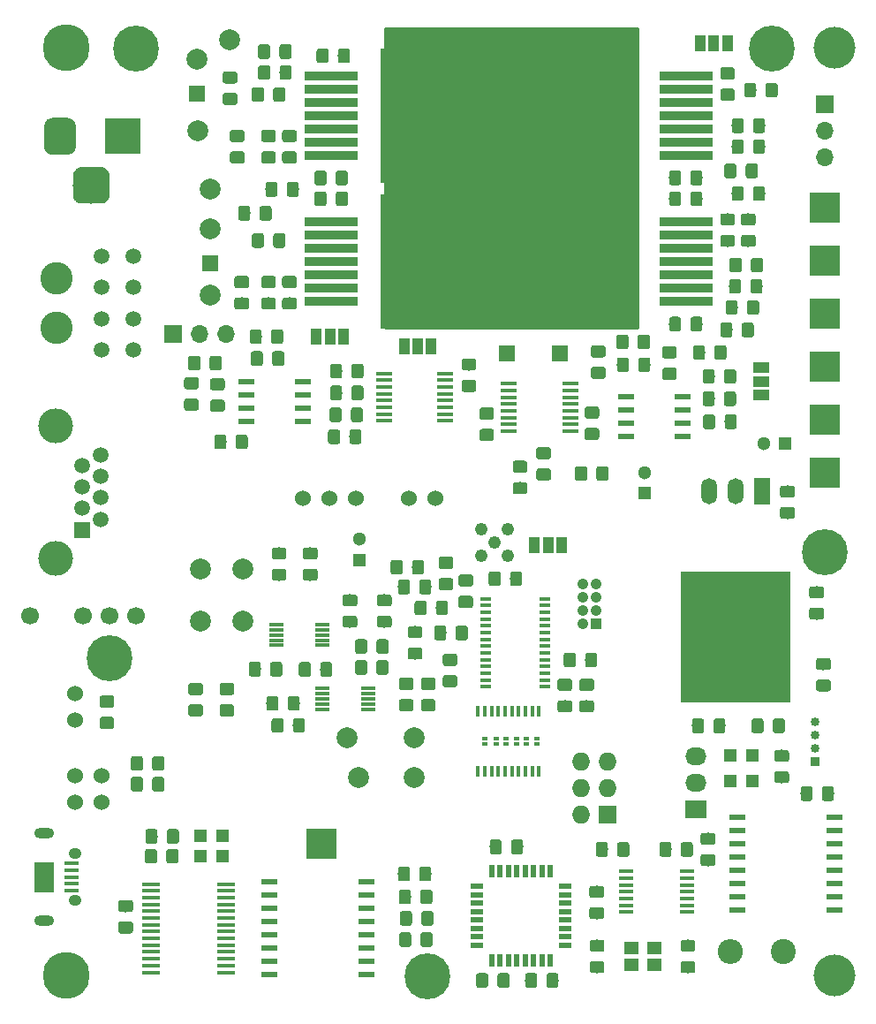
<source format=gts>
G04 #@! TF.GenerationSoftware,KiCad,Pcbnew,(5.1.0)-1*
G04 #@! TF.CreationDate,2019-10-16T14:32:53+01:00*
G04 #@! TF.ProjectId,TempCtrl,54656d70-4374-4726-9c2e-6b696361645f,v4.3D*
G04 #@! TF.SameCoordinates,Original*
G04 #@! TF.FileFunction,Soldermask,Top*
G04 #@! TF.FilePolarity,Negative*
%FSLAX46Y46*%
G04 Gerber Fmt 4.6, Leading zero omitted, Abs format (unit mm)*
G04 Created by KiCad (PCBNEW (5.1.0)-1) date 2019-10-16 14:32:53*
%MOMM*%
%LPD*%
G04 APERTURE LIST*
%ADD10R,1.500000X1.000000*%
%ADD11R,1.000000X1.500000*%
%ADD12C,1.240000*%
%ADD13R,3.000000X3.000000*%
%ADD14C,4.400000*%
%ADD15C,0.700000*%
%ADD16O,1.700000X1.700000*%
%ADD17R,1.700000X1.700000*%
%ADD18R,1.500000X1.500000*%
%ADD19C,1.524000*%
%ADD20R,0.500000X0.300000*%
%ADD21C,0.150000*%
%ADD22C,1.150000*%
%ADD23O,2.400000X2.400000*%
%ADD24C,2.400000*%
%ADD25C,2.000000*%
%ADD26R,1.300000X1.300000*%
%ADD27C,1.300000*%
%ADD28R,11.430000X12.954000*%
%ADD29R,5.080000X0.889000*%
%ADD30R,1.100000X0.400000*%
%ADD31R,1.500000X0.450000*%
%ADD32R,1.400000X0.300000*%
%ADD33R,1.198880X1.198880*%
%ADD34R,0.600000X1.200000*%
%ADD35R,1.200000X0.600000*%
%ADD36R,1.727200X1.727200*%
%ADD37O,1.727200X1.727200*%
%ADD38R,1.500000X0.600000*%
%ADD39R,1.750000X0.450000*%
%ADD40O,1.900000X1.000000*%
%ADD41R,1.900000X2.900000*%
%ADD42O,1.250000X1.050000*%
%ADD43R,1.350000X0.400000*%
%ADD44O,1.501140X2.499360*%
%ADD45R,1.501140X2.499360*%
%ADD46R,10.500000X12.500000*%
%ADD47C,5.080000*%
%ADD48R,0.400000X1.000000*%
%ADD49R,1.550000X0.600000*%
%ADD50R,0.850000X0.850000*%
%ADD51C,0.850000*%
%ADD52R,2.032000X1.727200*%
%ADD53O,2.032000X1.727200*%
%ADD54C,1.998980*%
%ADD55C,3.100000*%
%ADD56C,1.500000*%
%ADD57C,4.500000*%
%ADD58C,3.330000*%
%ADD59C,4.000000*%
%ADD60R,1.050000X1.050000*%
%ADD61C,1.050000*%
%ADD62R,1.400000X1.200000*%
%ADD63C,1.700000*%
%ADD64R,3.500000X3.500000*%
%ADD65C,3.000000*%
%ADD66C,3.500000*%
%ADD67R,1.450000X0.450000*%
%ADD68C,0.254000*%
G04 APERTURE END LIST*
D10*
X235200000Y-72500000D03*
X235200000Y-71200000D03*
X235200000Y-73800000D03*
D11*
X232000000Y-40132000D03*
X229400000Y-40132000D03*
X230700000Y-40132000D03*
X193900000Y-68200000D03*
X192600000Y-68200000D03*
X195200000Y-68200000D03*
X203600000Y-69100000D03*
X201000000Y-69100000D03*
X202300000Y-69100000D03*
X216100000Y-88200000D03*
X213500000Y-88200000D03*
X214800000Y-88200000D03*
D12*
X209700000Y-87900000D03*
X208430000Y-86630000D03*
X210970000Y-89170000D03*
X210970000Y-86630000D03*
X208430000Y-89170000D03*
D13*
X193040000Y-116840000D03*
D14*
X175260000Y-40640000D03*
D15*
X176910000Y-40640000D03*
X176426726Y-41806726D03*
X175260000Y-42290000D03*
X174093274Y-41806726D03*
X173610000Y-40640000D03*
X174093274Y-39473274D03*
X175260000Y-38990000D03*
X176426726Y-39473274D03*
D14*
X241300000Y-88900000D03*
D15*
X242950000Y-88900000D03*
X242466726Y-90066726D03*
X241300000Y-90550000D03*
X240133274Y-90066726D03*
X239650000Y-88900000D03*
X240133274Y-87733274D03*
X241300000Y-87250000D03*
X242466726Y-87733274D03*
X173886726Y-97893274D03*
X172720000Y-97410000D03*
X171553274Y-97893274D03*
X171070000Y-99060000D03*
X171553274Y-100226726D03*
X172720000Y-100710000D03*
X173886726Y-100226726D03*
X174370000Y-99060000D03*
D14*
X172720000Y-99060000D03*
X203200000Y-129540000D03*
D15*
X204850000Y-129540000D03*
X204366726Y-130706726D03*
X203200000Y-131190000D03*
X202033274Y-130706726D03*
X201550000Y-129540000D03*
X202033274Y-128373274D03*
X203200000Y-127890000D03*
X204366726Y-128373274D03*
X237386726Y-39473274D03*
X236220000Y-38990000D03*
X235053274Y-39473274D03*
X234570000Y-40640000D03*
X235053274Y-41806726D03*
X236220000Y-42290000D03*
X237386726Y-41806726D03*
X237870000Y-40640000D03*
D14*
X236220000Y-40640000D03*
D16*
X241300000Y-51054000D03*
X241300000Y-48514000D03*
D17*
X241300000Y-45974000D03*
D16*
X183896000Y-67945000D03*
X181356000Y-67945000D03*
D17*
X178816000Y-67945000D03*
D18*
X181102000Y-44958000D03*
X210820000Y-69850000D03*
X182372000Y-61214000D03*
X215900000Y-69850000D03*
D13*
X241300000Y-81280000D03*
X241300000Y-71120000D03*
X241300000Y-60960000D03*
X241300000Y-76200000D03*
X241300000Y-66040000D03*
X241300000Y-55880000D03*
D19*
X169440000Y-104920000D03*
X169440000Y-102380000D03*
D20*
X208750000Y-106746000D03*
X208750000Y-107254000D03*
X209800000Y-106746000D03*
X209800000Y-107254000D03*
X213750000Y-106746000D03*
X213750000Y-107254000D03*
X211750000Y-106746000D03*
X211750000Y-107254000D03*
X212750000Y-106746000D03*
X212750000Y-107254000D03*
X210750000Y-106746000D03*
X210750000Y-107254000D03*
D21*
G36*
X203495005Y-125285204D02*
G01*
X203519273Y-125288804D01*
X203543072Y-125294765D01*
X203566171Y-125303030D01*
X203588350Y-125313520D01*
X203609393Y-125326132D01*
X203629099Y-125340747D01*
X203647277Y-125357223D01*
X203663753Y-125375401D01*
X203678368Y-125395107D01*
X203690980Y-125416150D01*
X203701470Y-125438329D01*
X203709735Y-125461428D01*
X203715696Y-125485227D01*
X203719296Y-125509495D01*
X203720500Y-125533999D01*
X203720500Y-126434001D01*
X203719296Y-126458505D01*
X203715696Y-126482773D01*
X203709735Y-126506572D01*
X203701470Y-126529671D01*
X203690980Y-126551850D01*
X203678368Y-126572893D01*
X203663753Y-126592599D01*
X203647277Y-126610777D01*
X203629099Y-126627253D01*
X203609393Y-126641868D01*
X203588350Y-126654480D01*
X203566171Y-126664970D01*
X203543072Y-126673235D01*
X203519273Y-126679196D01*
X203495005Y-126682796D01*
X203470501Y-126684000D01*
X202820499Y-126684000D01*
X202795995Y-126682796D01*
X202771727Y-126679196D01*
X202747928Y-126673235D01*
X202724829Y-126664970D01*
X202702650Y-126654480D01*
X202681607Y-126641868D01*
X202661901Y-126627253D01*
X202643723Y-126610777D01*
X202627247Y-126592599D01*
X202612632Y-126572893D01*
X202600020Y-126551850D01*
X202589530Y-126529671D01*
X202581265Y-126506572D01*
X202575304Y-126482773D01*
X202571704Y-126458505D01*
X202570500Y-126434001D01*
X202570500Y-125533999D01*
X202571704Y-125509495D01*
X202575304Y-125485227D01*
X202581265Y-125461428D01*
X202589530Y-125438329D01*
X202600020Y-125416150D01*
X202612632Y-125395107D01*
X202627247Y-125375401D01*
X202643723Y-125357223D01*
X202661901Y-125340747D01*
X202681607Y-125326132D01*
X202702650Y-125313520D01*
X202724829Y-125303030D01*
X202747928Y-125294765D01*
X202771727Y-125288804D01*
X202795995Y-125285204D01*
X202820499Y-125284000D01*
X203470501Y-125284000D01*
X203495005Y-125285204D01*
X203495005Y-125285204D01*
G37*
D22*
X203145500Y-125984000D03*
D21*
G36*
X201445005Y-125285204D02*
G01*
X201469273Y-125288804D01*
X201493072Y-125294765D01*
X201516171Y-125303030D01*
X201538350Y-125313520D01*
X201559393Y-125326132D01*
X201579099Y-125340747D01*
X201597277Y-125357223D01*
X201613753Y-125375401D01*
X201628368Y-125395107D01*
X201640980Y-125416150D01*
X201651470Y-125438329D01*
X201659735Y-125461428D01*
X201665696Y-125485227D01*
X201669296Y-125509495D01*
X201670500Y-125533999D01*
X201670500Y-126434001D01*
X201669296Y-126458505D01*
X201665696Y-126482773D01*
X201659735Y-126506572D01*
X201651470Y-126529671D01*
X201640980Y-126551850D01*
X201628368Y-126572893D01*
X201613753Y-126592599D01*
X201597277Y-126610777D01*
X201579099Y-126627253D01*
X201559393Y-126641868D01*
X201538350Y-126654480D01*
X201516171Y-126664970D01*
X201493072Y-126673235D01*
X201469273Y-126679196D01*
X201445005Y-126682796D01*
X201420501Y-126684000D01*
X200770499Y-126684000D01*
X200745995Y-126682796D01*
X200721727Y-126679196D01*
X200697928Y-126673235D01*
X200674829Y-126664970D01*
X200652650Y-126654480D01*
X200631607Y-126641868D01*
X200611901Y-126627253D01*
X200593723Y-126610777D01*
X200577247Y-126592599D01*
X200562632Y-126572893D01*
X200550020Y-126551850D01*
X200539530Y-126529671D01*
X200531265Y-126506572D01*
X200525304Y-126482773D01*
X200521704Y-126458505D01*
X200520500Y-126434001D01*
X200520500Y-125533999D01*
X200521704Y-125509495D01*
X200525304Y-125485227D01*
X200531265Y-125461428D01*
X200539530Y-125438329D01*
X200550020Y-125416150D01*
X200562632Y-125395107D01*
X200577247Y-125375401D01*
X200593723Y-125357223D01*
X200611901Y-125340747D01*
X200631607Y-125326132D01*
X200652650Y-125313520D01*
X200674829Y-125303030D01*
X200697928Y-125294765D01*
X200721727Y-125288804D01*
X200745995Y-125285204D01*
X200770499Y-125284000D01*
X201420501Y-125284000D01*
X201445005Y-125285204D01*
X201445005Y-125285204D01*
G37*
D22*
X201095500Y-125984000D03*
D21*
G36*
X201524505Y-123253204D02*
G01*
X201548773Y-123256804D01*
X201572572Y-123262765D01*
X201595671Y-123271030D01*
X201617850Y-123281520D01*
X201638893Y-123294132D01*
X201658599Y-123308747D01*
X201676777Y-123325223D01*
X201693253Y-123343401D01*
X201707868Y-123363107D01*
X201720480Y-123384150D01*
X201730970Y-123406329D01*
X201739235Y-123429428D01*
X201745196Y-123453227D01*
X201748796Y-123477495D01*
X201750000Y-123501999D01*
X201750000Y-124402001D01*
X201748796Y-124426505D01*
X201745196Y-124450773D01*
X201739235Y-124474572D01*
X201730970Y-124497671D01*
X201720480Y-124519850D01*
X201707868Y-124540893D01*
X201693253Y-124560599D01*
X201676777Y-124578777D01*
X201658599Y-124595253D01*
X201638893Y-124609868D01*
X201617850Y-124622480D01*
X201595671Y-124632970D01*
X201572572Y-124641235D01*
X201548773Y-124647196D01*
X201524505Y-124650796D01*
X201500001Y-124652000D01*
X200849999Y-124652000D01*
X200825495Y-124650796D01*
X200801227Y-124647196D01*
X200777428Y-124641235D01*
X200754329Y-124632970D01*
X200732150Y-124622480D01*
X200711107Y-124609868D01*
X200691401Y-124595253D01*
X200673223Y-124578777D01*
X200656747Y-124560599D01*
X200642132Y-124540893D01*
X200629520Y-124519850D01*
X200619030Y-124497671D01*
X200610765Y-124474572D01*
X200604804Y-124450773D01*
X200601204Y-124426505D01*
X200600000Y-124402001D01*
X200600000Y-123501999D01*
X200601204Y-123477495D01*
X200604804Y-123453227D01*
X200610765Y-123429428D01*
X200619030Y-123406329D01*
X200629520Y-123384150D01*
X200642132Y-123363107D01*
X200656747Y-123343401D01*
X200673223Y-123325223D01*
X200691401Y-123308747D01*
X200711107Y-123294132D01*
X200732150Y-123281520D01*
X200754329Y-123271030D01*
X200777428Y-123262765D01*
X200801227Y-123256804D01*
X200825495Y-123253204D01*
X200849999Y-123252000D01*
X201500001Y-123252000D01*
X201524505Y-123253204D01*
X201524505Y-123253204D01*
G37*
D22*
X201175000Y-123952000D03*
D21*
G36*
X203574505Y-123253204D02*
G01*
X203598773Y-123256804D01*
X203622572Y-123262765D01*
X203645671Y-123271030D01*
X203667850Y-123281520D01*
X203688893Y-123294132D01*
X203708599Y-123308747D01*
X203726777Y-123325223D01*
X203743253Y-123343401D01*
X203757868Y-123363107D01*
X203770480Y-123384150D01*
X203780970Y-123406329D01*
X203789235Y-123429428D01*
X203795196Y-123453227D01*
X203798796Y-123477495D01*
X203800000Y-123501999D01*
X203800000Y-124402001D01*
X203798796Y-124426505D01*
X203795196Y-124450773D01*
X203789235Y-124474572D01*
X203780970Y-124497671D01*
X203770480Y-124519850D01*
X203757868Y-124540893D01*
X203743253Y-124560599D01*
X203726777Y-124578777D01*
X203708599Y-124595253D01*
X203688893Y-124609868D01*
X203667850Y-124622480D01*
X203645671Y-124632970D01*
X203622572Y-124641235D01*
X203598773Y-124647196D01*
X203574505Y-124650796D01*
X203550001Y-124652000D01*
X202899999Y-124652000D01*
X202875495Y-124650796D01*
X202851227Y-124647196D01*
X202827428Y-124641235D01*
X202804329Y-124632970D01*
X202782150Y-124622480D01*
X202761107Y-124609868D01*
X202741401Y-124595253D01*
X202723223Y-124578777D01*
X202706747Y-124560599D01*
X202692132Y-124540893D01*
X202679520Y-124519850D01*
X202669030Y-124497671D01*
X202660765Y-124474572D01*
X202654804Y-124450773D01*
X202651204Y-124426505D01*
X202650000Y-124402001D01*
X202650000Y-123501999D01*
X202651204Y-123477495D01*
X202654804Y-123453227D01*
X202660765Y-123429428D01*
X202669030Y-123406329D01*
X202679520Y-123384150D01*
X202692132Y-123363107D01*
X202706747Y-123343401D01*
X202723223Y-123325223D01*
X202741401Y-123308747D01*
X202761107Y-123294132D01*
X202782150Y-123281520D01*
X202804329Y-123271030D01*
X202827428Y-123262765D01*
X202851227Y-123256804D01*
X202875495Y-123253204D01*
X202899999Y-123252000D01*
X203550001Y-123252000D01*
X203574505Y-123253204D01*
X203574505Y-123253204D01*
G37*
D22*
X203225000Y-123952000D03*
D21*
G36*
X199274505Y-97201204D02*
G01*
X199298773Y-97204804D01*
X199322572Y-97210765D01*
X199345671Y-97219030D01*
X199367850Y-97229520D01*
X199388893Y-97242132D01*
X199408599Y-97256747D01*
X199426777Y-97273223D01*
X199443253Y-97291401D01*
X199457868Y-97311107D01*
X199470480Y-97332150D01*
X199480970Y-97354329D01*
X199489235Y-97377428D01*
X199495196Y-97401227D01*
X199498796Y-97425495D01*
X199500000Y-97449999D01*
X199500000Y-98350001D01*
X199498796Y-98374505D01*
X199495196Y-98398773D01*
X199489235Y-98422572D01*
X199480970Y-98445671D01*
X199470480Y-98467850D01*
X199457868Y-98488893D01*
X199443253Y-98508599D01*
X199426777Y-98526777D01*
X199408599Y-98543253D01*
X199388893Y-98557868D01*
X199367850Y-98570480D01*
X199345671Y-98580970D01*
X199322572Y-98589235D01*
X199298773Y-98595196D01*
X199274505Y-98598796D01*
X199250001Y-98600000D01*
X198599999Y-98600000D01*
X198575495Y-98598796D01*
X198551227Y-98595196D01*
X198527428Y-98589235D01*
X198504329Y-98580970D01*
X198482150Y-98570480D01*
X198461107Y-98557868D01*
X198441401Y-98543253D01*
X198423223Y-98526777D01*
X198406747Y-98508599D01*
X198392132Y-98488893D01*
X198379520Y-98467850D01*
X198369030Y-98445671D01*
X198360765Y-98422572D01*
X198354804Y-98398773D01*
X198351204Y-98374505D01*
X198350000Y-98350001D01*
X198350000Y-97449999D01*
X198351204Y-97425495D01*
X198354804Y-97401227D01*
X198360765Y-97377428D01*
X198369030Y-97354329D01*
X198379520Y-97332150D01*
X198392132Y-97311107D01*
X198406747Y-97291401D01*
X198423223Y-97273223D01*
X198441401Y-97256747D01*
X198461107Y-97242132D01*
X198482150Y-97229520D01*
X198504329Y-97219030D01*
X198527428Y-97210765D01*
X198551227Y-97204804D01*
X198575495Y-97201204D01*
X198599999Y-97200000D01*
X199250001Y-97200000D01*
X199274505Y-97201204D01*
X199274505Y-97201204D01*
G37*
D22*
X198925000Y-97900000D03*
D21*
G36*
X197224505Y-97201204D02*
G01*
X197248773Y-97204804D01*
X197272572Y-97210765D01*
X197295671Y-97219030D01*
X197317850Y-97229520D01*
X197338893Y-97242132D01*
X197358599Y-97256747D01*
X197376777Y-97273223D01*
X197393253Y-97291401D01*
X197407868Y-97311107D01*
X197420480Y-97332150D01*
X197430970Y-97354329D01*
X197439235Y-97377428D01*
X197445196Y-97401227D01*
X197448796Y-97425495D01*
X197450000Y-97449999D01*
X197450000Y-98350001D01*
X197448796Y-98374505D01*
X197445196Y-98398773D01*
X197439235Y-98422572D01*
X197430970Y-98445671D01*
X197420480Y-98467850D01*
X197407868Y-98488893D01*
X197393253Y-98508599D01*
X197376777Y-98526777D01*
X197358599Y-98543253D01*
X197338893Y-98557868D01*
X197317850Y-98570480D01*
X197295671Y-98580970D01*
X197272572Y-98589235D01*
X197248773Y-98595196D01*
X197224505Y-98598796D01*
X197200001Y-98600000D01*
X196549999Y-98600000D01*
X196525495Y-98598796D01*
X196501227Y-98595196D01*
X196477428Y-98589235D01*
X196454329Y-98580970D01*
X196432150Y-98570480D01*
X196411107Y-98557868D01*
X196391401Y-98543253D01*
X196373223Y-98526777D01*
X196356747Y-98508599D01*
X196342132Y-98488893D01*
X196329520Y-98467850D01*
X196319030Y-98445671D01*
X196310765Y-98422572D01*
X196304804Y-98398773D01*
X196301204Y-98374505D01*
X196300000Y-98350001D01*
X196300000Y-97449999D01*
X196301204Y-97425495D01*
X196304804Y-97401227D01*
X196310765Y-97377428D01*
X196319030Y-97354329D01*
X196329520Y-97332150D01*
X196342132Y-97311107D01*
X196356747Y-97291401D01*
X196373223Y-97273223D01*
X196391401Y-97256747D01*
X196411107Y-97242132D01*
X196432150Y-97229520D01*
X196454329Y-97219030D01*
X196477428Y-97210765D01*
X196501227Y-97204804D01*
X196525495Y-97201204D01*
X196549999Y-97200000D01*
X197200001Y-97200000D01*
X197224505Y-97201204D01*
X197224505Y-97201204D01*
G37*
D22*
X196875000Y-97900000D03*
D21*
G36*
X203774505Y-100901204D02*
G01*
X203798773Y-100904804D01*
X203822572Y-100910765D01*
X203845671Y-100919030D01*
X203867850Y-100929520D01*
X203888893Y-100942132D01*
X203908599Y-100956747D01*
X203926777Y-100973223D01*
X203943253Y-100991401D01*
X203957868Y-101011107D01*
X203970480Y-101032150D01*
X203980970Y-101054329D01*
X203989235Y-101077428D01*
X203995196Y-101101227D01*
X203998796Y-101125495D01*
X204000000Y-101149999D01*
X204000000Y-101800001D01*
X203998796Y-101824505D01*
X203995196Y-101848773D01*
X203989235Y-101872572D01*
X203980970Y-101895671D01*
X203970480Y-101917850D01*
X203957868Y-101938893D01*
X203943253Y-101958599D01*
X203926777Y-101976777D01*
X203908599Y-101993253D01*
X203888893Y-102007868D01*
X203867850Y-102020480D01*
X203845671Y-102030970D01*
X203822572Y-102039235D01*
X203798773Y-102045196D01*
X203774505Y-102048796D01*
X203750001Y-102050000D01*
X202849999Y-102050000D01*
X202825495Y-102048796D01*
X202801227Y-102045196D01*
X202777428Y-102039235D01*
X202754329Y-102030970D01*
X202732150Y-102020480D01*
X202711107Y-102007868D01*
X202691401Y-101993253D01*
X202673223Y-101976777D01*
X202656747Y-101958599D01*
X202642132Y-101938893D01*
X202629520Y-101917850D01*
X202619030Y-101895671D01*
X202610765Y-101872572D01*
X202604804Y-101848773D01*
X202601204Y-101824505D01*
X202600000Y-101800001D01*
X202600000Y-101149999D01*
X202601204Y-101125495D01*
X202604804Y-101101227D01*
X202610765Y-101077428D01*
X202619030Y-101054329D01*
X202629520Y-101032150D01*
X202642132Y-101011107D01*
X202656747Y-100991401D01*
X202673223Y-100973223D01*
X202691401Y-100956747D01*
X202711107Y-100942132D01*
X202732150Y-100929520D01*
X202754329Y-100919030D01*
X202777428Y-100910765D01*
X202801227Y-100904804D01*
X202825495Y-100901204D01*
X202849999Y-100900000D01*
X203750001Y-100900000D01*
X203774505Y-100901204D01*
X203774505Y-100901204D01*
G37*
D22*
X203300000Y-101475000D03*
D21*
G36*
X203774505Y-102951204D02*
G01*
X203798773Y-102954804D01*
X203822572Y-102960765D01*
X203845671Y-102969030D01*
X203867850Y-102979520D01*
X203888893Y-102992132D01*
X203908599Y-103006747D01*
X203926777Y-103023223D01*
X203943253Y-103041401D01*
X203957868Y-103061107D01*
X203970480Y-103082150D01*
X203980970Y-103104329D01*
X203989235Y-103127428D01*
X203995196Y-103151227D01*
X203998796Y-103175495D01*
X204000000Y-103199999D01*
X204000000Y-103850001D01*
X203998796Y-103874505D01*
X203995196Y-103898773D01*
X203989235Y-103922572D01*
X203980970Y-103945671D01*
X203970480Y-103967850D01*
X203957868Y-103988893D01*
X203943253Y-104008599D01*
X203926777Y-104026777D01*
X203908599Y-104043253D01*
X203888893Y-104057868D01*
X203867850Y-104070480D01*
X203845671Y-104080970D01*
X203822572Y-104089235D01*
X203798773Y-104095196D01*
X203774505Y-104098796D01*
X203750001Y-104100000D01*
X202849999Y-104100000D01*
X202825495Y-104098796D01*
X202801227Y-104095196D01*
X202777428Y-104089235D01*
X202754329Y-104080970D01*
X202732150Y-104070480D01*
X202711107Y-104057868D01*
X202691401Y-104043253D01*
X202673223Y-104026777D01*
X202656747Y-104008599D01*
X202642132Y-103988893D01*
X202629520Y-103967850D01*
X202619030Y-103945671D01*
X202610765Y-103922572D01*
X202604804Y-103898773D01*
X202601204Y-103874505D01*
X202600000Y-103850001D01*
X202600000Y-103199999D01*
X202601204Y-103175495D01*
X202604804Y-103151227D01*
X202610765Y-103127428D01*
X202619030Y-103104329D01*
X202629520Y-103082150D01*
X202642132Y-103061107D01*
X202656747Y-103041401D01*
X202673223Y-103023223D01*
X202691401Y-103006747D01*
X202711107Y-102992132D01*
X202732150Y-102979520D01*
X202754329Y-102969030D01*
X202777428Y-102960765D01*
X202801227Y-102954804D01*
X202825495Y-102951204D01*
X202849999Y-102950000D01*
X203750001Y-102950000D01*
X203774505Y-102951204D01*
X203774505Y-102951204D01*
G37*
D22*
X203300000Y-103525000D03*
D21*
G36*
X234800505Y-64706204D02*
G01*
X234824773Y-64709804D01*
X234848572Y-64715765D01*
X234871671Y-64724030D01*
X234893850Y-64734520D01*
X234914893Y-64747132D01*
X234934599Y-64761747D01*
X234952777Y-64778223D01*
X234969253Y-64796401D01*
X234983868Y-64816107D01*
X234996480Y-64837150D01*
X235006970Y-64859329D01*
X235015235Y-64882428D01*
X235021196Y-64906227D01*
X235024796Y-64930495D01*
X235026000Y-64954999D01*
X235026000Y-65855001D01*
X235024796Y-65879505D01*
X235021196Y-65903773D01*
X235015235Y-65927572D01*
X235006970Y-65950671D01*
X234996480Y-65972850D01*
X234983868Y-65993893D01*
X234969253Y-66013599D01*
X234952777Y-66031777D01*
X234934599Y-66048253D01*
X234914893Y-66062868D01*
X234893850Y-66075480D01*
X234871671Y-66085970D01*
X234848572Y-66094235D01*
X234824773Y-66100196D01*
X234800505Y-66103796D01*
X234776001Y-66105000D01*
X234125999Y-66105000D01*
X234101495Y-66103796D01*
X234077227Y-66100196D01*
X234053428Y-66094235D01*
X234030329Y-66085970D01*
X234008150Y-66075480D01*
X233987107Y-66062868D01*
X233967401Y-66048253D01*
X233949223Y-66031777D01*
X233932747Y-66013599D01*
X233918132Y-65993893D01*
X233905520Y-65972850D01*
X233895030Y-65950671D01*
X233886765Y-65927572D01*
X233880804Y-65903773D01*
X233877204Y-65879505D01*
X233876000Y-65855001D01*
X233876000Y-64954999D01*
X233877204Y-64930495D01*
X233880804Y-64906227D01*
X233886765Y-64882428D01*
X233895030Y-64859329D01*
X233905520Y-64837150D01*
X233918132Y-64816107D01*
X233932747Y-64796401D01*
X233949223Y-64778223D01*
X233967401Y-64761747D01*
X233987107Y-64747132D01*
X234008150Y-64734520D01*
X234030329Y-64724030D01*
X234053428Y-64715765D01*
X234077227Y-64709804D01*
X234101495Y-64706204D01*
X234125999Y-64705000D01*
X234776001Y-64705000D01*
X234800505Y-64706204D01*
X234800505Y-64706204D01*
G37*
D22*
X234451000Y-65405000D03*
D21*
G36*
X232750505Y-64706204D02*
G01*
X232774773Y-64709804D01*
X232798572Y-64715765D01*
X232821671Y-64724030D01*
X232843850Y-64734520D01*
X232864893Y-64747132D01*
X232884599Y-64761747D01*
X232902777Y-64778223D01*
X232919253Y-64796401D01*
X232933868Y-64816107D01*
X232946480Y-64837150D01*
X232956970Y-64859329D01*
X232965235Y-64882428D01*
X232971196Y-64906227D01*
X232974796Y-64930495D01*
X232976000Y-64954999D01*
X232976000Y-65855001D01*
X232974796Y-65879505D01*
X232971196Y-65903773D01*
X232965235Y-65927572D01*
X232956970Y-65950671D01*
X232946480Y-65972850D01*
X232933868Y-65993893D01*
X232919253Y-66013599D01*
X232902777Y-66031777D01*
X232884599Y-66048253D01*
X232864893Y-66062868D01*
X232843850Y-66075480D01*
X232821671Y-66085970D01*
X232798572Y-66094235D01*
X232774773Y-66100196D01*
X232750505Y-66103796D01*
X232726001Y-66105000D01*
X232075999Y-66105000D01*
X232051495Y-66103796D01*
X232027227Y-66100196D01*
X232003428Y-66094235D01*
X231980329Y-66085970D01*
X231958150Y-66075480D01*
X231937107Y-66062868D01*
X231917401Y-66048253D01*
X231899223Y-66031777D01*
X231882747Y-66013599D01*
X231868132Y-65993893D01*
X231855520Y-65972850D01*
X231845030Y-65950671D01*
X231836765Y-65927572D01*
X231830804Y-65903773D01*
X231827204Y-65879505D01*
X231826000Y-65855001D01*
X231826000Y-64954999D01*
X231827204Y-64930495D01*
X231830804Y-64906227D01*
X231836765Y-64882428D01*
X231845030Y-64859329D01*
X231855520Y-64837150D01*
X231868132Y-64816107D01*
X231882747Y-64796401D01*
X231899223Y-64778223D01*
X231917401Y-64761747D01*
X231937107Y-64747132D01*
X231958150Y-64734520D01*
X231980329Y-64724030D01*
X232003428Y-64715765D01*
X232027227Y-64709804D01*
X232051495Y-64706204D01*
X232075999Y-64705000D01*
X232726001Y-64705000D01*
X232750505Y-64706204D01*
X232750505Y-64706204D01*
G37*
D22*
X232401000Y-65405000D03*
D21*
G36*
X235374505Y-53801204D02*
G01*
X235398773Y-53804804D01*
X235422572Y-53810765D01*
X235445671Y-53819030D01*
X235467850Y-53829520D01*
X235488893Y-53842132D01*
X235508599Y-53856747D01*
X235526777Y-53873223D01*
X235543253Y-53891401D01*
X235557868Y-53911107D01*
X235570480Y-53932150D01*
X235580970Y-53954329D01*
X235589235Y-53977428D01*
X235595196Y-54001227D01*
X235598796Y-54025495D01*
X235600000Y-54049999D01*
X235600000Y-54950001D01*
X235598796Y-54974505D01*
X235595196Y-54998773D01*
X235589235Y-55022572D01*
X235580970Y-55045671D01*
X235570480Y-55067850D01*
X235557868Y-55088893D01*
X235543253Y-55108599D01*
X235526777Y-55126777D01*
X235508599Y-55143253D01*
X235488893Y-55157868D01*
X235467850Y-55170480D01*
X235445671Y-55180970D01*
X235422572Y-55189235D01*
X235398773Y-55195196D01*
X235374505Y-55198796D01*
X235350001Y-55200000D01*
X234699999Y-55200000D01*
X234675495Y-55198796D01*
X234651227Y-55195196D01*
X234627428Y-55189235D01*
X234604329Y-55180970D01*
X234582150Y-55170480D01*
X234561107Y-55157868D01*
X234541401Y-55143253D01*
X234523223Y-55126777D01*
X234506747Y-55108599D01*
X234492132Y-55088893D01*
X234479520Y-55067850D01*
X234469030Y-55045671D01*
X234460765Y-55022572D01*
X234454804Y-54998773D01*
X234451204Y-54974505D01*
X234450000Y-54950001D01*
X234450000Y-54049999D01*
X234451204Y-54025495D01*
X234454804Y-54001227D01*
X234460765Y-53977428D01*
X234469030Y-53954329D01*
X234479520Y-53932150D01*
X234492132Y-53911107D01*
X234506747Y-53891401D01*
X234523223Y-53873223D01*
X234541401Y-53856747D01*
X234561107Y-53842132D01*
X234582150Y-53829520D01*
X234604329Y-53819030D01*
X234627428Y-53810765D01*
X234651227Y-53804804D01*
X234675495Y-53801204D01*
X234699999Y-53800000D01*
X235350001Y-53800000D01*
X235374505Y-53801204D01*
X235374505Y-53801204D01*
G37*
D22*
X235025000Y-54500000D03*
D21*
G36*
X233324505Y-53801204D02*
G01*
X233348773Y-53804804D01*
X233372572Y-53810765D01*
X233395671Y-53819030D01*
X233417850Y-53829520D01*
X233438893Y-53842132D01*
X233458599Y-53856747D01*
X233476777Y-53873223D01*
X233493253Y-53891401D01*
X233507868Y-53911107D01*
X233520480Y-53932150D01*
X233530970Y-53954329D01*
X233539235Y-53977428D01*
X233545196Y-54001227D01*
X233548796Y-54025495D01*
X233550000Y-54049999D01*
X233550000Y-54950001D01*
X233548796Y-54974505D01*
X233545196Y-54998773D01*
X233539235Y-55022572D01*
X233530970Y-55045671D01*
X233520480Y-55067850D01*
X233507868Y-55088893D01*
X233493253Y-55108599D01*
X233476777Y-55126777D01*
X233458599Y-55143253D01*
X233438893Y-55157868D01*
X233417850Y-55170480D01*
X233395671Y-55180970D01*
X233372572Y-55189235D01*
X233348773Y-55195196D01*
X233324505Y-55198796D01*
X233300001Y-55200000D01*
X232649999Y-55200000D01*
X232625495Y-55198796D01*
X232601227Y-55195196D01*
X232577428Y-55189235D01*
X232554329Y-55180970D01*
X232532150Y-55170480D01*
X232511107Y-55157868D01*
X232491401Y-55143253D01*
X232473223Y-55126777D01*
X232456747Y-55108599D01*
X232442132Y-55088893D01*
X232429520Y-55067850D01*
X232419030Y-55045671D01*
X232410765Y-55022572D01*
X232404804Y-54998773D01*
X232401204Y-54974505D01*
X232400000Y-54950001D01*
X232400000Y-54049999D01*
X232401204Y-54025495D01*
X232404804Y-54001227D01*
X232410765Y-53977428D01*
X232419030Y-53954329D01*
X232429520Y-53932150D01*
X232442132Y-53911107D01*
X232456747Y-53891401D01*
X232473223Y-53873223D01*
X232491401Y-53856747D01*
X232511107Y-53842132D01*
X232532150Y-53829520D01*
X232554329Y-53819030D01*
X232577428Y-53810765D01*
X232601227Y-53804804D01*
X232625495Y-53801204D01*
X232649999Y-53800000D01*
X233300001Y-53800000D01*
X233324505Y-53801204D01*
X233324505Y-53801204D01*
G37*
D22*
X232975000Y-54500000D03*
D21*
G36*
X235124505Y-62674204D02*
G01*
X235148773Y-62677804D01*
X235172572Y-62683765D01*
X235195671Y-62692030D01*
X235217850Y-62702520D01*
X235238893Y-62715132D01*
X235258599Y-62729747D01*
X235276777Y-62746223D01*
X235293253Y-62764401D01*
X235307868Y-62784107D01*
X235320480Y-62805150D01*
X235330970Y-62827329D01*
X235339235Y-62850428D01*
X235345196Y-62874227D01*
X235348796Y-62898495D01*
X235350000Y-62922999D01*
X235350000Y-63823001D01*
X235348796Y-63847505D01*
X235345196Y-63871773D01*
X235339235Y-63895572D01*
X235330970Y-63918671D01*
X235320480Y-63940850D01*
X235307868Y-63961893D01*
X235293253Y-63981599D01*
X235276777Y-63999777D01*
X235258599Y-64016253D01*
X235238893Y-64030868D01*
X235217850Y-64043480D01*
X235195671Y-64053970D01*
X235172572Y-64062235D01*
X235148773Y-64068196D01*
X235124505Y-64071796D01*
X235100001Y-64073000D01*
X234449999Y-64073000D01*
X234425495Y-64071796D01*
X234401227Y-64068196D01*
X234377428Y-64062235D01*
X234354329Y-64053970D01*
X234332150Y-64043480D01*
X234311107Y-64030868D01*
X234291401Y-64016253D01*
X234273223Y-63999777D01*
X234256747Y-63981599D01*
X234242132Y-63961893D01*
X234229520Y-63940850D01*
X234219030Y-63918671D01*
X234210765Y-63895572D01*
X234204804Y-63871773D01*
X234201204Y-63847505D01*
X234200000Y-63823001D01*
X234200000Y-62922999D01*
X234201204Y-62898495D01*
X234204804Y-62874227D01*
X234210765Y-62850428D01*
X234219030Y-62827329D01*
X234229520Y-62805150D01*
X234242132Y-62784107D01*
X234256747Y-62764401D01*
X234273223Y-62746223D01*
X234291401Y-62729747D01*
X234311107Y-62715132D01*
X234332150Y-62702520D01*
X234354329Y-62692030D01*
X234377428Y-62683765D01*
X234401227Y-62677804D01*
X234425495Y-62674204D01*
X234449999Y-62673000D01*
X235100001Y-62673000D01*
X235124505Y-62674204D01*
X235124505Y-62674204D01*
G37*
D22*
X234775000Y-63373000D03*
D21*
G36*
X233074505Y-62674204D02*
G01*
X233098773Y-62677804D01*
X233122572Y-62683765D01*
X233145671Y-62692030D01*
X233167850Y-62702520D01*
X233188893Y-62715132D01*
X233208599Y-62729747D01*
X233226777Y-62746223D01*
X233243253Y-62764401D01*
X233257868Y-62784107D01*
X233270480Y-62805150D01*
X233280970Y-62827329D01*
X233289235Y-62850428D01*
X233295196Y-62874227D01*
X233298796Y-62898495D01*
X233300000Y-62922999D01*
X233300000Y-63823001D01*
X233298796Y-63847505D01*
X233295196Y-63871773D01*
X233289235Y-63895572D01*
X233280970Y-63918671D01*
X233270480Y-63940850D01*
X233257868Y-63961893D01*
X233243253Y-63981599D01*
X233226777Y-63999777D01*
X233208599Y-64016253D01*
X233188893Y-64030868D01*
X233167850Y-64043480D01*
X233145671Y-64053970D01*
X233122572Y-64062235D01*
X233098773Y-64068196D01*
X233074505Y-64071796D01*
X233050001Y-64073000D01*
X232399999Y-64073000D01*
X232375495Y-64071796D01*
X232351227Y-64068196D01*
X232327428Y-64062235D01*
X232304329Y-64053970D01*
X232282150Y-64043480D01*
X232261107Y-64030868D01*
X232241401Y-64016253D01*
X232223223Y-63999777D01*
X232206747Y-63981599D01*
X232192132Y-63961893D01*
X232179520Y-63940850D01*
X232169030Y-63918671D01*
X232160765Y-63895572D01*
X232154804Y-63871773D01*
X232151204Y-63847505D01*
X232150000Y-63823001D01*
X232150000Y-62922999D01*
X232151204Y-62898495D01*
X232154804Y-62874227D01*
X232160765Y-62850428D01*
X232169030Y-62827329D01*
X232179520Y-62805150D01*
X232192132Y-62784107D01*
X232206747Y-62764401D01*
X232223223Y-62746223D01*
X232241401Y-62729747D01*
X232261107Y-62715132D01*
X232282150Y-62702520D01*
X232304329Y-62692030D01*
X232327428Y-62683765D01*
X232351227Y-62677804D01*
X232375495Y-62674204D01*
X232399999Y-62673000D01*
X233050001Y-62673000D01*
X233074505Y-62674204D01*
X233074505Y-62674204D01*
G37*
D22*
X232725000Y-63373000D03*
D21*
G36*
X232647505Y-75663204D02*
G01*
X232671773Y-75666804D01*
X232695572Y-75672765D01*
X232718671Y-75681030D01*
X232740850Y-75691520D01*
X232761893Y-75704132D01*
X232781599Y-75718747D01*
X232799777Y-75735223D01*
X232816253Y-75753401D01*
X232830868Y-75773107D01*
X232843480Y-75794150D01*
X232853970Y-75816329D01*
X232862235Y-75839428D01*
X232868196Y-75863227D01*
X232871796Y-75887495D01*
X232873000Y-75911999D01*
X232873000Y-76812001D01*
X232871796Y-76836505D01*
X232868196Y-76860773D01*
X232862235Y-76884572D01*
X232853970Y-76907671D01*
X232843480Y-76929850D01*
X232830868Y-76950893D01*
X232816253Y-76970599D01*
X232799777Y-76988777D01*
X232781599Y-77005253D01*
X232761893Y-77019868D01*
X232740850Y-77032480D01*
X232718671Y-77042970D01*
X232695572Y-77051235D01*
X232671773Y-77057196D01*
X232647505Y-77060796D01*
X232623001Y-77062000D01*
X231972999Y-77062000D01*
X231948495Y-77060796D01*
X231924227Y-77057196D01*
X231900428Y-77051235D01*
X231877329Y-77042970D01*
X231855150Y-77032480D01*
X231834107Y-77019868D01*
X231814401Y-77005253D01*
X231796223Y-76988777D01*
X231779747Y-76970599D01*
X231765132Y-76950893D01*
X231752520Y-76929850D01*
X231742030Y-76907671D01*
X231733765Y-76884572D01*
X231727804Y-76860773D01*
X231724204Y-76836505D01*
X231723000Y-76812001D01*
X231723000Y-75911999D01*
X231724204Y-75887495D01*
X231727804Y-75863227D01*
X231733765Y-75839428D01*
X231742030Y-75816329D01*
X231752520Y-75794150D01*
X231765132Y-75773107D01*
X231779747Y-75753401D01*
X231796223Y-75735223D01*
X231814401Y-75718747D01*
X231834107Y-75704132D01*
X231855150Y-75691520D01*
X231877329Y-75681030D01*
X231900428Y-75672765D01*
X231924227Y-75666804D01*
X231948495Y-75663204D01*
X231972999Y-75662000D01*
X232623001Y-75662000D01*
X232647505Y-75663204D01*
X232647505Y-75663204D01*
G37*
D22*
X232298000Y-76362000D03*
D21*
G36*
X230597505Y-75663204D02*
G01*
X230621773Y-75666804D01*
X230645572Y-75672765D01*
X230668671Y-75681030D01*
X230690850Y-75691520D01*
X230711893Y-75704132D01*
X230731599Y-75718747D01*
X230749777Y-75735223D01*
X230766253Y-75753401D01*
X230780868Y-75773107D01*
X230793480Y-75794150D01*
X230803970Y-75816329D01*
X230812235Y-75839428D01*
X230818196Y-75863227D01*
X230821796Y-75887495D01*
X230823000Y-75911999D01*
X230823000Y-76812001D01*
X230821796Y-76836505D01*
X230818196Y-76860773D01*
X230812235Y-76884572D01*
X230803970Y-76907671D01*
X230793480Y-76929850D01*
X230780868Y-76950893D01*
X230766253Y-76970599D01*
X230749777Y-76988777D01*
X230731599Y-77005253D01*
X230711893Y-77019868D01*
X230690850Y-77032480D01*
X230668671Y-77042970D01*
X230645572Y-77051235D01*
X230621773Y-77057196D01*
X230597505Y-77060796D01*
X230573001Y-77062000D01*
X229922999Y-77062000D01*
X229898495Y-77060796D01*
X229874227Y-77057196D01*
X229850428Y-77051235D01*
X229827329Y-77042970D01*
X229805150Y-77032480D01*
X229784107Y-77019868D01*
X229764401Y-77005253D01*
X229746223Y-76988777D01*
X229729747Y-76970599D01*
X229715132Y-76950893D01*
X229702520Y-76929850D01*
X229692030Y-76907671D01*
X229683765Y-76884572D01*
X229677804Y-76860773D01*
X229674204Y-76836505D01*
X229673000Y-76812001D01*
X229673000Y-75911999D01*
X229674204Y-75887495D01*
X229677804Y-75863227D01*
X229683765Y-75839428D01*
X229692030Y-75816329D01*
X229702520Y-75794150D01*
X229715132Y-75773107D01*
X229729747Y-75753401D01*
X229746223Y-75735223D01*
X229764401Y-75718747D01*
X229784107Y-75704132D01*
X229805150Y-75691520D01*
X229827329Y-75681030D01*
X229850428Y-75672765D01*
X229874227Y-75666804D01*
X229898495Y-75663204D01*
X229922999Y-75662000D01*
X230573001Y-75662000D01*
X230597505Y-75663204D01*
X230597505Y-75663204D01*
G37*
D22*
X230248000Y-76362000D03*
D21*
G36*
X232597505Y-73463204D02*
G01*
X232621773Y-73466804D01*
X232645572Y-73472765D01*
X232668671Y-73481030D01*
X232690850Y-73491520D01*
X232711893Y-73504132D01*
X232731599Y-73518747D01*
X232749777Y-73535223D01*
X232766253Y-73553401D01*
X232780868Y-73573107D01*
X232793480Y-73594150D01*
X232803970Y-73616329D01*
X232812235Y-73639428D01*
X232818196Y-73663227D01*
X232821796Y-73687495D01*
X232823000Y-73711999D01*
X232823000Y-74612001D01*
X232821796Y-74636505D01*
X232818196Y-74660773D01*
X232812235Y-74684572D01*
X232803970Y-74707671D01*
X232793480Y-74729850D01*
X232780868Y-74750893D01*
X232766253Y-74770599D01*
X232749777Y-74788777D01*
X232731599Y-74805253D01*
X232711893Y-74819868D01*
X232690850Y-74832480D01*
X232668671Y-74842970D01*
X232645572Y-74851235D01*
X232621773Y-74857196D01*
X232597505Y-74860796D01*
X232573001Y-74862000D01*
X231922999Y-74862000D01*
X231898495Y-74860796D01*
X231874227Y-74857196D01*
X231850428Y-74851235D01*
X231827329Y-74842970D01*
X231805150Y-74832480D01*
X231784107Y-74819868D01*
X231764401Y-74805253D01*
X231746223Y-74788777D01*
X231729747Y-74770599D01*
X231715132Y-74750893D01*
X231702520Y-74729850D01*
X231692030Y-74707671D01*
X231683765Y-74684572D01*
X231677804Y-74660773D01*
X231674204Y-74636505D01*
X231673000Y-74612001D01*
X231673000Y-73711999D01*
X231674204Y-73687495D01*
X231677804Y-73663227D01*
X231683765Y-73639428D01*
X231692030Y-73616329D01*
X231702520Y-73594150D01*
X231715132Y-73573107D01*
X231729747Y-73553401D01*
X231746223Y-73535223D01*
X231764401Y-73518747D01*
X231784107Y-73504132D01*
X231805150Y-73491520D01*
X231827329Y-73481030D01*
X231850428Y-73472765D01*
X231874227Y-73466804D01*
X231898495Y-73463204D01*
X231922999Y-73462000D01*
X232573001Y-73462000D01*
X232597505Y-73463204D01*
X232597505Y-73463204D01*
G37*
D22*
X232248000Y-74162000D03*
D21*
G36*
X230547505Y-73463204D02*
G01*
X230571773Y-73466804D01*
X230595572Y-73472765D01*
X230618671Y-73481030D01*
X230640850Y-73491520D01*
X230661893Y-73504132D01*
X230681599Y-73518747D01*
X230699777Y-73535223D01*
X230716253Y-73553401D01*
X230730868Y-73573107D01*
X230743480Y-73594150D01*
X230753970Y-73616329D01*
X230762235Y-73639428D01*
X230768196Y-73663227D01*
X230771796Y-73687495D01*
X230773000Y-73711999D01*
X230773000Y-74612001D01*
X230771796Y-74636505D01*
X230768196Y-74660773D01*
X230762235Y-74684572D01*
X230753970Y-74707671D01*
X230743480Y-74729850D01*
X230730868Y-74750893D01*
X230716253Y-74770599D01*
X230699777Y-74788777D01*
X230681599Y-74805253D01*
X230661893Y-74819868D01*
X230640850Y-74832480D01*
X230618671Y-74842970D01*
X230595572Y-74851235D01*
X230571773Y-74857196D01*
X230547505Y-74860796D01*
X230523001Y-74862000D01*
X229872999Y-74862000D01*
X229848495Y-74860796D01*
X229824227Y-74857196D01*
X229800428Y-74851235D01*
X229777329Y-74842970D01*
X229755150Y-74832480D01*
X229734107Y-74819868D01*
X229714401Y-74805253D01*
X229696223Y-74788777D01*
X229679747Y-74770599D01*
X229665132Y-74750893D01*
X229652520Y-74729850D01*
X229642030Y-74707671D01*
X229633765Y-74684572D01*
X229627804Y-74660773D01*
X229624204Y-74636505D01*
X229623000Y-74612001D01*
X229623000Y-73711999D01*
X229624204Y-73687495D01*
X229627804Y-73663227D01*
X229633765Y-73639428D01*
X229642030Y-73616329D01*
X229652520Y-73594150D01*
X229665132Y-73573107D01*
X229679747Y-73553401D01*
X229696223Y-73535223D01*
X229714401Y-73518747D01*
X229734107Y-73504132D01*
X229755150Y-73491520D01*
X229777329Y-73481030D01*
X229800428Y-73472765D01*
X229824227Y-73466804D01*
X229848495Y-73463204D01*
X229872999Y-73462000D01*
X230523001Y-73462000D01*
X230547505Y-73463204D01*
X230547505Y-73463204D01*
G37*
D22*
X230198000Y-74162000D03*
D21*
G36*
X235374505Y-49301204D02*
G01*
X235398773Y-49304804D01*
X235422572Y-49310765D01*
X235445671Y-49319030D01*
X235467850Y-49329520D01*
X235488893Y-49342132D01*
X235508599Y-49356747D01*
X235526777Y-49373223D01*
X235543253Y-49391401D01*
X235557868Y-49411107D01*
X235570480Y-49432150D01*
X235580970Y-49454329D01*
X235589235Y-49477428D01*
X235595196Y-49501227D01*
X235598796Y-49525495D01*
X235600000Y-49549999D01*
X235600000Y-50450001D01*
X235598796Y-50474505D01*
X235595196Y-50498773D01*
X235589235Y-50522572D01*
X235580970Y-50545671D01*
X235570480Y-50567850D01*
X235557868Y-50588893D01*
X235543253Y-50608599D01*
X235526777Y-50626777D01*
X235508599Y-50643253D01*
X235488893Y-50657868D01*
X235467850Y-50670480D01*
X235445671Y-50680970D01*
X235422572Y-50689235D01*
X235398773Y-50695196D01*
X235374505Y-50698796D01*
X235350001Y-50700000D01*
X234699999Y-50700000D01*
X234675495Y-50698796D01*
X234651227Y-50695196D01*
X234627428Y-50689235D01*
X234604329Y-50680970D01*
X234582150Y-50670480D01*
X234561107Y-50657868D01*
X234541401Y-50643253D01*
X234523223Y-50626777D01*
X234506747Y-50608599D01*
X234492132Y-50588893D01*
X234479520Y-50567850D01*
X234469030Y-50545671D01*
X234460765Y-50522572D01*
X234454804Y-50498773D01*
X234451204Y-50474505D01*
X234450000Y-50450001D01*
X234450000Y-49549999D01*
X234451204Y-49525495D01*
X234454804Y-49501227D01*
X234460765Y-49477428D01*
X234469030Y-49454329D01*
X234479520Y-49432150D01*
X234492132Y-49411107D01*
X234506747Y-49391401D01*
X234523223Y-49373223D01*
X234541401Y-49356747D01*
X234561107Y-49342132D01*
X234582150Y-49329520D01*
X234604329Y-49319030D01*
X234627428Y-49310765D01*
X234651227Y-49304804D01*
X234675495Y-49301204D01*
X234699999Y-49300000D01*
X235350001Y-49300000D01*
X235374505Y-49301204D01*
X235374505Y-49301204D01*
G37*
D22*
X235025000Y-50000000D03*
D21*
G36*
X233324505Y-49301204D02*
G01*
X233348773Y-49304804D01*
X233372572Y-49310765D01*
X233395671Y-49319030D01*
X233417850Y-49329520D01*
X233438893Y-49342132D01*
X233458599Y-49356747D01*
X233476777Y-49373223D01*
X233493253Y-49391401D01*
X233507868Y-49411107D01*
X233520480Y-49432150D01*
X233530970Y-49454329D01*
X233539235Y-49477428D01*
X233545196Y-49501227D01*
X233548796Y-49525495D01*
X233550000Y-49549999D01*
X233550000Y-50450001D01*
X233548796Y-50474505D01*
X233545196Y-50498773D01*
X233539235Y-50522572D01*
X233530970Y-50545671D01*
X233520480Y-50567850D01*
X233507868Y-50588893D01*
X233493253Y-50608599D01*
X233476777Y-50626777D01*
X233458599Y-50643253D01*
X233438893Y-50657868D01*
X233417850Y-50670480D01*
X233395671Y-50680970D01*
X233372572Y-50689235D01*
X233348773Y-50695196D01*
X233324505Y-50698796D01*
X233300001Y-50700000D01*
X232649999Y-50700000D01*
X232625495Y-50698796D01*
X232601227Y-50695196D01*
X232577428Y-50689235D01*
X232554329Y-50680970D01*
X232532150Y-50670480D01*
X232511107Y-50657868D01*
X232491401Y-50643253D01*
X232473223Y-50626777D01*
X232456747Y-50608599D01*
X232442132Y-50588893D01*
X232429520Y-50567850D01*
X232419030Y-50545671D01*
X232410765Y-50522572D01*
X232404804Y-50498773D01*
X232401204Y-50474505D01*
X232400000Y-50450001D01*
X232400000Y-49549999D01*
X232401204Y-49525495D01*
X232404804Y-49501227D01*
X232410765Y-49477428D01*
X232419030Y-49454329D01*
X232429520Y-49432150D01*
X232442132Y-49411107D01*
X232456747Y-49391401D01*
X232473223Y-49373223D01*
X232491401Y-49356747D01*
X232511107Y-49342132D01*
X232532150Y-49329520D01*
X232554329Y-49319030D01*
X232577428Y-49310765D01*
X232601227Y-49304804D01*
X232625495Y-49301204D01*
X232649999Y-49300000D01*
X233300001Y-49300000D01*
X233324505Y-49301204D01*
X233324505Y-49301204D01*
G37*
D22*
X232975000Y-50000000D03*
D21*
G36*
X220074505Y-69051204D02*
G01*
X220098773Y-69054804D01*
X220122572Y-69060765D01*
X220145671Y-69069030D01*
X220167850Y-69079520D01*
X220188893Y-69092132D01*
X220208599Y-69106747D01*
X220226777Y-69123223D01*
X220243253Y-69141401D01*
X220257868Y-69161107D01*
X220270480Y-69182150D01*
X220280970Y-69204329D01*
X220289235Y-69227428D01*
X220295196Y-69251227D01*
X220298796Y-69275495D01*
X220300000Y-69299999D01*
X220300000Y-69950001D01*
X220298796Y-69974505D01*
X220295196Y-69998773D01*
X220289235Y-70022572D01*
X220280970Y-70045671D01*
X220270480Y-70067850D01*
X220257868Y-70088893D01*
X220243253Y-70108599D01*
X220226777Y-70126777D01*
X220208599Y-70143253D01*
X220188893Y-70157868D01*
X220167850Y-70170480D01*
X220145671Y-70180970D01*
X220122572Y-70189235D01*
X220098773Y-70195196D01*
X220074505Y-70198796D01*
X220050001Y-70200000D01*
X219149999Y-70200000D01*
X219125495Y-70198796D01*
X219101227Y-70195196D01*
X219077428Y-70189235D01*
X219054329Y-70180970D01*
X219032150Y-70170480D01*
X219011107Y-70157868D01*
X218991401Y-70143253D01*
X218973223Y-70126777D01*
X218956747Y-70108599D01*
X218942132Y-70088893D01*
X218929520Y-70067850D01*
X218919030Y-70045671D01*
X218910765Y-70022572D01*
X218904804Y-69998773D01*
X218901204Y-69974505D01*
X218900000Y-69950001D01*
X218900000Y-69299999D01*
X218901204Y-69275495D01*
X218904804Y-69251227D01*
X218910765Y-69227428D01*
X218919030Y-69204329D01*
X218929520Y-69182150D01*
X218942132Y-69161107D01*
X218956747Y-69141401D01*
X218973223Y-69123223D01*
X218991401Y-69106747D01*
X219011107Y-69092132D01*
X219032150Y-69079520D01*
X219054329Y-69069030D01*
X219077428Y-69060765D01*
X219101227Y-69054804D01*
X219125495Y-69051204D01*
X219149999Y-69050000D01*
X220050001Y-69050000D01*
X220074505Y-69051204D01*
X220074505Y-69051204D01*
G37*
D22*
X219600000Y-69625000D03*
D21*
G36*
X220074505Y-71101204D02*
G01*
X220098773Y-71104804D01*
X220122572Y-71110765D01*
X220145671Y-71119030D01*
X220167850Y-71129520D01*
X220188893Y-71142132D01*
X220208599Y-71156747D01*
X220226777Y-71173223D01*
X220243253Y-71191401D01*
X220257868Y-71211107D01*
X220270480Y-71232150D01*
X220280970Y-71254329D01*
X220289235Y-71277428D01*
X220295196Y-71301227D01*
X220298796Y-71325495D01*
X220300000Y-71349999D01*
X220300000Y-72000001D01*
X220298796Y-72024505D01*
X220295196Y-72048773D01*
X220289235Y-72072572D01*
X220280970Y-72095671D01*
X220270480Y-72117850D01*
X220257868Y-72138893D01*
X220243253Y-72158599D01*
X220226777Y-72176777D01*
X220208599Y-72193253D01*
X220188893Y-72207868D01*
X220167850Y-72220480D01*
X220145671Y-72230970D01*
X220122572Y-72239235D01*
X220098773Y-72245196D01*
X220074505Y-72248796D01*
X220050001Y-72250000D01*
X219149999Y-72250000D01*
X219125495Y-72248796D01*
X219101227Y-72245196D01*
X219077428Y-72239235D01*
X219054329Y-72230970D01*
X219032150Y-72220480D01*
X219011107Y-72207868D01*
X218991401Y-72193253D01*
X218973223Y-72176777D01*
X218956747Y-72158599D01*
X218942132Y-72138893D01*
X218929520Y-72117850D01*
X218919030Y-72095671D01*
X218910765Y-72072572D01*
X218904804Y-72048773D01*
X218901204Y-72024505D01*
X218900000Y-72000001D01*
X218900000Y-71349999D01*
X218901204Y-71325495D01*
X218904804Y-71301227D01*
X218910765Y-71277428D01*
X218919030Y-71254329D01*
X218929520Y-71232150D01*
X218942132Y-71211107D01*
X218956747Y-71191401D01*
X218973223Y-71173223D01*
X218991401Y-71156747D01*
X219011107Y-71142132D01*
X219032150Y-71129520D01*
X219054329Y-71119030D01*
X219077428Y-71110765D01*
X219101227Y-71104804D01*
X219125495Y-71101204D01*
X219149999Y-71100000D01*
X220050001Y-71100000D01*
X220074505Y-71101204D01*
X220074505Y-71101204D01*
G37*
D22*
X219600000Y-71675000D03*
D21*
G36*
X224374505Y-70201204D02*
G01*
X224398773Y-70204804D01*
X224422572Y-70210765D01*
X224445671Y-70219030D01*
X224467850Y-70229520D01*
X224488893Y-70242132D01*
X224508599Y-70256747D01*
X224526777Y-70273223D01*
X224543253Y-70291401D01*
X224557868Y-70311107D01*
X224570480Y-70332150D01*
X224580970Y-70354329D01*
X224589235Y-70377428D01*
X224595196Y-70401227D01*
X224598796Y-70425495D01*
X224600000Y-70449999D01*
X224600000Y-71350001D01*
X224598796Y-71374505D01*
X224595196Y-71398773D01*
X224589235Y-71422572D01*
X224580970Y-71445671D01*
X224570480Y-71467850D01*
X224557868Y-71488893D01*
X224543253Y-71508599D01*
X224526777Y-71526777D01*
X224508599Y-71543253D01*
X224488893Y-71557868D01*
X224467850Y-71570480D01*
X224445671Y-71580970D01*
X224422572Y-71589235D01*
X224398773Y-71595196D01*
X224374505Y-71598796D01*
X224350001Y-71600000D01*
X223699999Y-71600000D01*
X223675495Y-71598796D01*
X223651227Y-71595196D01*
X223627428Y-71589235D01*
X223604329Y-71580970D01*
X223582150Y-71570480D01*
X223561107Y-71557868D01*
X223541401Y-71543253D01*
X223523223Y-71526777D01*
X223506747Y-71508599D01*
X223492132Y-71488893D01*
X223479520Y-71467850D01*
X223469030Y-71445671D01*
X223460765Y-71422572D01*
X223454804Y-71398773D01*
X223451204Y-71374505D01*
X223450000Y-71350001D01*
X223450000Y-70449999D01*
X223451204Y-70425495D01*
X223454804Y-70401227D01*
X223460765Y-70377428D01*
X223469030Y-70354329D01*
X223479520Y-70332150D01*
X223492132Y-70311107D01*
X223506747Y-70291401D01*
X223523223Y-70273223D01*
X223541401Y-70256747D01*
X223561107Y-70242132D01*
X223582150Y-70229520D01*
X223604329Y-70219030D01*
X223627428Y-70210765D01*
X223651227Y-70204804D01*
X223675495Y-70201204D01*
X223699999Y-70200000D01*
X224350001Y-70200000D01*
X224374505Y-70201204D01*
X224374505Y-70201204D01*
G37*
D22*
X224025000Y-70900000D03*
D21*
G36*
X222324505Y-70201204D02*
G01*
X222348773Y-70204804D01*
X222372572Y-70210765D01*
X222395671Y-70219030D01*
X222417850Y-70229520D01*
X222438893Y-70242132D01*
X222458599Y-70256747D01*
X222476777Y-70273223D01*
X222493253Y-70291401D01*
X222507868Y-70311107D01*
X222520480Y-70332150D01*
X222530970Y-70354329D01*
X222539235Y-70377428D01*
X222545196Y-70401227D01*
X222548796Y-70425495D01*
X222550000Y-70449999D01*
X222550000Y-71350001D01*
X222548796Y-71374505D01*
X222545196Y-71398773D01*
X222539235Y-71422572D01*
X222530970Y-71445671D01*
X222520480Y-71467850D01*
X222507868Y-71488893D01*
X222493253Y-71508599D01*
X222476777Y-71526777D01*
X222458599Y-71543253D01*
X222438893Y-71557868D01*
X222417850Y-71570480D01*
X222395671Y-71580970D01*
X222372572Y-71589235D01*
X222348773Y-71595196D01*
X222324505Y-71598796D01*
X222300001Y-71600000D01*
X221649999Y-71600000D01*
X221625495Y-71598796D01*
X221601227Y-71595196D01*
X221577428Y-71589235D01*
X221554329Y-71580970D01*
X221532150Y-71570480D01*
X221511107Y-71557868D01*
X221491401Y-71543253D01*
X221473223Y-71526777D01*
X221456747Y-71508599D01*
X221442132Y-71488893D01*
X221429520Y-71467850D01*
X221419030Y-71445671D01*
X221410765Y-71422572D01*
X221404804Y-71398773D01*
X221401204Y-71374505D01*
X221400000Y-71350001D01*
X221400000Y-70449999D01*
X221401204Y-70425495D01*
X221404804Y-70401227D01*
X221410765Y-70377428D01*
X221419030Y-70354329D01*
X221429520Y-70332150D01*
X221442132Y-70311107D01*
X221456747Y-70291401D01*
X221473223Y-70273223D01*
X221491401Y-70256747D01*
X221511107Y-70242132D01*
X221532150Y-70229520D01*
X221554329Y-70219030D01*
X221577428Y-70210765D01*
X221601227Y-70204804D01*
X221625495Y-70201204D01*
X221649999Y-70200000D01*
X222300001Y-70200000D01*
X222324505Y-70201204D01*
X222324505Y-70201204D01*
G37*
D22*
X221975000Y-70900000D03*
D21*
G36*
X186014505Y-55689204D02*
G01*
X186038773Y-55692804D01*
X186062572Y-55698765D01*
X186085671Y-55707030D01*
X186107850Y-55717520D01*
X186128893Y-55730132D01*
X186148599Y-55744747D01*
X186166777Y-55761223D01*
X186183253Y-55779401D01*
X186197868Y-55799107D01*
X186210480Y-55820150D01*
X186220970Y-55842329D01*
X186229235Y-55865428D01*
X186235196Y-55889227D01*
X186238796Y-55913495D01*
X186240000Y-55937999D01*
X186240000Y-56838001D01*
X186238796Y-56862505D01*
X186235196Y-56886773D01*
X186229235Y-56910572D01*
X186220970Y-56933671D01*
X186210480Y-56955850D01*
X186197868Y-56976893D01*
X186183253Y-56996599D01*
X186166777Y-57014777D01*
X186148599Y-57031253D01*
X186128893Y-57045868D01*
X186107850Y-57058480D01*
X186085671Y-57068970D01*
X186062572Y-57077235D01*
X186038773Y-57083196D01*
X186014505Y-57086796D01*
X185990001Y-57088000D01*
X185339999Y-57088000D01*
X185315495Y-57086796D01*
X185291227Y-57083196D01*
X185267428Y-57077235D01*
X185244329Y-57068970D01*
X185222150Y-57058480D01*
X185201107Y-57045868D01*
X185181401Y-57031253D01*
X185163223Y-57014777D01*
X185146747Y-56996599D01*
X185132132Y-56976893D01*
X185119520Y-56955850D01*
X185109030Y-56933671D01*
X185100765Y-56910572D01*
X185094804Y-56886773D01*
X185091204Y-56862505D01*
X185090000Y-56838001D01*
X185090000Y-55937999D01*
X185091204Y-55913495D01*
X185094804Y-55889227D01*
X185100765Y-55865428D01*
X185109030Y-55842329D01*
X185119520Y-55820150D01*
X185132132Y-55799107D01*
X185146747Y-55779401D01*
X185163223Y-55761223D01*
X185181401Y-55744747D01*
X185201107Y-55730132D01*
X185222150Y-55717520D01*
X185244329Y-55707030D01*
X185267428Y-55698765D01*
X185291227Y-55692804D01*
X185315495Y-55689204D01*
X185339999Y-55688000D01*
X185990001Y-55688000D01*
X186014505Y-55689204D01*
X186014505Y-55689204D01*
G37*
D22*
X185665000Y-56388000D03*
D21*
G36*
X188064505Y-55689204D02*
G01*
X188088773Y-55692804D01*
X188112572Y-55698765D01*
X188135671Y-55707030D01*
X188157850Y-55717520D01*
X188178893Y-55730132D01*
X188198599Y-55744747D01*
X188216777Y-55761223D01*
X188233253Y-55779401D01*
X188247868Y-55799107D01*
X188260480Y-55820150D01*
X188270970Y-55842329D01*
X188279235Y-55865428D01*
X188285196Y-55889227D01*
X188288796Y-55913495D01*
X188290000Y-55937999D01*
X188290000Y-56838001D01*
X188288796Y-56862505D01*
X188285196Y-56886773D01*
X188279235Y-56910572D01*
X188270970Y-56933671D01*
X188260480Y-56955850D01*
X188247868Y-56976893D01*
X188233253Y-56996599D01*
X188216777Y-57014777D01*
X188198599Y-57031253D01*
X188178893Y-57045868D01*
X188157850Y-57058480D01*
X188135671Y-57068970D01*
X188112572Y-57077235D01*
X188088773Y-57083196D01*
X188064505Y-57086796D01*
X188040001Y-57088000D01*
X187389999Y-57088000D01*
X187365495Y-57086796D01*
X187341227Y-57083196D01*
X187317428Y-57077235D01*
X187294329Y-57068970D01*
X187272150Y-57058480D01*
X187251107Y-57045868D01*
X187231401Y-57031253D01*
X187213223Y-57014777D01*
X187196747Y-56996599D01*
X187182132Y-56976893D01*
X187169520Y-56955850D01*
X187159030Y-56933671D01*
X187150765Y-56910572D01*
X187144804Y-56886773D01*
X187141204Y-56862505D01*
X187140000Y-56838001D01*
X187140000Y-55937999D01*
X187141204Y-55913495D01*
X187144804Y-55889227D01*
X187150765Y-55865428D01*
X187159030Y-55842329D01*
X187169520Y-55820150D01*
X187182132Y-55799107D01*
X187196747Y-55779401D01*
X187213223Y-55761223D01*
X187231401Y-55744747D01*
X187251107Y-55730132D01*
X187272150Y-55717520D01*
X187294329Y-55707030D01*
X187317428Y-55698765D01*
X187341227Y-55692804D01*
X187365495Y-55689204D01*
X187389999Y-55688000D01*
X188040001Y-55688000D01*
X188064505Y-55689204D01*
X188064505Y-55689204D01*
G37*
D22*
X187715000Y-56388000D03*
D21*
G36*
X184774505Y-44851204D02*
G01*
X184798773Y-44854804D01*
X184822572Y-44860765D01*
X184845671Y-44869030D01*
X184867850Y-44879520D01*
X184888893Y-44892132D01*
X184908599Y-44906747D01*
X184926777Y-44923223D01*
X184943253Y-44941401D01*
X184957868Y-44961107D01*
X184970480Y-44982150D01*
X184980970Y-45004329D01*
X184989235Y-45027428D01*
X184995196Y-45051227D01*
X184998796Y-45075495D01*
X185000000Y-45099999D01*
X185000000Y-45750001D01*
X184998796Y-45774505D01*
X184995196Y-45798773D01*
X184989235Y-45822572D01*
X184980970Y-45845671D01*
X184970480Y-45867850D01*
X184957868Y-45888893D01*
X184943253Y-45908599D01*
X184926777Y-45926777D01*
X184908599Y-45943253D01*
X184888893Y-45957868D01*
X184867850Y-45970480D01*
X184845671Y-45980970D01*
X184822572Y-45989235D01*
X184798773Y-45995196D01*
X184774505Y-45998796D01*
X184750001Y-46000000D01*
X183849999Y-46000000D01*
X183825495Y-45998796D01*
X183801227Y-45995196D01*
X183777428Y-45989235D01*
X183754329Y-45980970D01*
X183732150Y-45970480D01*
X183711107Y-45957868D01*
X183691401Y-45943253D01*
X183673223Y-45926777D01*
X183656747Y-45908599D01*
X183642132Y-45888893D01*
X183629520Y-45867850D01*
X183619030Y-45845671D01*
X183610765Y-45822572D01*
X183604804Y-45798773D01*
X183601204Y-45774505D01*
X183600000Y-45750001D01*
X183600000Y-45099999D01*
X183601204Y-45075495D01*
X183604804Y-45051227D01*
X183610765Y-45027428D01*
X183619030Y-45004329D01*
X183629520Y-44982150D01*
X183642132Y-44961107D01*
X183656747Y-44941401D01*
X183673223Y-44923223D01*
X183691401Y-44906747D01*
X183711107Y-44892132D01*
X183732150Y-44879520D01*
X183754329Y-44869030D01*
X183777428Y-44860765D01*
X183801227Y-44854804D01*
X183825495Y-44851204D01*
X183849999Y-44850000D01*
X184750001Y-44850000D01*
X184774505Y-44851204D01*
X184774505Y-44851204D01*
G37*
D22*
X184300000Y-45425000D03*
D21*
G36*
X184774505Y-42801204D02*
G01*
X184798773Y-42804804D01*
X184822572Y-42810765D01*
X184845671Y-42819030D01*
X184867850Y-42829520D01*
X184888893Y-42842132D01*
X184908599Y-42856747D01*
X184926777Y-42873223D01*
X184943253Y-42891401D01*
X184957868Y-42911107D01*
X184970480Y-42932150D01*
X184980970Y-42954329D01*
X184989235Y-42977428D01*
X184995196Y-43001227D01*
X184998796Y-43025495D01*
X185000000Y-43049999D01*
X185000000Y-43700001D01*
X184998796Y-43724505D01*
X184995196Y-43748773D01*
X184989235Y-43772572D01*
X184980970Y-43795671D01*
X184970480Y-43817850D01*
X184957868Y-43838893D01*
X184943253Y-43858599D01*
X184926777Y-43876777D01*
X184908599Y-43893253D01*
X184888893Y-43907868D01*
X184867850Y-43920480D01*
X184845671Y-43930970D01*
X184822572Y-43939235D01*
X184798773Y-43945196D01*
X184774505Y-43948796D01*
X184750001Y-43950000D01*
X183849999Y-43950000D01*
X183825495Y-43948796D01*
X183801227Y-43945196D01*
X183777428Y-43939235D01*
X183754329Y-43930970D01*
X183732150Y-43920480D01*
X183711107Y-43907868D01*
X183691401Y-43893253D01*
X183673223Y-43876777D01*
X183656747Y-43858599D01*
X183642132Y-43838893D01*
X183629520Y-43817850D01*
X183619030Y-43795671D01*
X183610765Y-43772572D01*
X183604804Y-43748773D01*
X183601204Y-43724505D01*
X183600000Y-43700001D01*
X183600000Y-43049999D01*
X183601204Y-43025495D01*
X183604804Y-43001227D01*
X183610765Y-42977428D01*
X183619030Y-42954329D01*
X183629520Y-42932150D01*
X183642132Y-42911107D01*
X183656747Y-42891401D01*
X183673223Y-42873223D01*
X183691401Y-42856747D01*
X183711107Y-42842132D01*
X183732150Y-42829520D01*
X183754329Y-42819030D01*
X183777428Y-42810765D01*
X183801227Y-42804804D01*
X183825495Y-42801204D01*
X183849999Y-42800000D01*
X184750001Y-42800000D01*
X184774505Y-42801204D01*
X184774505Y-42801204D01*
G37*
D22*
X184300000Y-43375000D03*
D21*
G36*
X185474505Y-50451204D02*
G01*
X185498773Y-50454804D01*
X185522572Y-50460765D01*
X185545671Y-50469030D01*
X185567850Y-50479520D01*
X185588893Y-50492132D01*
X185608599Y-50506747D01*
X185626777Y-50523223D01*
X185643253Y-50541401D01*
X185657868Y-50561107D01*
X185670480Y-50582150D01*
X185680970Y-50604329D01*
X185689235Y-50627428D01*
X185695196Y-50651227D01*
X185698796Y-50675495D01*
X185700000Y-50699999D01*
X185700000Y-51350001D01*
X185698796Y-51374505D01*
X185695196Y-51398773D01*
X185689235Y-51422572D01*
X185680970Y-51445671D01*
X185670480Y-51467850D01*
X185657868Y-51488893D01*
X185643253Y-51508599D01*
X185626777Y-51526777D01*
X185608599Y-51543253D01*
X185588893Y-51557868D01*
X185567850Y-51570480D01*
X185545671Y-51580970D01*
X185522572Y-51589235D01*
X185498773Y-51595196D01*
X185474505Y-51598796D01*
X185450001Y-51600000D01*
X184549999Y-51600000D01*
X184525495Y-51598796D01*
X184501227Y-51595196D01*
X184477428Y-51589235D01*
X184454329Y-51580970D01*
X184432150Y-51570480D01*
X184411107Y-51557868D01*
X184391401Y-51543253D01*
X184373223Y-51526777D01*
X184356747Y-51508599D01*
X184342132Y-51488893D01*
X184329520Y-51467850D01*
X184319030Y-51445671D01*
X184310765Y-51422572D01*
X184304804Y-51398773D01*
X184301204Y-51374505D01*
X184300000Y-51350001D01*
X184300000Y-50699999D01*
X184301204Y-50675495D01*
X184304804Y-50651227D01*
X184310765Y-50627428D01*
X184319030Y-50604329D01*
X184329520Y-50582150D01*
X184342132Y-50561107D01*
X184356747Y-50541401D01*
X184373223Y-50523223D01*
X184391401Y-50506747D01*
X184411107Y-50492132D01*
X184432150Y-50479520D01*
X184454329Y-50469030D01*
X184477428Y-50460765D01*
X184501227Y-50454804D01*
X184525495Y-50451204D01*
X184549999Y-50450000D01*
X185450001Y-50450000D01*
X185474505Y-50451204D01*
X185474505Y-50451204D01*
G37*
D22*
X185000000Y-51025000D03*
D21*
G36*
X185474505Y-48401204D02*
G01*
X185498773Y-48404804D01*
X185522572Y-48410765D01*
X185545671Y-48419030D01*
X185567850Y-48429520D01*
X185588893Y-48442132D01*
X185608599Y-48456747D01*
X185626777Y-48473223D01*
X185643253Y-48491401D01*
X185657868Y-48511107D01*
X185670480Y-48532150D01*
X185680970Y-48554329D01*
X185689235Y-48577428D01*
X185695196Y-48601227D01*
X185698796Y-48625495D01*
X185700000Y-48649999D01*
X185700000Y-49300001D01*
X185698796Y-49324505D01*
X185695196Y-49348773D01*
X185689235Y-49372572D01*
X185680970Y-49395671D01*
X185670480Y-49417850D01*
X185657868Y-49438893D01*
X185643253Y-49458599D01*
X185626777Y-49476777D01*
X185608599Y-49493253D01*
X185588893Y-49507868D01*
X185567850Y-49520480D01*
X185545671Y-49530970D01*
X185522572Y-49539235D01*
X185498773Y-49545196D01*
X185474505Y-49548796D01*
X185450001Y-49550000D01*
X184549999Y-49550000D01*
X184525495Y-49548796D01*
X184501227Y-49545196D01*
X184477428Y-49539235D01*
X184454329Y-49530970D01*
X184432150Y-49520480D01*
X184411107Y-49507868D01*
X184391401Y-49493253D01*
X184373223Y-49476777D01*
X184356747Y-49458599D01*
X184342132Y-49438893D01*
X184329520Y-49417850D01*
X184319030Y-49395671D01*
X184310765Y-49372572D01*
X184304804Y-49348773D01*
X184301204Y-49324505D01*
X184300000Y-49300001D01*
X184300000Y-48649999D01*
X184301204Y-48625495D01*
X184304804Y-48601227D01*
X184310765Y-48577428D01*
X184319030Y-48554329D01*
X184329520Y-48532150D01*
X184342132Y-48511107D01*
X184356747Y-48491401D01*
X184373223Y-48473223D01*
X184391401Y-48456747D01*
X184411107Y-48442132D01*
X184432150Y-48429520D01*
X184454329Y-48419030D01*
X184477428Y-48410765D01*
X184501227Y-48404804D01*
X184525495Y-48401204D01*
X184549999Y-48400000D01*
X185450001Y-48400000D01*
X185474505Y-48401204D01*
X185474505Y-48401204D01*
G37*
D22*
X185000000Y-48975000D03*
D21*
G36*
X183274505Y-70040204D02*
G01*
X183298773Y-70043804D01*
X183322572Y-70049765D01*
X183345671Y-70058030D01*
X183367850Y-70068520D01*
X183388893Y-70081132D01*
X183408599Y-70095747D01*
X183426777Y-70112223D01*
X183443253Y-70130401D01*
X183457868Y-70150107D01*
X183470480Y-70171150D01*
X183480970Y-70193329D01*
X183489235Y-70216428D01*
X183495196Y-70240227D01*
X183498796Y-70264495D01*
X183500000Y-70288999D01*
X183500000Y-71189001D01*
X183498796Y-71213505D01*
X183495196Y-71237773D01*
X183489235Y-71261572D01*
X183480970Y-71284671D01*
X183470480Y-71306850D01*
X183457868Y-71327893D01*
X183443253Y-71347599D01*
X183426777Y-71365777D01*
X183408599Y-71382253D01*
X183388893Y-71396868D01*
X183367850Y-71409480D01*
X183345671Y-71419970D01*
X183322572Y-71428235D01*
X183298773Y-71434196D01*
X183274505Y-71437796D01*
X183250001Y-71439000D01*
X182599999Y-71439000D01*
X182575495Y-71437796D01*
X182551227Y-71434196D01*
X182527428Y-71428235D01*
X182504329Y-71419970D01*
X182482150Y-71409480D01*
X182461107Y-71396868D01*
X182441401Y-71382253D01*
X182423223Y-71365777D01*
X182406747Y-71347599D01*
X182392132Y-71327893D01*
X182379520Y-71306850D01*
X182369030Y-71284671D01*
X182360765Y-71261572D01*
X182354804Y-71237773D01*
X182351204Y-71213505D01*
X182350000Y-71189001D01*
X182350000Y-70288999D01*
X182351204Y-70264495D01*
X182354804Y-70240227D01*
X182360765Y-70216428D01*
X182369030Y-70193329D01*
X182379520Y-70171150D01*
X182392132Y-70150107D01*
X182406747Y-70130401D01*
X182423223Y-70112223D01*
X182441401Y-70095747D01*
X182461107Y-70081132D01*
X182482150Y-70068520D01*
X182504329Y-70058030D01*
X182527428Y-70049765D01*
X182551227Y-70043804D01*
X182575495Y-70040204D01*
X182599999Y-70039000D01*
X183250001Y-70039000D01*
X183274505Y-70040204D01*
X183274505Y-70040204D01*
G37*
D22*
X182925000Y-70739000D03*
D21*
G36*
X181224505Y-70040204D02*
G01*
X181248773Y-70043804D01*
X181272572Y-70049765D01*
X181295671Y-70058030D01*
X181317850Y-70068520D01*
X181338893Y-70081132D01*
X181358599Y-70095747D01*
X181376777Y-70112223D01*
X181393253Y-70130401D01*
X181407868Y-70150107D01*
X181420480Y-70171150D01*
X181430970Y-70193329D01*
X181439235Y-70216428D01*
X181445196Y-70240227D01*
X181448796Y-70264495D01*
X181450000Y-70288999D01*
X181450000Y-71189001D01*
X181448796Y-71213505D01*
X181445196Y-71237773D01*
X181439235Y-71261572D01*
X181430970Y-71284671D01*
X181420480Y-71306850D01*
X181407868Y-71327893D01*
X181393253Y-71347599D01*
X181376777Y-71365777D01*
X181358599Y-71382253D01*
X181338893Y-71396868D01*
X181317850Y-71409480D01*
X181295671Y-71419970D01*
X181272572Y-71428235D01*
X181248773Y-71434196D01*
X181224505Y-71437796D01*
X181200001Y-71439000D01*
X180549999Y-71439000D01*
X180525495Y-71437796D01*
X180501227Y-71434196D01*
X180477428Y-71428235D01*
X180454329Y-71419970D01*
X180432150Y-71409480D01*
X180411107Y-71396868D01*
X180391401Y-71382253D01*
X180373223Y-71365777D01*
X180356747Y-71347599D01*
X180342132Y-71327893D01*
X180329520Y-71306850D01*
X180319030Y-71284671D01*
X180310765Y-71261572D01*
X180304804Y-71237773D01*
X180301204Y-71213505D01*
X180300000Y-71189001D01*
X180300000Y-70288999D01*
X180301204Y-70264495D01*
X180304804Y-70240227D01*
X180310765Y-70216428D01*
X180319030Y-70193329D01*
X180329520Y-70171150D01*
X180342132Y-70150107D01*
X180356747Y-70130401D01*
X180373223Y-70112223D01*
X180391401Y-70095747D01*
X180411107Y-70081132D01*
X180432150Y-70068520D01*
X180454329Y-70058030D01*
X180477428Y-70049765D01*
X180501227Y-70043804D01*
X180525495Y-70040204D01*
X180549999Y-70039000D01*
X181200001Y-70039000D01*
X181224505Y-70040204D01*
X181224505Y-70040204D01*
G37*
D22*
X180875000Y-70739000D03*
D21*
G36*
X183574505Y-72201204D02*
G01*
X183598773Y-72204804D01*
X183622572Y-72210765D01*
X183645671Y-72219030D01*
X183667850Y-72229520D01*
X183688893Y-72242132D01*
X183708599Y-72256747D01*
X183726777Y-72273223D01*
X183743253Y-72291401D01*
X183757868Y-72311107D01*
X183770480Y-72332150D01*
X183780970Y-72354329D01*
X183789235Y-72377428D01*
X183795196Y-72401227D01*
X183798796Y-72425495D01*
X183800000Y-72449999D01*
X183800000Y-73100001D01*
X183798796Y-73124505D01*
X183795196Y-73148773D01*
X183789235Y-73172572D01*
X183780970Y-73195671D01*
X183770480Y-73217850D01*
X183757868Y-73238893D01*
X183743253Y-73258599D01*
X183726777Y-73276777D01*
X183708599Y-73293253D01*
X183688893Y-73307868D01*
X183667850Y-73320480D01*
X183645671Y-73330970D01*
X183622572Y-73339235D01*
X183598773Y-73345196D01*
X183574505Y-73348796D01*
X183550001Y-73350000D01*
X182649999Y-73350000D01*
X182625495Y-73348796D01*
X182601227Y-73345196D01*
X182577428Y-73339235D01*
X182554329Y-73330970D01*
X182532150Y-73320480D01*
X182511107Y-73307868D01*
X182491401Y-73293253D01*
X182473223Y-73276777D01*
X182456747Y-73258599D01*
X182442132Y-73238893D01*
X182429520Y-73217850D01*
X182419030Y-73195671D01*
X182410765Y-73172572D01*
X182404804Y-73148773D01*
X182401204Y-73124505D01*
X182400000Y-73100001D01*
X182400000Y-72449999D01*
X182401204Y-72425495D01*
X182404804Y-72401227D01*
X182410765Y-72377428D01*
X182419030Y-72354329D01*
X182429520Y-72332150D01*
X182442132Y-72311107D01*
X182456747Y-72291401D01*
X182473223Y-72273223D01*
X182491401Y-72256747D01*
X182511107Y-72242132D01*
X182532150Y-72229520D01*
X182554329Y-72219030D01*
X182577428Y-72210765D01*
X182601227Y-72204804D01*
X182625495Y-72201204D01*
X182649999Y-72200000D01*
X183550001Y-72200000D01*
X183574505Y-72201204D01*
X183574505Y-72201204D01*
G37*
D22*
X183100000Y-72775000D03*
D21*
G36*
X183574505Y-74251204D02*
G01*
X183598773Y-74254804D01*
X183622572Y-74260765D01*
X183645671Y-74269030D01*
X183667850Y-74279520D01*
X183688893Y-74292132D01*
X183708599Y-74306747D01*
X183726777Y-74323223D01*
X183743253Y-74341401D01*
X183757868Y-74361107D01*
X183770480Y-74382150D01*
X183780970Y-74404329D01*
X183789235Y-74427428D01*
X183795196Y-74451227D01*
X183798796Y-74475495D01*
X183800000Y-74499999D01*
X183800000Y-75150001D01*
X183798796Y-75174505D01*
X183795196Y-75198773D01*
X183789235Y-75222572D01*
X183780970Y-75245671D01*
X183770480Y-75267850D01*
X183757868Y-75288893D01*
X183743253Y-75308599D01*
X183726777Y-75326777D01*
X183708599Y-75343253D01*
X183688893Y-75357868D01*
X183667850Y-75370480D01*
X183645671Y-75380970D01*
X183622572Y-75389235D01*
X183598773Y-75395196D01*
X183574505Y-75398796D01*
X183550001Y-75400000D01*
X182649999Y-75400000D01*
X182625495Y-75398796D01*
X182601227Y-75395196D01*
X182577428Y-75389235D01*
X182554329Y-75380970D01*
X182532150Y-75370480D01*
X182511107Y-75357868D01*
X182491401Y-75343253D01*
X182473223Y-75326777D01*
X182456747Y-75308599D01*
X182442132Y-75288893D01*
X182429520Y-75267850D01*
X182419030Y-75245671D01*
X182410765Y-75222572D01*
X182404804Y-75198773D01*
X182401204Y-75174505D01*
X182400000Y-75150001D01*
X182400000Y-74499999D01*
X182401204Y-74475495D01*
X182404804Y-74451227D01*
X182410765Y-74427428D01*
X182419030Y-74404329D01*
X182429520Y-74382150D01*
X182442132Y-74361107D01*
X182456747Y-74341401D01*
X182473223Y-74323223D01*
X182491401Y-74306747D01*
X182511107Y-74292132D01*
X182532150Y-74279520D01*
X182554329Y-74269030D01*
X182577428Y-74260765D01*
X182601227Y-74254804D01*
X182625495Y-74251204D01*
X182649999Y-74250000D01*
X183550001Y-74250000D01*
X183574505Y-74251204D01*
X183574505Y-74251204D01*
G37*
D22*
X183100000Y-74825000D03*
D21*
G36*
X185894505Y-64451204D02*
G01*
X185918773Y-64454804D01*
X185942572Y-64460765D01*
X185965671Y-64469030D01*
X185987850Y-64479520D01*
X186008893Y-64492132D01*
X186028599Y-64506747D01*
X186046777Y-64523223D01*
X186063253Y-64541401D01*
X186077868Y-64561107D01*
X186090480Y-64582150D01*
X186100970Y-64604329D01*
X186109235Y-64627428D01*
X186115196Y-64651227D01*
X186118796Y-64675495D01*
X186120000Y-64699999D01*
X186120000Y-65350001D01*
X186118796Y-65374505D01*
X186115196Y-65398773D01*
X186109235Y-65422572D01*
X186100970Y-65445671D01*
X186090480Y-65467850D01*
X186077868Y-65488893D01*
X186063253Y-65508599D01*
X186046777Y-65526777D01*
X186028599Y-65543253D01*
X186008893Y-65557868D01*
X185987850Y-65570480D01*
X185965671Y-65580970D01*
X185942572Y-65589235D01*
X185918773Y-65595196D01*
X185894505Y-65598796D01*
X185870001Y-65600000D01*
X184969999Y-65600000D01*
X184945495Y-65598796D01*
X184921227Y-65595196D01*
X184897428Y-65589235D01*
X184874329Y-65580970D01*
X184852150Y-65570480D01*
X184831107Y-65557868D01*
X184811401Y-65543253D01*
X184793223Y-65526777D01*
X184776747Y-65508599D01*
X184762132Y-65488893D01*
X184749520Y-65467850D01*
X184739030Y-65445671D01*
X184730765Y-65422572D01*
X184724804Y-65398773D01*
X184721204Y-65374505D01*
X184720000Y-65350001D01*
X184720000Y-64699999D01*
X184721204Y-64675495D01*
X184724804Y-64651227D01*
X184730765Y-64627428D01*
X184739030Y-64604329D01*
X184749520Y-64582150D01*
X184762132Y-64561107D01*
X184776747Y-64541401D01*
X184793223Y-64523223D01*
X184811401Y-64506747D01*
X184831107Y-64492132D01*
X184852150Y-64479520D01*
X184874329Y-64469030D01*
X184897428Y-64460765D01*
X184921227Y-64454804D01*
X184945495Y-64451204D01*
X184969999Y-64450000D01*
X185870001Y-64450000D01*
X185894505Y-64451204D01*
X185894505Y-64451204D01*
G37*
D22*
X185420000Y-65025000D03*
D21*
G36*
X185894505Y-62401204D02*
G01*
X185918773Y-62404804D01*
X185942572Y-62410765D01*
X185965671Y-62419030D01*
X185987850Y-62429520D01*
X186008893Y-62442132D01*
X186028599Y-62456747D01*
X186046777Y-62473223D01*
X186063253Y-62491401D01*
X186077868Y-62511107D01*
X186090480Y-62532150D01*
X186100970Y-62554329D01*
X186109235Y-62577428D01*
X186115196Y-62601227D01*
X186118796Y-62625495D01*
X186120000Y-62649999D01*
X186120000Y-63300001D01*
X186118796Y-63324505D01*
X186115196Y-63348773D01*
X186109235Y-63372572D01*
X186100970Y-63395671D01*
X186090480Y-63417850D01*
X186077868Y-63438893D01*
X186063253Y-63458599D01*
X186046777Y-63476777D01*
X186028599Y-63493253D01*
X186008893Y-63507868D01*
X185987850Y-63520480D01*
X185965671Y-63530970D01*
X185942572Y-63539235D01*
X185918773Y-63545196D01*
X185894505Y-63548796D01*
X185870001Y-63550000D01*
X184969999Y-63550000D01*
X184945495Y-63548796D01*
X184921227Y-63545196D01*
X184897428Y-63539235D01*
X184874329Y-63530970D01*
X184852150Y-63520480D01*
X184831107Y-63507868D01*
X184811401Y-63493253D01*
X184793223Y-63476777D01*
X184776747Y-63458599D01*
X184762132Y-63438893D01*
X184749520Y-63417850D01*
X184739030Y-63395671D01*
X184730765Y-63372572D01*
X184724804Y-63348773D01*
X184721204Y-63324505D01*
X184720000Y-63300001D01*
X184720000Y-62649999D01*
X184721204Y-62625495D01*
X184724804Y-62601227D01*
X184730765Y-62577428D01*
X184739030Y-62554329D01*
X184749520Y-62532150D01*
X184762132Y-62511107D01*
X184776747Y-62491401D01*
X184793223Y-62473223D01*
X184811401Y-62456747D01*
X184831107Y-62442132D01*
X184852150Y-62429520D01*
X184874329Y-62419030D01*
X184897428Y-62410765D01*
X184921227Y-62404804D01*
X184945495Y-62401204D01*
X184969999Y-62400000D01*
X185870001Y-62400000D01*
X185894505Y-62401204D01*
X185894505Y-62401204D01*
G37*
D22*
X185420000Y-62975000D03*
D21*
G36*
X196674505Y-77101204D02*
G01*
X196698773Y-77104804D01*
X196722572Y-77110765D01*
X196745671Y-77119030D01*
X196767850Y-77129520D01*
X196788893Y-77142132D01*
X196808599Y-77156747D01*
X196826777Y-77173223D01*
X196843253Y-77191401D01*
X196857868Y-77211107D01*
X196870480Y-77232150D01*
X196880970Y-77254329D01*
X196889235Y-77277428D01*
X196895196Y-77301227D01*
X196898796Y-77325495D01*
X196900000Y-77349999D01*
X196900000Y-78250001D01*
X196898796Y-78274505D01*
X196895196Y-78298773D01*
X196889235Y-78322572D01*
X196880970Y-78345671D01*
X196870480Y-78367850D01*
X196857868Y-78388893D01*
X196843253Y-78408599D01*
X196826777Y-78426777D01*
X196808599Y-78443253D01*
X196788893Y-78457868D01*
X196767850Y-78470480D01*
X196745671Y-78480970D01*
X196722572Y-78489235D01*
X196698773Y-78495196D01*
X196674505Y-78498796D01*
X196650001Y-78500000D01*
X195999999Y-78500000D01*
X195975495Y-78498796D01*
X195951227Y-78495196D01*
X195927428Y-78489235D01*
X195904329Y-78480970D01*
X195882150Y-78470480D01*
X195861107Y-78457868D01*
X195841401Y-78443253D01*
X195823223Y-78426777D01*
X195806747Y-78408599D01*
X195792132Y-78388893D01*
X195779520Y-78367850D01*
X195769030Y-78345671D01*
X195760765Y-78322572D01*
X195754804Y-78298773D01*
X195751204Y-78274505D01*
X195750000Y-78250001D01*
X195750000Y-77349999D01*
X195751204Y-77325495D01*
X195754804Y-77301227D01*
X195760765Y-77277428D01*
X195769030Y-77254329D01*
X195779520Y-77232150D01*
X195792132Y-77211107D01*
X195806747Y-77191401D01*
X195823223Y-77173223D01*
X195841401Y-77156747D01*
X195861107Y-77142132D01*
X195882150Y-77129520D01*
X195904329Y-77119030D01*
X195927428Y-77110765D01*
X195951227Y-77104804D01*
X195975495Y-77101204D01*
X195999999Y-77100000D01*
X196650001Y-77100000D01*
X196674505Y-77101204D01*
X196674505Y-77101204D01*
G37*
D22*
X196325000Y-77800000D03*
D21*
G36*
X194624505Y-77101204D02*
G01*
X194648773Y-77104804D01*
X194672572Y-77110765D01*
X194695671Y-77119030D01*
X194717850Y-77129520D01*
X194738893Y-77142132D01*
X194758599Y-77156747D01*
X194776777Y-77173223D01*
X194793253Y-77191401D01*
X194807868Y-77211107D01*
X194820480Y-77232150D01*
X194830970Y-77254329D01*
X194839235Y-77277428D01*
X194845196Y-77301227D01*
X194848796Y-77325495D01*
X194850000Y-77349999D01*
X194850000Y-78250001D01*
X194848796Y-78274505D01*
X194845196Y-78298773D01*
X194839235Y-78322572D01*
X194830970Y-78345671D01*
X194820480Y-78367850D01*
X194807868Y-78388893D01*
X194793253Y-78408599D01*
X194776777Y-78426777D01*
X194758599Y-78443253D01*
X194738893Y-78457868D01*
X194717850Y-78470480D01*
X194695671Y-78480970D01*
X194672572Y-78489235D01*
X194648773Y-78495196D01*
X194624505Y-78498796D01*
X194600001Y-78500000D01*
X193949999Y-78500000D01*
X193925495Y-78498796D01*
X193901227Y-78495196D01*
X193877428Y-78489235D01*
X193854329Y-78480970D01*
X193832150Y-78470480D01*
X193811107Y-78457868D01*
X193791401Y-78443253D01*
X193773223Y-78426777D01*
X193756747Y-78408599D01*
X193742132Y-78388893D01*
X193729520Y-78367850D01*
X193719030Y-78345671D01*
X193710765Y-78322572D01*
X193704804Y-78298773D01*
X193701204Y-78274505D01*
X193700000Y-78250001D01*
X193700000Y-77349999D01*
X193701204Y-77325495D01*
X193704804Y-77301227D01*
X193710765Y-77277428D01*
X193719030Y-77254329D01*
X193729520Y-77232150D01*
X193742132Y-77211107D01*
X193756747Y-77191401D01*
X193773223Y-77173223D01*
X193791401Y-77156747D01*
X193811107Y-77142132D01*
X193832150Y-77129520D01*
X193854329Y-77119030D01*
X193877428Y-77110765D01*
X193901227Y-77104804D01*
X193925495Y-77101204D01*
X193949999Y-77100000D01*
X194600001Y-77100000D01*
X194624505Y-77101204D01*
X194624505Y-77101204D01*
G37*
D22*
X194275000Y-77800000D03*
D21*
G36*
X189274505Y-69601204D02*
G01*
X189298773Y-69604804D01*
X189322572Y-69610765D01*
X189345671Y-69619030D01*
X189367850Y-69629520D01*
X189388893Y-69642132D01*
X189408599Y-69656747D01*
X189426777Y-69673223D01*
X189443253Y-69691401D01*
X189457868Y-69711107D01*
X189470480Y-69732150D01*
X189480970Y-69754329D01*
X189489235Y-69777428D01*
X189495196Y-69801227D01*
X189498796Y-69825495D01*
X189500000Y-69849999D01*
X189500000Y-70750001D01*
X189498796Y-70774505D01*
X189495196Y-70798773D01*
X189489235Y-70822572D01*
X189480970Y-70845671D01*
X189470480Y-70867850D01*
X189457868Y-70888893D01*
X189443253Y-70908599D01*
X189426777Y-70926777D01*
X189408599Y-70943253D01*
X189388893Y-70957868D01*
X189367850Y-70970480D01*
X189345671Y-70980970D01*
X189322572Y-70989235D01*
X189298773Y-70995196D01*
X189274505Y-70998796D01*
X189250001Y-71000000D01*
X188599999Y-71000000D01*
X188575495Y-70998796D01*
X188551227Y-70995196D01*
X188527428Y-70989235D01*
X188504329Y-70980970D01*
X188482150Y-70970480D01*
X188461107Y-70957868D01*
X188441401Y-70943253D01*
X188423223Y-70926777D01*
X188406747Y-70908599D01*
X188392132Y-70888893D01*
X188379520Y-70867850D01*
X188369030Y-70845671D01*
X188360765Y-70822572D01*
X188354804Y-70798773D01*
X188351204Y-70774505D01*
X188350000Y-70750001D01*
X188350000Y-69849999D01*
X188351204Y-69825495D01*
X188354804Y-69801227D01*
X188360765Y-69777428D01*
X188369030Y-69754329D01*
X188379520Y-69732150D01*
X188392132Y-69711107D01*
X188406747Y-69691401D01*
X188423223Y-69673223D01*
X188441401Y-69656747D01*
X188461107Y-69642132D01*
X188482150Y-69629520D01*
X188504329Y-69619030D01*
X188527428Y-69610765D01*
X188551227Y-69604804D01*
X188575495Y-69601204D01*
X188599999Y-69600000D01*
X189250001Y-69600000D01*
X189274505Y-69601204D01*
X189274505Y-69601204D01*
G37*
D22*
X188925000Y-70300000D03*
D21*
G36*
X187224505Y-69601204D02*
G01*
X187248773Y-69604804D01*
X187272572Y-69610765D01*
X187295671Y-69619030D01*
X187317850Y-69629520D01*
X187338893Y-69642132D01*
X187358599Y-69656747D01*
X187376777Y-69673223D01*
X187393253Y-69691401D01*
X187407868Y-69711107D01*
X187420480Y-69732150D01*
X187430970Y-69754329D01*
X187439235Y-69777428D01*
X187445196Y-69801227D01*
X187448796Y-69825495D01*
X187450000Y-69849999D01*
X187450000Y-70750001D01*
X187448796Y-70774505D01*
X187445196Y-70798773D01*
X187439235Y-70822572D01*
X187430970Y-70845671D01*
X187420480Y-70867850D01*
X187407868Y-70888893D01*
X187393253Y-70908599D01*
X187376777Y-70926777D01*
X187358599Y-70943253D01*
X187338893Y-70957868D01*
X187317850Y-70970480D01*
X187295671Y-70980970D01*
X187272572Y-70989235D01*
X187248773Y-70995196D01*
X187224505Y-70998796D01*
X187200001Y-71000000D01*
X186549999Y-71000000D01*
X186525495Y-70998796D01*
X186501227Y-70995196D01*
X186477428Y-70989235D01*
X186454329Y-70980970D01*
X186432150Y-70970480D01*
X186411107Y-70957868D01*
X186391401Y-70943253D01*
X186373223Y-70926777D01*
X186356747Y-70908599D01*
X186342132Y-70888893D01*
X186329520Y-70867850D01*
X186319030Y-70845671D01*
X186310765Y-70822572D01*
X186304804Y-70798773D01*
X186301204Y-70774505D01*
X186300000Y-70750001D01*
X186300000Y-69849999D01*
X186301204Y-69825495D01*
X186304804Y-69801227D01*
X186310765Y-69777428D01*
X186319030Y-69754329D01*
X186329520Y-69732150D01*
X186342132Y-69711107D01*
X186356747Y-69691401D01*
X186373223Y-69673223D01*
X186391401Y-69656747D01*
X186411107Y-69642132D01*
X186432150Y-69629520D01*
X186454329Y-69619030D01*
X186477428Y-69610765D01*
X186501227Y-69604804D01*
X186525495Y-69601204D01*
X186549999Y-69600000D01*
X187200001Y-69600000D01*
X187224505Y-69601204D01*
X187224505Y-69601204D01*
G37*
D22*
X186875000Y-70300000D03*
D21*
G36*
X177074505Y-117301204D02*
G01*
X177098773Y-117304804D01*
X177122572Y-117310765D01*
X177145671Y-117319030D01*
X177167850Y-117329520D01*
X177188893Y-117342132D01*
X177208599Y-117356747D01*
X177226777Y-117373223D01*
X177243253Y-117391401D01*
X177257868Y-117411107D01*
X177270480Y-117432150D01*
X177280970Y-117454329D01*
X177289235Y-117477428D01*
X177295196Y-117501227D01*
X177298796Y-117525495D01*
X177300000Y-117549999D01*
X177300000Y-118450001D01*
X177298796Y-118474505D01*
X177295196Y-118498773D01*
X177289235Y-118522572D01*
X177280970Y-118545671D01*
X177270480Y-118567850D01*
X177257868Y-118588893D01*
X177243253Y-118608599D01*
X177226777Y-118626777D01*
X177208599Y-118643253D01*
X177188893Y-118657868D01*
X177167850Y-118670480D01*
X177145671Y-118680970D01*
X177122572Y-118689235D01*
X177098773Y-118695196D01*
X177074505Y-118698796D01*
X177050001Y-118700000D01*
X176399999Y-118700000D01*
X176375495Y-118698796D01*
X176351227Y-118695196D01*
X176327428Y-118689235D01*
X176304329Y-118680970D01*
X176282150Y-118670480D01*
X176261107Y-118657868D01*
X176241401Y-118643253D01*
X176223223Y-118626777D01*
X176206747Y-118608599D01*
X176192132Y-118588893D01*
X176179520Y-118567850D01*
X176169030Y-118545671D01*
X176160765Y-118522572D01*
X176154804Y-118498773D01*
X176151204Y-118474505D01*
X176150000Y-118450001D01*
X176150000Y-117549999D01*
X176151204Y-117525495D01*
X176154804Y-117501227D01*
X176160765Y-117477428D01*
X176169030Y-117454329D01*
X176179520Y-117432150D01*
X176192132Y-117411107D01*
X176206747Y-117391401D01*
X176223223Y-117373223D01*
X176241401Y-117356747D01*
X176261107Y-117342132D01*
X176282150Y-117329520D01*
X176304329Y-117319030D01*
X176327428Y-117310765D01*
X176351227Y-117304804D01*
X176375495Y-117301204D01*
X176399999Y-117300000D01*
X177050001Y-117300000D01*
X177074505Y-117301204D01*
X177074505Y-117301204D01*
G37*
D22*
X176725000Y-118000000D03*
D21*
G36*
X179124505Y-117301204D02*
G01*
X179148773Y-117304804D01*
X179172572Y-117310765D01*
X179195671Y-117319030D01*
X179217850Y-117329520D01*
X179238893Y-117342132D01*
X179258599Y-117356747D01*
X179276777Y-117373223D01*
X179293253Y-117391401D01*
X179307868Y-117411107D01*
X179320480Y-117432150D01*
X179330970Y-117454329D01*
X179339235Y-117477428D01*
X179345196Y-117501227D01*
X179348796Y-117525495D01*
X179350000Y-117549999D01*
X179350000Y-118450001D01*
X179348796Y-118474505D01*
X179345196Y-118498773D01*
X179339235Y-118522572D01*
X179330970Y-118545671D01*
X179320480Y-118567850D01*
X179307868Y-118588893D01*
X179293253Y-118608599D01*
X179276777Y-118626777D01*
X179258599Y-118643253D01*
X179238893Y-118657868D01*
X179217850Y-118670480D01*
X179195671Y-118680970D01*
X179172572Y-118689235D01*
X179148773Y-118695196D01*
X179124505Y-118698796D01*
X179100001Y-118700000D01*
X178449999Y-118700000D01*
X178425495Y-118698796D01*
X178401227Y-118695196D01*
X178377428Y-118689235D01*
X178354329Y-118680970D01*
X178332150Y-118670480D01*
X178311107Y-118657868D01*
X178291401Y-118643253D01*
X178273223Y-118626777D01*
X178256747Y-118608599D01*
X178242132Y-118588893D01*
X178229520Y-118567850D01*
X178219030Y-118545671D01*
X178210765Y-118522572D01*
X178204804Y-118498773D01*
X178201204Y-118474505D01*
X178200000Y-118450001D01*
X178200000Y-117549999D01*
X178201204Y-117525495D01*
X178204804Y-117501227D01*
X178210765Y-117477428D01*
X178219030Y-117454329D01*
X178229520Y-117432150D01*
X178242132Y-117411107D01*
X178256747Y-117391401D01*
X178273223Y-117373223D01*
X178291401Y-117356747D01*
X178311107Y-117342132D01*
X178332150Y-117329520D01*
X178354329Y-117319030D01*
X178377428Y-117310765D01*
X178401227Y-117304804D01*
X178425495Y-117301204D01*
X178449999Y-117300000D01*
X179100001Y-117300000D01*
X179124505Y-117301204D01*
X179124505Y-117301204D01*
G37*
D22*
X178775000Y-118000000D03*
D21*
G36*
X177124505Y-115401204D02*
G01*
X177148773Y-115404804D01*
X177172572Y-115410765D01*
X177195671Y-115419030D01*
X177217850Y-115429520D01*
X177238893Y-115442132D01*
X177258599Y-115456747D01*
X177276777Y-115473223D01*
X177293253Y-115491401D01*
X177307868Y-115511107D01*
X177320480Y-115532150D01*
X177330970Y-115554329D01*
X177339235Y-115577428D01*
X177345196Y-115601227D01*
X177348796Y-115625495D01*
X177350000Y-115649999D01*
X177350000Y-116550001D01*
X177348796Y-116574505D01*
X177345196Y-116598773D01*
X177339235Y-116622572D01*
X177330970Y-116645671D01*
X177320480Y-116667850D01*
X177307868Y-116688893D01*
X177293253Y-116708599D01*
X177276777Y-116726777D01*
X177258599Y-116743253D01*
X177238893Y-116757868D01*
X177217850Y-116770480D01*
X177195671Y-116780970D01*
X177172572Y-116789235D01*
X177148773Y-116795196D01*
X177124505Y-116798796D01*
X177100001Y-116800000D01*
X176449999Y-116800000D01*
X176425495Y-116798796D01*
X176401227Y-116795196D01*
X176377428Y-116789235D01*
X176354329Y-116780970D01*
X176332150Y-116770480D01*
X176311107Y-116757868D01*
X176291401Y-116743253D01*
X176273223Y-116726777D01*
X176256747Y-116708599D01*
X176242132Y-116688893D01*
X176229520Y-116667850D01*
X176219030Y-116645671D01*
X176210765Y-116622572D01*
X176204804Y-116598773D01*
X176201204Y-116574505D01*
X176200000Y-116550001D01*
X176200000Y-115649999D01*
X176201204Y-115625495D01*
X176204804Y-115601227D01*
X176210765Y-115577428D01*
X176219030Y-115554329D01*
X176229520Y-115532150D01*
X176242132Y-115511107D01*
X176256747Y-115491401D01*
X176273223Y-115473223D01*
X176291401Y-115456747D01*
X176311107Y-115442132D01*
X176332150Y-115429520D01*
X176354329Y-115419030D01*
X176377428Y-115410765D01*
X176401227Y-115404804D01*
X176425495Y-115401204D01*
X176449999Y-115400000D01*
X177100001Y-115400000D01*
X177124505Y-115401204D01*
X177124505Y-115401204D01*
G37*
D22*
X176775000Y-116100000D03*
D21*
G36*
X179174505Y-115401204D02*
G01*
X179198773Y-115404804D01*
X179222572Y-115410765D01*
X179245671Y-115419030D01*
X179267850Y-115429520D01*
X179288893Y-115442132D01*
X179308599Y-115456747D01*
X179326777Y-115473223D01*
X179343253Y-115491401D01*
X179357868Y-115511107D01*
X179370480Y-115532150D01*
X179380970Y-115554329D01*
X179389235Y-115577428D01*
X179395196Y-115601227D01*
X179398796Y-115625495D01*
X179400000Y-115649999D01*
X179400000Y-116550001D01*
X179398796Y-116574505D01*
X179395196Y-116598773D01*
X179389235Y-116622572D01*
X179380970Y-116645671D01*
X179370480Y-116667850D01*
X179357868Y-116688893D01*
X179343253Y-116708599D01*
X179326777Y-116726777D01*
X179308599Y-116743253D01*
X179288893Y-116757868D01*
X179267850Y-116770480D01*
X179245671Y-116780970D01*
X179222572Y-116789235D01*
X179198773Y-116795196D01*
X179174505Y-116798796D01*
X179150001Y-116800000D01*
X178499999Y-116800000D01*
X178475495Y-116798796D01*
X178451227Y-116795196D01*
X178427428Y-116789235D01*
X178404329Y-116780970D01*
X178382150Y-116770480D01*
X178361107Y-116757868D01*
X178341401Y-116743253D01*
X178323223Y-116726777D01*
X178306747Y-116708599D01*
X178292132Y-116688893D01*
X178279520Y-116667850D01*
X178269030Y-116645671D01*
X178260765Y-116622572D01*
X178254804Y-116598773D01*
X178251204Y-116574505D01*
X178250000Y-116550001D01*
X178250000Y-115649999D01*
X178251204Y-115625495D01*
X178254804Y-115601227D01*
X178260765Y-115577428D01*
X178269030Y-115554329D01*
X178279520Y-115532150D01*
X178292132Y-115511107D01*
X178306747Y-115491401D01*
X178323223Y-115473223D01*
X178341401Y-115456747D01*
X178361107Y-115442132D01*
X178382150Y-115429520D01*
X178404329Y-115419030D01*
X178427428Y-115410765D01*
X178451227Y-115404804D01*
X178475495Y-115401204D01*
X178499999Y-115400000D01*
X179150001Y-115400000D01*
X179174505Y-115401204D01*
X179174505Y-115401204D01*
G37*
D22*
X178825000Y-116100000D03*
D21*
G36*
X237674505Y-107801204D02*
G01*
X237698773Y-107804804D01*
X237722572Y-107810765D01*
X237745671Y-107819030D01*
X237767850Y-107829520D01*
X237788893Y-107842132D01*
X237808599Y-107856747D01*
X237826777Y-107873223D01*
X237843253Y-107891401D01*
X237857868Y-107911107D01*
X237870480Y-107932150D01*
X237880970Y-107954329D01*
X237889235Y-107977428D01*
X237895196Y-108001227D01*
X237898796Y-108025495D01*
X237900000Y-108049999D01*
X237900000Y-108700001D01*
X237898796Y-108724505D01*
X237895196Y-108748773D01*
X237889235Y-108772572D01*
X237880970Y-108795671D01*
X237870480Y-108817850D01*
X237857868Y-108838893D01*
X237843253Y-108858599D01*
X237826777Y-108876777D01*
X237808599Y-108893253D01*
X237788893Y-108907868D01*
X237767850Y-108920480D01*
X237745671Y-108930970D01*
X237722572Y-108939235D01*
X237698773Y-108945196D01*
X237674505Y-108948796D01*
X237650001Y-108950000D01*
X236749999Y-108950000D01*
X236725495Y-108948796D01*
X236701227Y-108945196D01*
X236677428Y-108939235D01*
X236654329Y-108930970D01*
X236632150Y-108920480D01*
X236611107Y-108907868D01*
X236591401Y-108893253D01*
X236573223Y-108876777D01*
X236556747Y-108858599D01*
X236542132Y-108838893D01*
X236529520Y-108817850D01*
X236519030Y-108795671D01*
X236510765Y-108772572D01*
X236504804Y-108748773D01*
X236501204Y-108724505D01*
X236500000Y-108700001D01*
X236500000Y-108049999D01*
X236501204Y-108025495D01*
X236504804Y-108001227D01*
X236510765Y-107977428D01*
X236519030Y-107954329D01*
X236529520Y-107932150D01*
X236542132Y-107911107D01*
X236556747Y-107891401D01*
X236573223Y-107873223D01*
X236591401Y-107856747D01*
X236611107Y-107842132D01*
X236632150Y-107829520D01*
X236654329Y-107819030D01*
X236677428Y-107810765D01*
X236701227Y-107804804D01*
X236725495Y-107801204D01*
X236749999Y-107800000D01*
X237650001Y-107800000D01*
X237674505Y-107801204D01*
X237674505Y-107801204D01*
G37*
D22*
X237200000Y-108375000D03*
D21*
G36*
X237674505Y-109851204D02*
G01*
X237698773Y-109854804D01*
X237722572Y-109860765D01*
X237745671Y-109869030D01*
X237767850Y-109879520D01*
X237788893Y-109892132D01*
X237808599Y-109906747D01*
X237826777Y-109923223D01*
X237843253Y-109941401D01*
X237857868Y-109961107D01*
X237870480Y-109982150D01*
X237880970Y-110004329D01*
X237889235Y-110027428D01*
X237895196Y-110051227D01*
X237898796Y-110075495D01*
X237900000Y-110099999D01*
X237900000Y-110750001D01*
X237898796Y-110774505D01*
X237895196Y-110798773D01*
X237889235Y-110822572D01*
X237880970Y-110845671D01*
X237870480Y-110867850D01*
X237857868Y-110888893D01*
X237843253Y-110908599D01*
X237826777Y-110926777D01*
X237808599Y-110943253D01*
X237788893Y-110957868D01*
X237767850Y-110970480D01*
X237745671Y-110980970D01*
X237722572Y-110989235D01*
X237698773Y-110995196D01*
X237674505Y-110998796D01*
X237650001Y-111000000D01*
X236749999Y-111000000D01*
X236725495Y-110998796D01*
X236701227Y-110995196D01*
X236677428Y-110989235D01*
X236654329Y-110980970D01*
X236632150Y-110970480D01*
X236611107Y-110957868D01*
X236591401Y-110943253D01*
X236573223Y-110926777D01*
X236556747Y-110908599D01*
X236542132Y-110888893D01*
X236529520Y-110867850D01*
X236519030Y-110845671D01*
X236510765Y-110822572D01*
X236504804Y-110798773D01*
X236501204Y-110774505D01*
X236500000Y-110750001D01*
X236500000Y-110099999D01*
X236501204Y-110075495D01*
X236504804Y-110051227D01*
X236510765Y-110027428D01*
X236519030Y-110004329D01*
X236529520Y-109982150D01*
X236542132Y-109961107D01*
X236556747Y-109941401D01*
X236573223Y-109923223D01*
X236591401Y-109906747D01*
X236611107Y-109892132D01*
X236632150Y-109879520D01*
X236654329Y-109869030D01*
X236677428Y-109860765D01*
X236701227Y-109854804D01*
X236725495Y-109851204D01*
X236749999Y-109850000D01*
X237650001Y-109850000D01*
X237674505Y-109851204D01*
X237674505Y-109851204D01*
G37*
D22*
X237200000Y-110425000D03*
D21*
G36*
X203374505Y-119001204D02*
G01*
X203398773Y-119004804D01*
X203422572Y-119010765D01*
X203445671Y-119019030D01*
X203467850Y-119029520D01*
X203488893Y-119042132D01*
X203508599Y-119056747D01*
X203526777Y-119073223D01*
X203543253Y-119091401D01*
X203557868Y-119111107D01*
X203570480Y-119132150D01*
X203580970Y-119154329D01*
X203589235Y-119177428D01*
X203595196Y-119201227D01*
X203598796Y-119225495D01*
X203600000Y-119249999D01*
X203600000Y-120150001D01*
X203598796Y-120174505D01*
X203595196Y-120198773D01*
X203589235Y-120222572D01*
X203580970Y-120245671D01*
X203570480Y-120267850D01*
X203557868Y-120288893D01*
X203543253Y-120308599D01*
X203526777Y-120326777D01*
X203508599Y-120343253D01*
X203488893Y-120357868D01*
X203467850Y-120370480D01*
X203445671Y-120380970D01*
X203422572Y-120389235D01*
X203398773Y-120395196D01*
X203374505Y-120398796D01*
X203350001Y-120400000D01*
X202699999Y-120400000D01*
X202675495Y-120398796D01*
X202651227Y-120395196D01*
X202627428Y-120389235D01*
X202604329Y-120380970D01*
X202582150Y-120370480D01*
X202561107Y-120357868D01*
X202541401Y-120343253D01*
X202523223Y-120326777D01*
X202506747Y-120308599D01*
X202492132Y-120288893D01*
X202479520Y-120267850D01*
X202469030Y-120245671D01*
X202460765Y-120222572D01*
X202454804Y-120198773D01*
X202451204Y-120174505D01*
X202450000Y-120150001D01*
X202450000Y-119249999D01*
X202451204Y-119225495D01*
X202454804Y-119201227D01*
X202460765Y-119177428D01*
X202469030Y-119154329D01*
X202479520Y-119132150D01*
X202492132Y-119111107D01*
X202506747Y-119091401D01*
X202523223Y-119073223D01*
X202541401Y-119056747D01*
X202561107Y-119042132D01*
X202582150Y-119029520D01*
X202604329Y-119019030D01*
X202627428Y-119010765D01*
X202651227Y-119004804D01*
X202675495Y-119001204D01*
X202699999Y-119000000D01*
X203350001Y-119000000D01*
X203374505Y-119001204D01*
X203374505Y-119001204D01*
G37*
D22*
X203025000Y-119700000D03*
D21*
G36*
X201324505Y-119001204D02*
G01*
X201348773Y-119004804D01*
X201372572Y-119010765D01*
X201395671Y-119019030D01*
X201417850Y-119029520D01*
X201438893Y-119042132D01*
X201458599Y-119056747D01*
X201476777Y-119073223D01*
X201493253Y-119091401D01*
X201507868Y-119111107D01*
X201520480Y-119132150D01*
X201530970Y-119154329D01*
X201539235Y-119177428D01*
X201545196Y-119201227D01*
X201548796Y-119225495D01*
X201550000Y-119249999D01*
X201550000Y-120150001D01*
X201548796Y-120174505D01*
X201545196Y-120198773D01*
X201539235Y-120222572D01*
X201530970Y-120245671D01*
X201520480Y-120267850D01*
X201507868Y-120288893D01*
X201493253Y-120308599D01*
X201476777Y-120326777D01*
X201458599Y-120343253D01*
X201438893Y-120357868D01*
X201417850Y-120370480D01*
X201395671Y-120380970D01*
X201372572Y-120389235D01*
X201348773Y-120395196D01*
X201324505Y-120398796D01*
X201300001Y-120400000D01*
X200649999Y-120400000D01*
X200625495Y-120398796D01*
X200601227Y-120395196D01*
X200577428Y-120389235D01*
X200554329Y-120380970D01*
X200532150Y-120370480D01*
X200511107Y-120357868D01*
X200491401Y-120343253D01*
X200473223Y-120326777D01*
X200456747Y-120308599D01*
X200442132Y-120288893D01*
X200429520Y-120267850D01*
X200419030Y-120245671D01*
X200410765Y-120222572D01*
X200404804Y-120198773D01*
X200401204Y-120174505D01*
X200400000Y-120150001D01*
X200400000Y-119249999D01*
X200401204Y-119225495D01*
X200404804Y-119201227D01*
X200410765Y-119177428D01*
X200419030Y-119154329D01*
X200429520Y-119132150D01*
X200442132Y-119111107D01*
X200456747Y-119091401D01*
X200473223Y-119073223D01*
X200491401Y-119056747D01*
X200511107Y-119042132D01*
X200532150Y-119029520D01*
X200554329Y-119019030D01*
X200577428Y-119010765D01*
X200601227Y-119004804D01*
X200625495Y-119001204D01*
X200649999Y-119000000D01*
X201300001Y-119000000D01*
X201324505Y-119001204D01*
X201324505Y-119001204D01*
G37*
D22*
X200975000Y-119700000D03*
D21*
G36*
X195374505Y-54301204D02*
G01*
X195398773Y-54304804D01*
X195422572Y-54310765D01*
X195445671Y-54319030D01*
X195467850Y-54329520D01*
X195488893Y-54342132D01*
X195508599Y-54356747D01*
X195526777Y-54373223D01*
X195543253Y-54391401D01*
X195557868Y-54411107D01*
X195570480Y-54432150D01*
X195580970Y-54454329D01*
X195589235Y-54477428D01*
X195595196Y-54501227D01*
X195598796Y-54525495D01*
X195600000Y-54549999D01*
X195600000Y-55450001D01*
X195598796Y-55474505D01*
X195595196Y-55498773D01*
X195589235Y-55522572D01*
X195580970Y-55545671D01*
X195570480Y-55567850D01*
X195557868Y-55588893D01*
X195543253Y-55608599D01*
X195526777Y-55626777D01*
X195508599Y-55643253D01*
X195488893Y-55657868D01*
X195467850Y-55670480D01*
X195445671Y-55680970D01*
X195422572Y-55689235D01*
X195398773Y-55695196D01*
X195374505Y-55698796D01*
X195350001Y-55700000D01*
X194699999Y-55700000D01*
X194675495Y-55698796D01*
X194651227Y-55695196D01*
X194627428Y-55689235D01*
X194604329Y-55680970D01*
X194582150Y-55670480D01*
X194561107Y-55657868D01*
X194541401Y-55643253D01*
X194523223Y-55626777D01*
X194506747Y-55608599D01*
X194492132Y-55588893D01*
X194479520Y-55567850D01*
X194469030Y-55545671D01*
X194460765Y-55522572D01*
X194454804Y-55498773D01*
X194451204Y-55474505D01*
X194450000Y-55450001D01*
X194450000Y-54549999D01*
X194451204Y-54525495D01*
X194454804Y-54501227D01*
X194460765Y-54477428D01*
X194469030Y-54454329D01*
X194479520Y-54432150D01*
X194492132Y-54411107D01*
X194506747Y-54391401D01*
X194523223Y-54373223D01*
X194541401Y-54356747D01*
X194561107Y-54342132D01*
X194582150Y-54329520D01*
X194604329Y-54319030D01*
X194627428Y-54310765D01*
X194651227Y-54304804D01*
X194675495Y-54301204D01*
X194699999Y-54300000D01*
X195350001Y-54300000D01*
X195374505Y-54301204D01*
X195374505Y-54301204D01*
G37*
D22*
X195025000Y-55000000D03*
D21*
G36*
X193324505Y-54301204D02*
G01*
X193348773Y-54304804D01*
X193372572Y-54310765D01*
X193395671Y-54319030D01*
X193417850Y-54329520D01*
X193438893Y-54342132D01*
X193458599Y-54356747D01*
X193476777Y-54373223D01*
X193493253Y-54391401D01*
X193507868Y-54411107D01*
X193520480Y-54432150D01*
X193530970Y-54454329D01*
X193539235Y-54477428D01*
X193545196Y-54501227D01*
X193548796Y-54525495D01*
X193550000Y-54549999D01*
X193550000Y-55450001D01*
X193548796Y-55474505D01*
X193545196Y-55498773D01*
X193539235Y-55522572D01*
X193530970Y-55545671D01*
X193520480Y-55567850D01*
X193507868Y-55588893D01*
X193493253Y-55608599D01*
X193476777Y-55626777D01*
X193458599Y-55643253D01*
X193438893Y-55657868D01*
X193417850Y-55670480D01*
X193395671Y-55680970D01*
X193372572Y-55689235D01*
X193348773Y-55695196D01*
X193324505Y-55698796D01*
X193300001Y-55700000D01*
X192649999Y-55700000D01*
X192625495Y-55698796D01*
X192601227Y-55695196D01*
X192577428Y-55689235D01*
X192554329Y-55680970D01*
X192532150Y-55670480D01*
X192511107Y-55657868D01*
X192491401Y-55643253D01*
X192473223Y-55626777D01*
X192456747Y-55608599D01*
X192442132Y-55588893D01*
X192429520Y-55567850D01*
X192419030Y-55545671D01*
X192410765Y-55522572D01*
X192404804Y-55498773D01*
X192401204Y-55474505D01*
X192400000Y-55450001D01*
X192400000Y-54549999D01*
X192401204Y-54525495D01*
X192404804Y-54501227D01*
X192410765Y-54477428D01*
X192419030Y-54454329D01*
X192429520Y-54432150D01*
X192442132Y-54411107D01*
X192456747Y-54391401D01*
X192473223Y-54373223D01*
X192491401Y-54356747D01*
X192511107Y-54342132D01*
X192532150Y-54329520D01*
X192554329Y-54319030D01*
X192577428Y-54310765D01*
X192601227Y-54304804D01*
X192625495Y-54301204D01*
X192649999Y-54300000D01*
X193300001Y-54300000D01*
X193324505Y-54301204D01*
X193324505Y-54301204D01*
G37*
D22*
X192975000Y-55000000D03*
D21*
G36*
X193324505Y-52301204D02*
G01*
X193348773Y-52304804D01*
X193372572Y-52310765D01*
X193395671Y-52319030D01*
X193417850Y-52329520D01*
X193438893Y-52342132D01*
X193458599Y-52356747D01*
X193476777Y-52373223D01*
X193493253Y-52391401D01*
X193507868Y-52411107D01*
X193520480Y-52432150D01*
X193530970Y-52454329D01*
X193539235Y-52477428D01*
X193545196Y-52501227D01*
X193548796Y-52525495D01*
X193550000Y-52549999D01*
X193550000Y-53450001D01*
X193548796Y-53474505D01*
X193545196Y-53498773D01*
X193539235Y-53522572D01*
X193530970Y-53545671D01*
X193520480Y-53567850D01*
X193507868Y-53588893D01*
X193493253Y-53608599D01*
X193476777Y-53626777D01*
X193458599Y-53643253D01*
X193438893Y-53657868D01*
X193417850Y-53670480D01*
X193395671Y-53680970D01*
X193372572Y-53689235D01*
X193348773Y-53695196D01*
X193324505Y-53698796D01*
X193300001Y-53700000D01*
X192649999Y-53700000D01*
X192625495Y-53698796D01*
X192601227Y-53695196D01*
X192577428Y-53689235D01*
X192554329Y-53680970D01*
X192532150Y-53670480D01*
X192511107Y-53657868D01*
X192491401Y-53643253D01*
X192473223Y-53626777D01*
X192456747Y-53608599D01*
X192442132Y-53588893D01*
X192429520Y-53567850D01*
X192419030Y-53545671D01*
X192410765Y-53522572D01*
X192404804Y-53498773D01*
X192401204Y-53474505D01*
X192400000Y-53450001D01*
X192400000Y-52549999D01*
X192401204Y-52525495D01*
X192404804Y-52501227D01*
X192410765Y-52477428D01*
X192419030Y-52454329D01*
X192429520Y-52432150D01*
X192442132Y-52411107D01*
X192456747Y-52391401D01*
X192473223Y-52373223D01*
X192491401Y-52356747D01*
X192511107Y-52342132D01*
X192532150Y-52329520D01*
X192554329Y-52319030D01*
X192577428Y-52310765D01*
X192601227Y-52304804D01*
X192625495Y-52301204D01*
X192649999Y-52300000D01*
X193300001Y-52300000D01*
X193324505Y-52301204D01*
X193324505Y-52301204D01*
G37*
D22*
X192975000Y-53000000D03*
D21*
G36*
X195374505Y-52301204D02*
G01*
X195398773Y-52304804D01*
X195422572Y-52310765D01*
X195445671Y-52319030D01*
X195467850Y-52329520D01*
X195488893Y-52342132D01*
X195508599Y-52356747D01*
X195526777Y-52373223D01*
X195543253Y-52391401D01*
X195557868Y-52411107D01*
X195570480Y-52432150D01*
X195580970Y-52454329D01*
X195589235Y-52477428D01*
X195595196Y-52501227D01*
X195598796Y-52525495D01*
X195600000Y-52549999D01*
X195600000Y-53450001D01*
X195598796Y-53474505D01*
X195595196Y-53498773D01*
X195589235Y-53522572D01*
X195580970Y-53545671D01*
X195570480Y-53567850D01*
X195557868Y-53588893D01*
X195543253Y-53608599D01*
X195526777Y-53626777D01*
X195508599Y-53643253D01*
X195488893Y-53657868D01*
X195467850Y-53670480D01*
X195445671Y-53680970D01*
X195422572Y-53689235D01*
X195398773Y-53695196D01*
X195374505Y-53698796D01*
X195350001Y-53700000D01*
X194699999Y-53700000D01*
X194675495Y-53698796D01*
X194651227Y-53695196D01*
X194627428Y-53689235D01*
X194604329Y-53680970D01*
X194582150Y-53670480D01*
X194561107Y-53657868D01*
X194541401Y-53643253D01*
X194523223Y-53626777D01*
X194506747Y-53608599D01*
X194492132Y-53588893D01*
X194479520Y-53567850D01*
X194469030Y-53545671D01*
X194460765Y-53522572D01*
X194454804Y-53498773D01*
X194451204Y-53474505D01*
X194450000Y-53450001D01*
X194450000Y-52549999D01*
X194451204Y-52525495D01*
X194454804Y-52501227D01*
X194460765Y-52477428D01*
X194469030Y-52454329D01*
X194479520Y-52432150D01*
X194492132Y-52411107D01*
X194506747Y-52391401D01*
X194523223Y-52373223D01*
X194541401Y-52356747D01*
X194561107Y-52342132D01*
X194582150Y-52329520D01*
X194604329Y-52319030D01*
X194627428Y-52310765D01*
X194651227Y-52304804D01*
X194675495Y-52301204D01*
X194699999Y-52300000D01*
X195350001Y-52300000D01*
X195374505Y-52301204D01*
X195374505Y-52301204D01*
G37*
D22*
X195025000Y-53000000D03*
D21*
G36*
X227324505Y-66301204D02*
G01*
X227348773Y-66304804D01*
X227372572Y-66310765D01*
X227395671Y-66319030D01*
X227417850Y-66329520D01*
X227438893Y-66342132D01*
X227458599Y-66356747D01*
X227476777Y-66373223D01*
X227493253Y-66391401D01*
X227507868Y-66411107D01*
X227520480Y-66432150D01*
X227530970Y-66454329D01*
X227539235Y-66477428D01*
X227545196Y-66501227D01*
X227548796Y-66525495D01*
X227550000Y-66549999D01*
X227550000Y-67450001D01*
X227548796Y-67474505D01*
X227545196Y-67498773D01*
X227539235Y-67522572D01*
X227530970Y-67545671D01*
X227520480Y-67567850D01*
X227507868Y-67588893D01*
X227493253Y-67608599D01*
X227476777Y-67626777D01*
X227458599Y-67643253D01*
X227438893Y-67657868D01*
X227417850Y-67670480D01*
X227395671Y-67680970D01*
X227372572Y-67689235D01*
X227348773Y-67695196D01*
X227324505Y-67698796D01*
X227300001Y-67700000D01*
X226649999Y-67700000D01*
X226625495Y-67698796D01*
X226601227Y-67695196D01*
X226577428Y-67689235D01*
X226554329Y-67680970D01*
X226532150Y-67670480D01*
X226511107Y-67657868D01*
X226491401Y-67643253D01*
X226473223Y-67626777D01*
X226456747Y-67608599D01*
X226442132Y-67588893D01*
X226429520Y-67567850D01*
X226419030Y-67545671D01*
X226410765Y-67522572D01*
X226404804Y-67498773D01*
X226401204Y-67474505D01*
X226400000Y-67450001D01*
X226400000Y-66549999D01*
X226401204Y-66525495D01*
X226404804Y-66501227D01*
X226410765Y-66477428D01*
X226419030Y-66454329D01*
X226429520Y-66432150D01*
X226442132Y-66411107D01*
X226456747Y-66391401D01*
X226473223Y-66373223D01*
X226491401Y-66356747D01*
X226511107Y-66342132D01*
X226532150Y-66329520D01*
X226554329Y-66319030D01*
X226577428Y-66310765D01*
X226601227Y-66304804D01*
X226625495Y-66301204D01*
X226649999Y-66300000D01*
X227300001Y-66300000D01*
X227324505Y-66301204D01*
X227324505Y-66301204D01*
G37*
D22*
X226975000Y-67000000D03*
D21*
G36*
X229374505Y-66301204D02*
G01*
X229398773Y-66304804D01*
X229422572Y-66310765D01*
X229445671Y-66319030D01*
X229467850Y-66329520D01*
X229488893Y-66342132D01*
X229508599Y-66356747D01*
X229526777Y-66373223D01*
X229543253Y-66391401D01*
X229557868Y-66411107D01*
X229570480Y-66432150D01*
X229580970Y-66454329D01*
X229589235Y-66477428D01*
X229595196Y-66501227D01*
X229598796Y-66525495D01*
X229600000Y-66549999D01*
X229600000Y-67450001D01*
X229598796Y-67474505D01*
X229595196Y-67498773D01*
X229589235Y-67522572D01*
X229580970Y-67545671D01*
X229570480Y-67567850D01*
X229557868Y-67588893D01*
X229543253Y-67608599D01*
X229526777Y-67626777D01*
X229508599Y-67643253D01*
X229488893Y-67657868D01*
X229467850Y-67670480D01*
X229445671Y-67680970D01*
X229422572Y-67689235D01*
X229398773Y-67695196D01*
X229374505Y-67698796D01*
X229350001Y-67700000D01*
X228699999Y-67700000D01*
X228675495Y-67698796D01*
X228651227Y-67695196D01*
X228627428Y-67689235D01*
X228604329Y-67680970D01*
X228582150Y-67670480D01*
X228561107Y-67657868D01*
X228541401Y-67643253D01*
X228523223Y-67626777D01*
X228506747Y-67608599D01*
X228492132Y-67588893D01*
X228479520Y-67567850D01*
X228469030Y-67545671D01*
X228460765Y-67522572D01*
X228454804Y-67498773D01*
X228451204Y-67474505D01*
X228450000Y-67450001D01*
X228450000Y-66549999D01*
X228451204Y-66525495D01*
X228454804Y-66501227D01*
X228460765Y-66477428D01*
X228469030Y-66454329D01*
X228479520Y-66432150D01*
X228492132Y-66411107D01*
X228506747Y-66391401D01*
X228523223Y-66373223D01*
X228541401Y-66356747D01*
X228561107Y-66342132D01*
X228582150Y-66329520D01*
X228604329Y-66319030D01*
X228627428Y-66310765D01*
X228651227Y-66304804D01*
X228675495Y-66301204D01*
X228699999Y-66300000D01*
X229350001Y-66300000D01*
X229374505Y-66301204D01*
X229374505Y-66301204D01*
G37*
D22*
X229025000Y-67000000D03*
D21*
G36*
X229624505Y-69024204D02*
G01*
X229648773Y-69027804D01*
X229672572Y-69033765D01*
X229695671Y-69042030D01*
X229717850Y-69052520D01*
X229738893Y-69065132D01*
X229758599Y-69079747D01*
X229776777Y-69096223D01*
X229793253Y-69114401D01*
X229807868Y-69134107D01*
X229820480Y-69155150D01*
X229830970Y-69177329D01*
X229839235Y-69200428D01*
X229845196Y-69224227D01*
X229848796Y-69248495D01*
X229850000Y-69272999D01*
X229850000Y-70173001D01*
X229848796Y-70197505D01*
X229845196Y-70221773D01*
X229839235Y-70245572D01*
X229830970Y-70268671D01*
X229820480Y-70290850D01*
X229807868Y-70311893D01*
X229793253Y-70331599D01*
X229776777Y-70349777D01*
X229758599Y-70366253D01*
X229738893Y-70380868D01*
X229717850Y-70393480D01*
X229695671Y-70403970D01*
X229672572Y-70412235D01*
X229648773Y-70418196D01*
X229624505Y-70421796D01*
X229600001Y-70423000D01*
X228949999Y-70423000D01*
X228925495Y-70421796D01*
X228901227Y-70418196D01*
X228877428Y-70412235D01*
X228854329Y-70403970D01*
X228832150Y-70393480D01*
X228811107Y-70380868D01*
X228791401Y-70366253D01*
X228773223Y-70349777D01*
X228756747Y-70331599D01*
X228742132Y-70311893D01*
X228729520Y-70290850D01*
X228719030Y-70268671D01*
X228710765Y-70245572D01*
X228704804Y-70221773D01*
X228701204Y-70197505D01*
X228700000Y-70173001D01*
X228700000Y-69272999D01*
X228701204Y-69248495D01*
X228704804Y-69224227D01*
X228710765Y-69200428D01*
X228719030Y-69177329D01*
X228729520Y-69155150D01*
X228742132Y-69134107D01*
X228756747Y-69114401D01*
X228773223Y-69096223D01*
X228791401Y-69079747D01*
X228811107Y-69065132D01*
X228832150Y-69052520D01*
X228854329Y-69042030D01*
X228877428Y-69033765D01*
X228901227Y-69027804D01*
X228925495Y-69024204D01*
X228949999Y-69023000D01*
X229600001Y-69023000D01*
X229624505Y-69024204D01*
X229624505Y-69024204D01*
G37*
D22*
X229275000Y-69723000D03*
D21*
G36*
X231674505Y-69024204D02*
G01*
X231698773Y-69027804D01*
X231722572Y-69033765D01*
X231745671Y-69042030D01*
X231767850Y-69052520D01*
X231788893Y-69065132D01*
X231808599Y-69079747D01*
X231826777Y-69096223D01*
X231843253Y-69114401D01*
X231857868Y-69134107D01*
X231870480Y-69155150D01*
X231880970Y-69177329D01*
X231889235Y-69200428D01*
X231895196Y-69224227D01*
X231898796Y-69248495D01*
X231900000Y-69272999D01*
X231900000Y-70173001D01*
X231898796Y-70197505D01*
X231895196Y-70221773D01*
X231889235Y-70245572D01*
X231880970Y-70268671D01*
X231870480Y-70290850D01*
X231857868Y-70311893D01*
X231843253Y-70331599D01*
X231826777Y-70349777D01*
X231808599Y-70366253D01*
X231788893Y-70380868D01*
X231767850Y-70393480D01*
X231745671Y-70403970D01*
X231722572Y-70412235D01*
X231698773Y-70418196D01*
X231674505Y-70421796D01*
X231650001Y-70423000D01*
X230999999Y-70423000D01*
X230975495Y-70421796D01*
X230951227Y-70418196D01*
X230927428Y-70412235D01*
X230904329Y-70403970D01*
X230882150Y-70393480D01*
X230861107Y-70380868D01*
X230841401Y-70366253D01*
X230823223Y-70349777D01*
X230806747Y-70331599D01*
X230792132Y-70311893D01*
X230779520Y-70290850D01*
X230769030Y-70268671D01*
X230760765Y-70245572D01*
X230754804Y-70221773D01*
X230751204Y-70197505D01*
X230750000Y-70173001D01*
X230750000Y-69272999D01*
X230751204Y-69248495D01*
X230754804Y-69224227D01*
X230760765Y-69200428D01*
X230769030Y-69177329D01*
X230779520Y-69155150D01*
X230792132Y-69134107D01*
X230806747Y-69114401D01*
X230823223Y-69096223D01*
X230841401Y-69079747D01*
X230861107Y-69065132D01*
X230882150Y-69052520D01*
X230904329Y-69042030D01*
X230927428Y-69033765D01*
X230951227Y-69027804D01*
X230975495Y-69024204D01*
X230999999Y-69023000D01*
X231650001Y-69023000D01*
X231674505Y-69024204D01*
X231674505Y-69024204D01*
G37*
D22*
X231325000Y-69723000D03*
D21*
G36*
X195574505Y-40601204D02*
G01*
X195598773Y-40604804D01*
X195622572Y-40610765D01*
X195645671Y-40619030D01*
X195667850Y-40629520D01*
X195688893Y-40642132D01*
X195708599Y-40656747D01*
X195726777Y-40673223D01*
X195743253Y-40691401D01*
X195757868Y-40711107D01*
X195770480Y-40732150D01*
X195780970Y-40754329D01*
X195789235Y-40777428D01*
X195795196Y-40801227D01*
X195798796Y-40825495D01*
X195800000Y-40849999D01*
X195800000Y-41750001D01*
X195798796Y-41774505D01*
X195795196Y-41798773D01*
X195789235Y-41822572D01*
X195780970Y-41845671D01*
X195770480Y-41867850D01*
X195757868Y-41888893D01*
X195743253Y-41908599D01*
X195726777Y-41926777D01*
X195708599Y-41943253D01*
X195688893Y-41957868D01*
X195667850Y-41970480D01*
X195645671Y-41980970D01*
X195622572Y-41989235D01*
X195598773Y-41995196D01*
X195574505Y-41998796D01*
X195550001Y-42000000D01*
X194899999Y-42000000D01*
X194875495Y-41998796D01*
X194851227Y-41995196D01*
X194827428Y-41989235D01*
X194804329Y-41980970D01*
X194782150Y-41970480D01*
X194761107Y-41957868D01*
X194741401Y-41943253D01*
X194723223Y-41926777D01*
X194706747Y-41908599D01*
X194692132Y-41888893D01*
X194679520Y-41867850D01*
X194669030Y-41845671D01*
X194660765Y-41822572D01*
X194654804Y-41798773D01*
X194651204Y-41774505D01*
X194650000Y-41750001D01*
X194650000Y-40849999D01*
X194651204Y-40825495D01*
X194654804Y-40801227D01*
X194660765Y-40777428D01*
X194669030Y-40754329D01*
X194679520Y-40732150D01*
X194692132Y-40711107D01*
X194706747Y-40691401D01*
X194723223Y-40673223D01*
X194741401Y-40656747D01*
X194761107Y-40642132D01*
X194782150Y-40629520D01*
X194804329Y-40619030D01*
X194827428Y-40610765D01*
X194851227Y-40604804D01*
X194875495Y-40601204D01*
X194899999Y-40600000D01*
X195550001Y-40600000D01*
X195574505Y-40601204D01*
X195574505Y-40601204D01*
G37*
D22*
X195225000Y-41300000D03*
D21*
G36*
X193524505Y-40601204D02*
G01*
X193548773Y-40604804D01*
X193572572Y-40610765D01*
X193595671Y-40619030D01*
X193617850Y-40629520D01*
X193638893Y-40642132D01*
X193658599Y-40656747D01*
X193676777Y-40673223D01*
X193693253Y-40691401D01*
X193707868Y-40711107D01*
X193720480Y-40732150D01*
X193730970Y-40754329D01*
X193739235Y-40777428D01*
X193745196Y-40801227D01*
X193748796Y-40825495D01*
X193750000Y-40849999D01*
X193750000Y-41750001D01*
X193748796Y-41774505D01*
X193745196Y-41798773D01*
X193739235Y-41822572D01*
X193730970Y-41845671D01*
X193720480Y-41867850D01*
X193707868Y-41888893D01*
X193693253Y-41908599D01*
X193676777Y-41926777D01*
X193658599Y-41943253D01*
X193638893Y-41957868D01*
X193617850Y-41970480D01*
X193595671Y-41980970D01*
X193572572Y-41989235D01*
X193548773Y-41995196D01*
X193524505Y-41998796D01*
X193500001Y-42000000D01*
X192849999Y-42000000D01*
X192825495Y-41998796D01*
X192801227Y-41995196D01*
X192777428Y-41989235D01*
X192754329Y-41980970D01*
X192732150Y-41970480D01*
X192711107Y-41957868D01*
X192691401Y-41943253D01*
X192673223Y-41926777D01*
X192656747Y-41908599D01*
X192642132Y-41888893D01*
X192629520Y-41867850D01*
X192619030Y-41845671D01*
X192610765Y-41822572D01*
X192604804Y-41798773D01*
X192601204Y-41774505D01*
X192600000Y-41750001D01*
X192600000Y-40849999D01*
X192601204Y-40825495D01*
X192604804Y-40801227D01*
X192610765Y-40777428D01*
X192619030Y-40754329D01*
X192629520Y-40732150D01*
X192642132Y-40711107D01*
X192656747Y-40691401D01*
X192673223Y-40673223D01*
X192691401Y-40656747D01*
X192711107Y-40642132D01*
X192732150Y-40629520D01*
X192754329Y-40619030D01*
X192777428Y-40610765D01*
X192801227Y-40604804D01*
X192825495Y-40601204D01*
X192849999Y-40600000D01*
X193500001Y-40600000D01*
X193524505Y-40601204D01*
X193524505Y-40601204D01*
G37*
D22*
X193175000Y-41300000D03*
D21*
G36*
X189974505Y-42201204D02*
G01*
X189998773Y-42204804D01*
X190022572Y-42210765D01*
X190045671Y-42219030D01*
X190067850Y-42229520D01*
X190088893Y-42242132D01*
X190108599Y-42256747D01*
X190126777Y-42273223D01*
X190143253Y-42291401D01*
X190157868Y-42311107D01*
X190170480Y-42332150D01*
X190180970Y-42354329D01*
X190189235Y-42377428D01*
X190195196Y-42401227D01*
X190198796Y-42425495D01*
X190200000Y-42449999D01*
X190200000Y-43350001D01*
X190198796Y-43374505D01*
X190195196Y-43398773D01*
X190189235Y-43422572D01*
X190180970Y-43445671D01*
X190170480Y-43467850D01*
X190157868Y-43488893D01*
X190143253Y-43508599D01*
X190126777Y-43526777D01*
X190108599Y-43543253D01*
X190088893Y-43557868D01*
X190067850Y-43570480D01*
X190045671Y-43580970D01*
X190022572Y-43589235D01*
X189998773Y-43595196D01*
X189974505Y-43598796D01*
X189950001Y-43600000D01*
X189299999Y-43600000D01*
X189275495Y-43598796D01*
X189251227Y-43595196D01*
X189227428Y-43589235D01*
X189204329Y-43580970D01*
X189182150Y-43570480D01*
X189161107Y-43557868D01*
X189141401Y-43543253D01*
X189123223Y-43526777D01*
X189106747Y-43508599D01*
X189092132Y-43488893D01*
X189079520Y-43467850D01*
X189069030Y-43445671D01*
X189060765Y-43422572D01*
X189054804Y-43398773D01*
X189051204Y-43374505D01*
X189050000Y-43350001D01*
X189050000Y-42449999D01*
X189051204Y-42425495D01*
X189054804Y-42401227D01*
X189060765Y-42377428D01*
X189069030Y-42354329D01*
X189079520Y-42332150D01*
X189092132Y-42311107D01*
X189106747Y-42291401D01*
X189123223Y-42273223D01*
X189141401Y-42256747D01*
X189161107Y-42242132D01*
X189182150Y-42229520D01*
X189204329Y-42219030D01*
X189227428Y-42210765D01*
X189251227Y-42204804D01*
X189275495Y-42201204D01*
X189299999Y-42200000D01*
X189950001Y-42200000D01*
X189974505Y-42201204D01*
X189974505Y-42201204D01*
G37*
D22*
X189625000Y-42900000D03*
D21*
G36*
X187924505Y-42201204D02*
G01*
X187948773Y-42204804D01*
X187972572Y-42210765D01*
X187995671Y-42219030D01*
X188017850Y-42229520D01*
X188038893Y-42242132D01*
X188058599Y-42256747D01*
X188076777Y-42273223D01*
X188093253Y-42291401D01*
X188107868Y-42311107D01*
X188120480Y-42332150D01*
X188130970Y-42354329D01*
X188139235Y-42377428D01*
X188145196Y-42401227D01*
X188148796Y-42425495D01*
X188150000Y-42449999D01*
X188150000Y-43350001D01*
X188148796Y-43374505D01*
X188145196Y-43398773D01*
X188139235Y-43422572D01*
X188130970Y-43445671D01*
X188120480Y-43467850D01*
X188107868Y-43488893D01*
X188093253Y-43508599D01*
X188076777Y-43526777D01*
X188058599Y-43543253D01*
X188038893Y-43557868D01*
X188017850Y-43570480D01*
X187995671Y-43580970D01*
X187972572Y-43589235D01*
X187948773Y-43595196D01*
X187924505Y-43598796D01*
X187900001Y-43600000D01*
X187249999Y-43600000D01*
X187225495Y-43598796D01*
X187201227Y-43595196D01*
X187177428Y-43589235D01*
X187154329Y-43580970D01*
X187132150Y-43570480D01*
X187111107Y-43557868D01*
X187091401Y-43543253D01*
X187073223Y-43526777D01*
X187056747Y-43508599D01*
X187042132Y-43488893D01*
X187029520Y-43467850D01*
X187019030Y-43445671D01*
X187010765Y-43422572D01*
X187004804Y-43398773D01*
X187001204Y-43374505D01*
X187000000Y-43350001D01*
X187000000Y-42449999D01*
X187001204Y-42425495D01*
X187004804Y-42401227D01*
X187010765Y-42377428D01*
X187019030Y-42354329D01*
X187029520Y-42332150D01*
X187042132Y-42311107D01*
X187056747Y-42291401D01*
X187073223Y-42273223D01*
X187091401Y-42256747D01*
X187111107Y-42242132D01*
X187132150Y-42229520D01*
X187154329Y-42219030D01*
X187177428Y-42210765D01*
X187201227Y-42204804D01*
X187225495Y-42201204D01*
X187249999Y-42200000D01*
X187900001Y-42200000D01*
X187924505Y-42201204D01*
X187924505Y-42201204D01*
G37*
D22*
X187575000Y-42900000D03*
D21*
G36*
X227324505Y-52301204D02*
G01*
X227348773Y-52304804D01*
X227372572Y-52310765D01*
X227395671Y-52319030D01*
X227417850Y-52329520D01*
X227438893Y-52342132D01*
X227458599Y-52356747D01*
X227476777Y-52373223D01*
X227493253Y-52391401D01*
X227507868Y-52411107D01*
X227520480Y-52432150D01*
X227530970Y-52454329D01*
X227539235Y-52477428D01*
X227545196Y-52501227D01*
X227548796Y-52525495D01*
X227550000Y-52549999D01*
X227550000Y-53450001D01*
X227548796Y-53474505D01*
X227545196Y-53498773D01*
X227539235Y-53522572D01*
X227530970Y-53545671D01*
X227520480Y-53567850D01*
X227507868Y-53588893D01*
X227493253Y-53608599D01*
X227476777Y-53626777D01*
X227458599Y-53643253D01*
X227438893Y-53657868D01*
X227417850Y-53670480D01*
X227395671Y-53680970D01*
X227372572Y-53689235D01*
X227348773Y-53695196D01*
X227324505Y-53698796D01*
X227300001Y-53700000D01*
X226649999Y-53700000D01*
X226625495Y-53698796D01*
X226601227Y-53695196D01*
X226577428Y-53689235D01*
X226554329Y-53680970D01*
X226532150Y-53670480D01*
X226511107Y-53657868D01*
X226491401Y-53643253D01*
X226473223Y-53626777D01*
X226456747Y-53608599D01*
X226442132Y-53588893D01*
X226429520Y-53567850D01*
X226419030Y-53545671D01*
X226410765Y-53522572D01*
X226404804Y-53498773D01*
X226401204Y-53474505D01*
X226400000Y-53450001D01*
X226400000Y-52549999D01*
X226401204Y-52525495D01*
X226404804Y-52501227D01*
X226410765Y-52477428D01*
X226419030Y-52454329D01*
X226429520Y-52432150D01*
X226442132Y-52411107D01*
X226456747Y-52391401D01*
X226473223Y-52373223D01*
X226491401Y-52356747D01*
X226511107Y-52342132D01*
X226532150Y-52329520D01*
X226554329Y-52319030D01*
X226577428Y-52310765D01*
X226601227Y-52304804D01*
X226625495Y-52301204D01*
X226649999Y-52300000D01*
X227300001Y-52300000D01*
X227324505Y-52301204D01*
X227324505Y-52301204D01*
G37*
D22*
X226975000Y-53000000D03*
D21*
G36*
X229374505Y-52301204D02*
G01*
X229398773Y-52304804D01*
X229422572Y-52310765D01*
X229445671Y-52319030D01*
X229467850Y-52329520D01*
X229488893Y-52342132D01*
X229508599Y-52356747D01*
X229526777Y-52373223D01*
X229543253Y-52391401D01*
X229557868Y-52411107D01*
X229570480Y-52432150D01*
X229580970Y-52454329D01*
X229589235Y-52477428D01*
X229595196Y-52501227D01*
X229598796Y-52525495D01*
X229600000Y-52549999D01*
X229600000Y-53450001D01*
X229598796Y-53474505D01*
X229595196Y-53498773D01*
X229589235Y-53522572D01*
X229580970Y-53545671D01*
X229570480Y-53567850D01*
X229557868Y-53588893D01*
X229543253Y-53608599D01*
X229526777Y-53626777D01*
X229508599Y-53643253D01*
X229488893Y-53657868D01*
X229467850Y-53670480D01*
X229445671Y-53680970D01*
X229422572Y-53689235D01*
X229398773Y-53695196D01*
X229374505Y-53698796D01*
X229350001Y-53700000D01*
X228699999Y-53700000D01*
X228675495Y-53698796D01*
X228651227Y-53695196D01*
X228627428Y-53689235D01*
X228604329Y-53680970D01*
X228582150Y-53670480D01*
X228561107Y-53657868D01*
X228541401Y-53643253D01*
X228523223Y-53626777D01*
X228506747Y-53608599D01*
X228492132Y-53588893D01*
X228479520Y-53567850D01*
X228469030Y-53545671D01*
X228460765Y-53522572D01*
X228454804Y-53498773D01*
X228451204Y-53474505D01*
X228450000Y-53450001D01*
X228450000Y-52549999D01*
X228451204Y-52525495D01*
X228454804Y-52501227D01*
X228460765Y-52477428D01*
X228469030Y-52454329D01*
X228479520Y-52432150D01*
X228492132Y-52411107D01*
X228506747Y-52391401D01*
X228523223Y-52373223D01*
X228541401Y-52356747D01*
X228561107Y-52342132D01*
X228582150Y-52329520D01*
X228604329Y-52319030D01*
X228627428Y-52310765D01*
X228651227Y-52304804D01*
X228675495Y-52301204D01*
X228699999Y-52300000D01*
X229350001Y-52300000D01*
X229374505Y-52301204D01*
X229374505Y-52301204D01*
G37*
D22*
X229025000Y-53000000D03*
D21*
G36*
X229374505Y-54301204D02*
G01*
X229398773Y-54304804D01*
X229422572Y-54310765D01*
X229445671Y-54319030D01*
X229467850Y-54329520D01*
X229488893Y-54342132D01*
X229508599Y-54356747D01*
X229526777Y-54373223D01*
X229543253Y-54391401D01*
X229557868Y-54411107D01*
X229570480Y-54432150D01*
X229580970Y-54454329D01*
X229589235Y-54477428D01*
X229595196Y-54501227D01*
X229598796Y-54525495D01*
X229600000Y-54549999D01*
X229600000Y-55450001D01*
X229598796Y-55474505D01*
X229595196Y-55498773D01*
X229589235Y-55522572D01*
X229580970Y-55545671D01*
X229570480Y-55567850D01*
X229557868Y-55588893D01*
X229543253Y-55608599D01*
X229526777Y-55626777D01*
X229508599Y-55643253D01*
X229488893Y-55657868D01*
X229467850Y-55670480D01*
X229445671Y-55680970D01*
X229422572Y-55689235D01*
X229398773Y-55695196D01*
X229374505Y-55698796D01*
X229350001Y-55700000D01*
X228699999Y-55700000D01*
X228675495Y-55698796D01*
X228651227Y-55695196D01*
X228627428Y-55689235D01*
X228604329Y-55680970D01*
X228582150Y-55670480D01*
X228561107Y-55657868D01*
X228541401Y-55643253D01*
X228523223Y-55626777D01*
X228506747Y-55608599D01*
X228492132Y-55588893D01*
X228479520Y-55567850D01*
X228469030Y-55545671D01*
X228460765Y-55522572D01*
X228454804Y-55498773D01*
X228451204Y-55474505D01*
X228450000Y-55450001D01*
X228450000Y-54549999D01*
X228451204Y-54525495D01*
X228454804Y-54501227D01*
X228460765Y-54477428D01*
X228469030Y-54454329D01*
X228479520Y-54432150D01*
X228492132Y-54411107D01*
X228506747Y-54391401D01*
X228523223Y-54373223D01*
X228541401Y-54356747D01*
X228561107Y-54342132D01*
X228582150Y-54329520D01*
X228604329Y-54319030D01*
X228627428Y-54310765D01*
X228651227Y-54304804D01*
X228675495Y-54301204D01*
X228699999Y-54300000D01*
X229350001Y-54300000D01*
X229374505Y-54301204D01*
X229374505Y-54301204D01*
G37*
D22*
X229025000Y-55000000D03*
D21*
G36*
X227324505Y-54301204D02*
G01*
X227348773Y-54304804D01*
X227372572Y-54310765D01*
X227395671Y-54319030D01*
X227417850Y-54329520D01*
X227438893Y-54342132D01*
X227458599Y-54356747D01*
X227476777Y-54373223D01*
X227493253Y-54391401D01*
X227507868Y-54411107D01*
X227520480Y-54432150D01*
X227530970Y-54454329D01*
X227539235Y-54477428D01*
X227545196Y-54501227D01*
X227548796Y-54525495D01*
X227550000Y-54549999D01*
X227550000Y-55450001D01*
X227548796Y-55474505D01*
X227545196Y-55498773D01*
X227539235Y-55522572D01*
X227530970Y-55545671D01*
X227520480Y-55567850D01*
X227507868Y-55588893D01*
X227493253Y-55608599D01*
X227476777Y-55626777D01*
X227458599Y-55643253D01*
X227438893Y-55657868D01*
X227417850Y-55670480D01*
X227395671Y-55680970D01*
X227372572Y-55689235D01*
X227348773Y-55695196D01*
X227324505Y-55698796D01*
X227300001Y-55700000D01*
X226649999Y-55700000D01*
X226625495Y-55698796D01*
X226601227Y-55695196D01*
X226577428Y-55689235D01*
X226554329Y-55680970D01*
X226532150Y-55670480D01*
X226511107Y-55657868D01*
X226491401Y-55643253D01*
X226473223Y-55626777D01*
X226456747Y-55608599D01*
X226442132Y-55588893D01*
X226429520Y-55567850D01*
X226419030Y-55545671D01*
X226410765Y-55522572D01*
X226404804Y-55498773D01*
X226401204Y-55474505D01*
X226400000Y-55450001D01*
X226400000Y-54549999D01*
X226401204Y-54525495D01*
X226404804Y-54501227D01*
X226410765Y-54477428D01*
X226419030Y-54454329D01*
X226429520Y-54432150D01*
X226442132Y-54411107D01*
X226456747Y-54391401D01*
X226473223Y-54373223D01*
X226491401Y-54356747D01*
X226511107Y-54342132D01*
X226532150Y-54329520D01*
X226554329Y-54319030D01*
X226577428Y-54310765D01*
X226601227Y-54304804D01*
X226625495Y-54301204D01*
X226649999Y-54300000D01*
X227300001Y-54300000D01*
X227324505Y-54301204D01*
X227324505Y-54301204D01*
G37*
D22*
X226975000Y-55000000D03*
D21*
G36*
X241012505Y-94177204D02*
G01*
X241036773Y-94180804D01*
X241060572Y-94186765D01*
X241083671Y-94195030D01*
X241105850Y-94205520D01*
X241126893Y-94218132D01*
X241146599Y-94232747D01*
X241164777Y-94249223D01*
X241181253Y-94267401D01*
X241195868Y-94287107D01*
X241208480Y-94308150D01*
X241218970Y-94330329D01*
X241227235Y-94353428D01*
X241233196Y-94377227D01*
X241236796Y-94401495D01*
X241238000Y-94425999D01*
X241238000Y-95076001D01*
X241236796Y-95100505D01*
X241233196Y-95124773D01*
X241227235Y-95148572D01*
X241218970Y-95171671D01*
X241208480Y-95193850D01*
X241195868Y-95214893D01*
X241181253Y-95234599D01*
X241164777Y-95252777D01*
X241146599Y-95269253D01*
X241126893Y-95283868D01*
X241105850Y-95296480D01*
X241083671Y-95306970D01*
X241060572Y-95315235D01*
X241036773Y-95321196D01*
X241012505Y-95324796D01*
X240988001Y-95326000D01*
X240087999Y-95326000D01*
X240063495Y-95324796D01*
X240039227Y-95321196D01*
X240015428Y-95315235D01*
X239992329Y-95306970D01*
X239970150Y-95296480D01*
X239949107Y-95283868D01*
X239929401Y-95269253D01*
X239911223Y-95252777D01*
X239894747Y-95234599D01*
X239880132Y-95214893D01*
X239867520Y-95193850D01*
X239857030Y-95171671D01*
X239848765Y-95148572D01*
X239842804Y-95124773D01*
X239839204Y-95100505D01*
X239838000Y-95076001D01*
X239838000Y-94425999D01*
X239839204Y-94401495D01*
X239842804Y-94377227D01*
X239848765Y-94353428D01*
X239857030Y-94330329D01*
X239867520Y-94308150D01*
X239880132Y-94287107D01*
X239894747Y-94267401D01*
X239911223Y-94249223D01*
X239929401Y-94232747D01*
X239949107Y-94218132D01*
X239970150Y-94205520D01*
X239992329Y-94195030D01*
X240015428Y-94186765D01*
X240039227Y-94180804D01*
X240063495Y-94177204D01*
X240087999Y-94176000D01*
X240988001Y-94176000D01*
X241012505Y-94177204D01*
X241012505Y-94177204D01*
G37*
D22*
X240538000Y-94751000D03*
D21*
G36*
X241012505Y-92127204D02*
G01*
X241036773Y-92130804D01*
X241060572Y-92136765D01*
X241083671Y-92145030D01*
X241105850Y-92155520D01*
X241126893Y-92168132D01*
X241146599Y-92182747D01*
X241164777Y-92199223D01*
X241181253Y-92217401D01*
X241195868Y-92237107D01*
X241208480Y-92258150D01*
X241218970Y-92280329D01*
X241227235Y-92303428D01*
X241233196Y-92327227D01*
X241236796Y-92351495D01*
X241238000Y-92375999D01*
X241238000Y-93026001D01*
X241236796Y-93050505D01*
X241233196Y-93074773D01*
X241227235Y-93098572D01*
X241218970Y-93121671D01*
X241208480Y-93143850D01*
X241195868Y-93164893D01*
X241181253Y-93184599D01*
X241164777Y-93202777D01*
X241146599Y-93219253D01*
X241126893Y-93233868D01*
X241105850Y-93246480D01*
X241083671Y-93256970D01*
X241060572Y-93265235D01*
X241036773Y-93271196D01*
X241012505Y-93274796D01*
X240988001Y-93276000D01*
X240087999Y-93276000D01*
X240063495Y-93274796D01*
X240039227Y-93271196D01*
X240015428Y-93265235D01*
X239992329Y-93256970D01*
X239970150Y-93246480D01*
X239949107Y-93233868D01*
X239929401Y-93219253D01*
X239911223Y-93202777D01*
X239894747Y-93184599D01*
X239880132Y-93164893D01*
X239867520Y-93143850D01*
X239857030Y-93121671D01*
X239848765Y-93098572D01*
X239842804Y-93074773D01*
X239839204Y-93050505D01*
X239838000Y-93026001D01*
X239838000Y-92375999D01*
X239839204Y-92351495D01*
X239842804Y-92327227D01*
X239848765Y-92303428D01*
X239857030Y-92280329D01*
X239867520Y-92258150D01*
X239880132Y-92237107D01*
X239894747Y-92217401D01*
X239911223Y-92199223D01*
X239929401Y-92182747D01*
X239949107Y-92168132D01*
X239970150Y-92155520D01*
X239992329Y-92145030D01*
X240015428Y-92136765D01*
X240039227Y-92130804D01*
X240063495Y-92127204D01*
X240087999Y-92126000D01*
X240988001Y-92126000D01*
X241012505Y-92127204D01*
X241012505Y-92127204D01*
G37*
D22*
X240538000Y-92701000D03*
D21*
G36*
X238218505Y-84525204D02*
G01*
X238242773Y-84528804D01*
X238266572Y-84534765D01*
X238289671Y-84543030D01*
X238311850Y-84553520D01*
X238332893Y-84566132D01*
X238352599Y-84580747D01*
X238370777Y-84597223D01*
X238387253Y-84615401D01*
X238401868Y-84635107D01*
X238414480Y-84656150D01*
X238424970Y-84678329D01*
X238433235Y-84701428D01*
X238439196Y-84725227D01*
X238442796Y-84749495D01*
X238444000Y-84773999D01*
X238444000Y-85424001D01*
X238442796Y-85448505D01*
X238439196Y-85472773D01*
X238433235Y-85496572D01*
X238424970Y-85519671D01*
X238414480Y-85541850D01*
X238401868Y-85562893D01*
X238387253Y-85582599D01*
X238370777Y-85600777D01*
X238352599Y-85617253D01*
X238332893Y-85631868D01*
X238311850Y-85644480D01*
X238289671Y-85654970D01*
X238266572Y-85663235D01*
X238242773Y-85669196D01*
X238218505Y-85672796D01*
X238194001Y-85674000D01*
X237293999Y-85674000D01*
X237269495Y-85672796D01*
X237245227Y-85669196D01*
X237221428Y-85663235D01*
X237198329Y-85654970D01*
X237176150Y-85644480D01*
X237155107Y-85631868D01*
X237135401Y-85617253D01*
X237117223Y-85600777D01*
X237100747Y-85582599D01*
X237086132Y-85562893D01*
X237073520Y-85541850D01*
X237063030Y-85519671D01*
X237054765Y-85496572D01*
X237048804Y-85472773D01*
X237045204Y-85448505D01*
X237044000Y-85424001D01*
X237044000Y-84773999D01*
X237045204Y-84749495D01*
X237048804Y-84725227D01*
X237054765Y-84701428D01*
X237063030Y-84678329D01*
X237073520Y-84656150D01*
X237086132Y-84635107D01*
X237100747Y-84615401D01*
X237117223Y-84597223D01*
X237135401Y-84580747D01*
X237155107Y-84566132D01*
X237176150Y-84553520D01*
X237198329Y-84543030D01*
X237221428Y-84534765D01*
X237245227Y-84528804D01*
X237269495Y-84525204D01*
X237293999Y-84524000D01*
X238194001Y-84524000D01*
X238218505Y-84525204D01*
X238218505Y-84525204D01*
G37*
D22*
X237744000Y-85099000D03*
D21*
G36*
X238218505Y-82475204D02*
G01*
X238242773Y-82478804D01*
X238266572Y-82484765D01*
X238289671Y-82493030D01*
X238311850Y-82503520D01*
X238332893Y-82516132D01*
X238352599Y-82530747D01*
X238370777Y-82547223D01*
X238387253Y-82565401D01*
X238401868Y-82585107D01*
X238414480Y-82606150D01*
X238424970Y-82628329D01*
X238433235Y-82651428D01*
X238439196Y-82675227D01*
X238442796Y-82699495D01*
X238444000Y-82723999D01*
X238444000Y-83374001D01*
X238442796Y-83398505D01*
X238439196Y-83422773D01*
X238433235Y-83446572D01*
X238424970Y-83469671D01*
X238414480Y-83491850D01*
X238401868Y-83512893D01*
X238387253Y-83532599D01*
X238370777Y-83550777D01*
X238352599Y-83567253D01*
X238332893Y-83581868D01*
X238311850Y-83594480D01*
X238289671Y-83604970D01*
X238266572Y-83613235D01*
X238242773Y-83619196D01*
X238218505Y-83622796D01*
X238194001Y-83624000D01*
X237293999Y-83624000D01*
X237269495Y-83622796D01*
X237245227Y-83619196D01*
X237221428Y-83613235D01*
X237198329Y-83604970D01*
X237176150Y-83594480D01*
X237155107Y-83581868D01*
X237135401Y-83567253D01*
X237117223Y-83550777D01*
X237100747Y-83532599D01*
X237086132Y-83512893D01*
X237073520Y-83491850D01*
X237063030Y-83469671D01*
X237054765Y-83446572D01*
X237048804Y-83422773D01*
X237045204Y-83398505D01*
X237044000Y-83374001D01*
X237044000Y-82723999D01*
X237045204Y-82699495D01*
X237048804Y-82675227D01*
X237054765Y-82651428D01*
X237063030Y-82628329D01*
X237073520Y-82606150D01*
X237086132Y-82585107D01*
X237100747Y-82565401D01*
X237117223Y-82547223D01*
X237135401Y-82530747D01*
X237155107Y-82516132D01*
X237176150Y-82503520D01*
X237198329Y-82493030D01*
X237221428Y-82484765D01*
X237245227Y-82478804D01*
X237269495Y-82475204D01*
X237293999Y-82474000D01*
X238194001Y-82474000D01*
X238218505Y-82475204D01*
X238218505Y-82475204D01*
G37*
D22*
X237744000Y-83049000D03*
D23*
X232256000Y-127146000D03*
D24*
X237336000Y-127146000D03*
D21*
G36*
X188716505Y-102655204D02*
G01*
X188740773Y-102658804D01*
X188764572Y-102664765D01*
X188787671Y-102673030D01*
X188809850Y-102683520D01*
X188830893Y-102696132D01*
X188850599Y-102710747D01*
X188868777Y-102727223D01*
X188885253Y-102745401D01*
X188899868Y-102765107D01*
X188912480Y-102786150D01*
X188922970Y-102808329D01*
X188931235Y-102831428D01*
X188937196Y-102855227D01*
X188940796Y-102879495D01*
X188942000Y-102903999D01*
X188942000Y-103804001D01*
X188940796Y-103828505D01*
X188937196Y-103852773D01*
X188931235Y-103876572D01*
X188922970Y-103899671D01*
X188912480Y-103921850D01*
X188899868Y-103942893D01*
X188885253Y-103962599D01*
X188868777Y-103980777D01*
X188850599Y-103997253D01*
X188830893Y-104011868D01*
X188809850Y-104024480D01*
X188787671Y-104034970D01*
X188764572Y-104043235D01*
X188740773Y-104049196D01*
X188716505Y-104052796D01*
X188692001Y-104054000D01*
X188041999Y-104054000D01*
X188017495Y-104052796D01*
X187993227Y-104049196D01*
X187969428Y-104043235D01*
X187946329Y-104034970D01*
X187924150Y-104024480D01*
X187903107Y-104011868D01*
X187883401Y-103997253D01*
X187865223Y-103980777D01*
X187848747Y-103962599D01*
X187834132Y-103942893D01*
X187821520Y-103921850D01*
X187811030Y-103899671D01*
X187802765Y-103876572D01*
X187796804Y-103852773D01*
X187793204Y-103828505D01*
X187792000Y-103804001D01*
X187792000Y-102903999D01*
X187793204Y-102879495D01*
X187796804Y-102855227D01*
X187802765Y-102831428D01*
X187811030Y-102808329D01*
X187821520Y-102786150D01*
X187834132Y-102765107D01*
X187848747Y-102745401D01*
X187865223Y-102727223D01*
X187883401Y-102710747D01*
X187903107Y-102696132D01*
X187924150Y-102683520D01*
X187946329Y-102673030D01*
X187969428Y-102664765D01*
X187993227Y-102658804D01*
X188017495Y-102655204D01*
X188041999Y-102654000D01*
X188692001Y-102654000D01*
X188716505Y-102655204D01*
X188716505Y-102655204D01*
G37*
D22*
X188367000Y-103354000D03*
D21*
G36*
X190766505Y-102655204D02*
G01*
X190790773Y-102658804D01*
X190814572Y-102664765D01*
X190837671Y-102673030D01*
X190859850Y-102683520D01*
X190880893Y-102696132D01*
X190900599Y-102710747D01*
X190918777Y-102727223D01*
X190935253Y-102745401D01*
X190949868Y-102765107D01*
X190962480Y-102786150D01*
X190972970Y-102808329D01*
X190981235Y-102831428D01*
X190987196Y-102855227D01*
X190990796Y-102879495D01*
X190992000Y-102903999D01*
X190992000Y-103804001D01*
X190990796Y-103828505D01*
X190987196Y-103852773D01*
X190981235Y-103876572D01*
X190972970Y-103899671D01*
X190962480Y-103921850D01*
X190949868Y-103942893D01*
X190935253Y-103962599D01*
X190918777Y-103980777D01*
X190900599Y-103997253D01*
X190880893Y-104011868D01*
X190859850Y-104024480D01*
X190837671Y-104034970D01*
X190814572Y-104043235D01*
X190790773Y-104049196D01*
X190766505Y-104052796D01*
X190742001Y-104054000D01*
X190091999Y-104054000D01*
X190067495Y-104052796D01*
X190043227Y-104049196D01*
X190019428Y-104043235D01*
X189996329Y-104034970D01*
X189974150Y-104024480D01*
X189953107Y-104011868D01*
X189933401Y-103997253D01*
X189915223Y-103980777D01*
X189898747Y-103962599D01*
X189884132Y-103942893D01*
X189871520Y-103921850D01*
X189861030Y-103899671D01*
X189852765Y-103876572D01*
X189846804Y-103852773D01*
X189843204Y-103828505D01*
X189842000Y-103804001D01*
X189842000Y-102903999D01*
X189843204Y-102879495D01*
X189846804Y-102855227D01*
X189852765Y-102831428D01*
X189861030Y-102808329D01*
X189871520Y-102786150D01*
X189884132Y-102765107D01*
X189898747Y-102745401D01*
X189915223Y-102727223D01*
X189933401Y-102710747D01*
X189953107Y-102696132D01*
X189974150Y-102683520D01*
X189996329Y-102673030D01*
X190019428Y-102664765D01*
X190043227Y-102658804D01*
X190067495Y-102655204D01*
X190091999Y-102654000D01*
X190742001Y-102654000D01*
X190766505Y-102655204D01*
X190766505Y-102655204D01*
G37*
D22*
X190417000Y-103354000D03*
D21*
G36*
X191824505Y-99401204D02*
G01*
X191848773Y-99404804D01*
X191872572Y-99410765D01*
X191895671Y-99419030D01*
X191917850Y-99429520D01*
X191938893Y-99442132D01*
X191958599Y-99456747D01*
X191976777Y-99473223D01*
X191993253Y-99491401D01*
X192007868Y-99511107D01*
X192020480Y-99532150D01*
X192030970Y-99554329D01*
X192039235Y-99577428D01*
X192045196Y-99601227D01*
X192048796Y-99625495D01*
X192050000Y-99649999D01*
X192050000Y-100550001D01*
X192048796Y-100574505D01*
X192045196Y-100598773D01*
X192039235Y-100622572D01*
X192030970Y-100645671D01*
X192020480Y-100667850D01*
X192007868Y-100688893D01*
X191993253Y-100708599D01*
X191976777Y-100726777D01*
X191958599Y-100743253D01*
X191938893Y-100757868D01*
X191917850Y-100770480D01*
X191895671Y-100780970D01*
X191872572Y-100789235D01*
X191848773Y-100795196D01*
X191824505Y-100798796D01*
X191800001Y-100800000D01*
X191149999Y-100800000D01*
X191125495Y-100798796D01*
X191101227Y-100795196D01*
X191077428Y-100789235D01*
X191054329Y-100780970D01*
X191032150Y-100770480D01*
X191011107Y-100757868D01*
X190991401Y-100743253D01*
X190973223Y-100726777D01*
X190956747Y-100708599D01*
X190942132Y-100688893D01*
X190929520Y-100667850D01*
X190919030Y-100645671D01*
X190910765Y-100622572D01*
X190904804Y-100598773D01*
X190901204Y-100574505D01*
X190900000Y-100550001D01*
X190900000Y-99649999D01*
X190901204Y-99625495D01*
X190904804Y-99601227D01*
X190910765Y-99577428D01*
X190919030Y-99554329D01*
X190929520Y-99532150D01*
X190942132Y-99511107D01*
X190956747Y-99491401D01*
X190973223Y-99473223D01*
X190991401Y-99456747D01*
X191011107Y-99442132D01*
X191032150Y-99429520D01*
X191054329Y-99419030D01*
X191077428Y-99410765D01*
X191101227Y-99404804D01*
X191125495Y-99401204D01*
X191149999Y-99400000D01*
X191800001Y-99400000D01*
X191824505Y-99401204D01*
X191824505Y-99401204D01*
G37*
D22*
X191475000Y-100100000D03*
D21*
G36*
X193874505Y-99401204D02*
G01*
X193898773Y-99404804D01*
X193922572Y-99410765D01*
X193945671Y-99419030D01*
X193967850Y-99429520D01*
X193988893Y-99442132D01*
X194008599Y-99456747D01*
X194026777Y-99473223D01*
X194043253Y-99491401D01*
X194057868Y-99511107D01*
X194070480Y-99532150D01*
X194080970Y-99554329D01*
X194089235Y-99577428D01*
X194095196Y-99601227D01*
X194098796Y-99625495D01*
X194100000Y-99649999D01*
X194100000Y-100550001D01*
X194098796Y-100574505D01*
X194095196Y-100598773D01*
X194089235Y-100622572D01*
X194080970Y-100645671D01*
X194070480Y-100667850D01*
X194057868Y-100688893D01*
X194043253Y-100708599D01*
X194026777Y-100726777D01*
X194008599Y-100743253D01*
X193988893Y-100757868D01*
X193967850Y-100770480D01*
X193945671Y-100780970D01*
X193922572Y-100789235D01*
X193898773Y-100795196D01*
X193874505Y-100798796D01*
X193850001Y-100800000D01*
X193199999Y-100800000D01*
X193175495Y-100798796D01*
X193151227Y-100795196D01*
X193127428Y-100789235D01*
X193104329Y-100780970D01*
X193082150Y-100770480D01*
X193061107Y-100757868D01*
X193041401Y-100743253D01*
X193023223Y-100726777D01*
X193006747Y-100708599D01*
X192992132Y-100688893D01*
X192979520Y-100667850D01*
X192969030Y-100645671D01*
X192960765Y-100622572D01*
X192954804Y-100598773D01*
X192951204Y-100574505D01*
X192950000Y-100550001D01*
X192950000Y-99649999D01*
X192951204Y-99625495D01*
X192954804Y-99601227D01*
X192960765Y-99577428D01*
X192969030Y-99554329D01*
X192979520Y-99532150D01*
X192992132Y-99511107D01*
X193006747Y-99491401D01*
X193023223Y-99473223D01*
X193041401Y-99456747D01*
X193061107Y-99442132D01*
X193082150Y-99429520D01*
X193104329Y-99419030D01*
X193127428Y-99410765D01*
X193151227Y-99404804D01*
X193175495Y-99401204D01*
X193199999Y-99400000D01*
X193850001Y-99400000D01*
X193874505Y-99401204D01*
X193874505Y-99401204D01*
G37*
D22*
X193525000Y-100100000D03*
D21*
G36*
X201324505Y-91501204D02*
G01*
X201348773Y-91504804D01*
X201372572Y-91510765D01*
X201395671Y-91519030D01*
X201417850Y-91529520D01*
X201438893Y-91542132D01*
X201458599Y-91556747D01*
X201476777Y-91573223D01*
X201493253Y-91591401D01*
X201507868Y-91611107D01*
X201520480Y-91632150D01*
X201530970Y-91654329D01*
X201539235Y-91677428D01*
X201545196Y-91701227D01*
X201548796Y-91725495D01*
X201550000Y-91749999D01*
X201550000Y-92650001D01*
X201548796Y-92674505D01*
X201545196Y-92698773D01*
X201539235Y-92722572D01*
X201530970Y-92745671D01*
X201520480Y-92767850D01*
X201507868Y-92788893D01*
X201493253Y-92808599D01*
X201476777Y-92826777D01*
X201458599Y-92843253D01*
X201438893Y-92857868D01*
X201417850Y-92870480D01*
X201395671Y-92880970D01*
X201372572Y-92889235D01*
X201348773Y-92895196D01*
X201324505Y-92898796D01*
X201300001Y-92900000D01*
X200649999Y-92900000D01*
X200625495Y-92898796D01*
X200601227Y-92895196D01*
X200577428Y-92889235D01*
X200554329Y-92880970D01*
X200532150Y-92870480D01*
X200511107Y-92857868D01*
X200491401Y-92843253D01*
X200473223Y-92826777D01*
X200456747Y-92808599D01*
X200442132Y-92788893D01*
X200429520Y-92767850D01*
X200419030Y-92745671D01*
X200410765Y-92722572D01*
X200404804Y-92698773D01*
X200401204Y-92674505D01*
X200400000Y-92650001D01*
X200400000Y-91749999D01*
X200401204Y-91725495D01*
X200404804Y-91701227D01*
X200410765Y-91677428D01*
X200419030Y-91654329D01*
X200429520Y-91632150D01*
X200442132Y-91611107D01*
X200456747Y-91591401D01*
X200473223Y-91573223D01*
X200491401Y-91556747D01*
X200511107Y-91542132D01*
X200532150Y-91529520D01*
X200554329Y-91519030D01*
X200577428Y-91510765D01*
X200601227Y-91504804D01*
X200625495Y-91501204D01*
X200649999Y-91500000D01*
X201300001Y-91500000D01*
X201324505Y-91501204D01*
X201324505Y-91501204D01*
G37*
D22*
X200975000Y-92200000D03*
D21*
G36*
X203374505Y-91501204D02*
G01*
X203398773Y-91504804D01*
X203422572Y-91510765D01*
X203445671Y-91519030D01*
X203467850Y-91529520D01*
X203488893Y-91542132D01*
X203508599Y-91556747D01*
X203526777Y-91573223D01*
X203543253Y-91591401D01*
X203557868Y-91611107D01*
X203570480Y-91632150D01*
X203580970Y-91654329D01*
X203589235Y-91677428D01*
X203595196Y-91701227D01*
X203598796Y-91725495D01*
X203600000Y-91749999D01*
X203600000Y-92650001D01*
X203598796Y-92674505D01*
X203595196Y-92698773D01*
X203589235Y-92722572D01*
X203580970Y-92745671D01*
X203570480Y-92767850D01*
X203557868Y-92788893D01*
X203543253Y-92808599D01*
X203526777Y-92826777D01*
X203508599Y-92843253D01*
X203488893Y-92857868D01*
X203467850Y-92870480D01*
X203445671Y-92880970D01*
X203422572Y-92889235D01*
X203398773Y-92895196D01*
X203374505Y-92898796D01*
X203350001Y-92900000D01*
X202699999Y-92900000D01*
X202675495Y-92898796D01*
X202651227Y-92895196D01*
X202627428Y-92889235D01*
X202604329Y-92880970D01*
X202582150Y-92870480D01*
X202561107Y-92857868D01*
X202541401Y-92843253D01*
X202523223Y-92826777D01*
X202506747Y-92808599D01*
X202492132Y-92788893D01*
X202479520Y-92767850D01*
X202469030Y-92745671D01*
X202460765Y-92722572D01*
X202454804Y-92698773D01*
X202451204Y-92674505D01*
X202450000Y-92650001D01*
X202450000Y-91749999D01*
X202451204Y-91725495D01*
X202454804Y-91701227D01*
X202460765Y-91677428D01*
X202469030Y-91654329D01*
X202479520Y-91632150D01*
X202492132Y-91611107D01*
X202506747Y-91591401D01*
X202523223Y-91573223D01*
X202541401Y-91556747D01*
X202561107Y-91542132D01*
X202582150Y-91529520D01*
X202604329Y-91519030D01*
X202627428Y-91510765D01*
X202651227Y-91504804D01*
X202675495Y-91501204D01*
X202699999Y-91500000D01*
X203350001Y-91500000D01*
X203374505Y-91501204D01*
X203374505Y-91501204D01*
G37*
D22*
X203025000Y-92200000D03*
D21*
G36*
X200624505Y-89601204D02*
G01*
X200648773Y-89604804D01*
X200672572Y-89610765D01*
X200695671Y-89619030D01*
X200717850Y-89629520D01*
X200738893Y-89642132D01*
X200758599Y-89656747D01*
X200776777Y-89673223D01*
X200793253Y-89691401D01*
X200807868Y-89711107D01*
X200820480Y-89732150D01*
X200830970Y-89754329D01*
X200839235Y-89777428D01*
X200845196Y-89801227D01*
X200848796Y-89825495D01*
X200850000Y-89849999D01*
X200850000Y-90750001D01*
X200848796Y-90774505D01*
X200845196Y-90798773D01*
X200839235Y-90822572D01*
X200830970Y-90845671D01*
X200820480Y-90867850D01*
X200807868Y-90888893D01*
X200793253Y-90908599D01*
X200776777Y-90926777D01*
X200758599Y-90943253D01*
X200738893Y-90957868D01*
X200717850Y-90970480D01*
X200695671Y-90980970D01*
X200672572Y-90989235D01*
X200648773Y-90995196D01*
X200624505Y-90998796D01*
X200600001Y-91000000D01*
X199949999Y-91000000D01*
X199925495Y-90998796D01*
X199901227Y-90995196D01*
X199877428Y-90989235D01*
X199854329Y-90980970D01*
X199832150Y-90970480D01*
X199811107Y-90957868D01*
X199791401Y-90943253D01*
X199773223Y-90926777D01*
X199756747Y-90908599D01*
X199742132Y-90888893D01*
X199729520Y-90867850D01*
X199719030Y-90845671D01*
X199710765Y-90822572D01*
X199704804Y-90798773D01*
X199701204Y-90774505D01*
X199700000Y-90750001D01*
X199700000Y-89849999D01*
X199701204Y-89825495D01*
X199704804Y-89801227D01*
X199710765Y-89777428D01*
X199719030Y-89754329D01*
X199729520Y-89732150D01*
X199742132Y-89711107D01*
X199756747Y-89691401D01*
X199773223Y-89673223D01*
X199791401Y-89656747D01*
X199811107Y-89642132D01*
X199832150Y-89629520D01*
X199854329Y-89619030D01*
X199877428Y-89610765D01*
X199901227Y-89604804D01*
X199925495Y-89601204D01*
X199949999Y-89600000D01*
X200600001Y-89600000D01*
X200624505Y-89601204D01*
X200624505Y-89601204D01*
G37*
D22*
X200275000Y-90300000D03*
D21*
G36*
X202674505Y-89601204D02*
G01*
X202698773Y-89604804D01*
X202722572Y-89610765D01*
X202745671Y-89619030D01*
X202767850Y-89629520D01*
X202788893Y-89642132D01*
X202808599Y-89656747D01*
X202826777Y-89673223D01*
X202843253Y-89691401D01*
X202857868Y-89711107D01*
X202870480Y-89732150D01*
X202880970Y-89754329D01*
X202889235Y-89777428D01*
X202895196Y-89801227D01*
X202898796Y-89825495D01*
X202900000Y-89849999D01*
X202900000Y-90750001D01*
X202898796Y-90774505D01*
X202895196Y-90798773D01*
X202889235Y-90822572D01*
X202880970Y-90845671D01*
X202870480Y-90867850D01*
X202857868Y-90888893D01*
X202843253Y-90908599D01*
X202826777Y-90926777D01*
X202808599Y-90943253D01*
X202788893Y-90957868D01*
X202767850Y-90970480D01*
X202745671Y-90980970D01*
X202722572Y-90989235D01*
X202698773Y-90995196D01*
X202674505Y-90998796D01*
X202650001Y-91000000D01*
X201999999Y-91000000D01*
X201975495Y-90998796D01*
X201951227Y-90995196D01*
X201927428Y-90989235D01*
X201904329Y-90980970D01*
X201882150Y-90970480D01*
X201861107Y-90957868D01*
X201841401Y-90943253D01*
X201823223Y-90926777D01*
X201806747Y-90908599D01*
X201792132Y-90888893D01*
X201779520Y-90867850D01*
X201769030Y-90845671D01*
X201760765Y-90822572D01*
X201754804Y-90798773D01*
X201751204Y-90774505D01*
X201750000Y-90750001D01*
X201750000Y-89849999D01*
X201751204Y-89825495D01*
X201754804Y-89801227D01*
X201760765Y-89777428D01*
X201769030Y-89754329D01*
X201779520Y-89732150D01*
X201792132Y-89711107D01*
X201806747Y-89691401D01*
X201823223Y-89673223D01*
X201841401Y-89656747D01*
X201861107Y-89642132D01*
X201882150Y-89629520D01*
X201904329Y-89619030D01*
X201927428Y-89610765D01*
X201951227Y-89604804D01*
X201975495Y-89601204D01*
X201999999Y-89600000D01*
X202650001Y-89600000D01*
X202674505Y-89601204D01*
X202674505Y-89601204D01*
G37*
D22*
X202325000Y-90300000D03*
D21*
G36*
X237274505Y-104801204D02*
G01*
X237298773Y-104804804D01*
X237322572Y-104810765D01*
X237345671Y-104819030D01*
X237367850Y-104829520D01*
X237388893Y-104842132D01*
X237408599Y-104856747D01*
X237426777Y-104873223D01*
X237443253Y-104891401D01*
X237457868Y-104911107D01*
X237470480Y-104932150D01*
X237480970Y-104954329D01*
X237489235Y-104977428D01*
X237495196Y-105001227D01*
X237498796Y-105025495D01*
X237500000Y-105049999D01*
X237500000Y-105950001D01*
X237498796Y-105974505D01*
X237495196Y-105998773D01*
X237489235Y-106022572D01*
X237480970Y-106045671D01*
X237470480Y-106067850D01*
X237457868Y-106088893D01*
X237443253Y-106108599D01*
X237426777Y-106126777D01*
X237408599Y-106143253D01*
X237388893Y-106157868D01*
X237367850Y-106170480D01*
X237345671Y-106180970D01*
X237322572Y-106189235D01*
X237298773Y-106195196D01*
X237274505Y-106198796D01*
X237250001Y-106200000D01*
X236599999Y-106200000D01*
X236575495Y-106198796D01*
X236551227Y-106195196D01*
X236527428Y-106189235D01*
X236504329Y-106180970D01*
X236482150Y-106170480D01*
X236461107Y-106157868D01*
X236441401Y-106143253D01*
X236423223Y-106126777D01*
X236406747Y-106108599D01*
X236392132Y-106088893D01*
X236379520Y-106067850D01*
X236369030Y-106045671D01*
X236360765Y-106022572D01*
X236354804Y-105998773D01*
X236351204Y-105974505D01*
X236350000Y-105950001D01*
X236350000Y-105049999D01*
X236351204Y-105025495D01*
X236354804Y-105001227D01*
X236360765Y-104977428D01*
X236369030Y-104954329D01*
X236379520Y-104932150D01*
X236392132Y-104911107D01*
X236406747Y-104891401D01*
X236423223Y-104873223D01*
X236441401Y-104856747D01*
X236461107Y-104842132D01*
X236482150Y-104829520D01*
X236504329Y-104819030D01*
X236527428Y-104810765D01*
X236551227Y-104804804D01*
X236575495Y-104801204D01*
X236599999Y-104800000D01*
X237250001Y-104800000D01*
X237274505Y-104801204D01*
X237274505Y-104801204D01*
G37*
D22*
X236925000Y-105500000D03*
D21*
G36*
X235224505Y-104801204D02*
G01*
X235248773Y-104804804D01*
X235272572Y-104810765D01*
X235295671Y-104819030D01*
X235317850Y-104829520D01*
X235338893Y-104842132D01*
X235358599Y-104856747D01*
X235376777Y-104873223D01*
X235393253Y-104891401D01*
X235407868Y-104911107D01*
X235420480Y-104932150D01*
X235430970Y-104954329D01*
X235439235Y-104977428D01*
X235445196Y-105001227D01*
X235448796Y-105025495D01*
X235450000Y-105049999D01*
X235450000Y-105950001D01*
X235448796Y-105974505D01*
X235445196Y-105998773D01*
X235439235Y-106022572D01*
X235430970Y-106045671D01*
X235420480Y-106067850D01*
X235407868Y-106088893D01*
X235393253Y-106108599D01*
X235376777Y-106126777D01*
X235358599Y-106143253D01*
X235338893Y-106157868D01*
X235317850Y-106170480D01*
X235295671Y-106180970D01*
X235272572Y-106189235D01*
X235248773Y-106195196D01*
X235224505Y-106198796D01*
X235200001Y-106200000D01*
X234549999Y-106200000D01*
X234525495Y-106198796D01*
X234501227Y-106195196D01*
X234477428Y-106189235D01*
X234454329Y-106180970D01*
X234432150Y-106170480D01*
X234411107Y-106157868D01*
X234391401Y-106143253D01*
X234373223Y-106126777D01*
X234356747Y-106108599D01*
X234342132Y-106088893D01*
X234329520Y-106067850D01*
X234319030Y-106045671D01*
X234310765Y-106022572D01*
X234304804Y-105998773D01*
X234301204Y-105974505D01*
X234300000Y-105950001D01*
X234300000Y-105049999D01*
X234301204Y-105025495D01*
X234304804Y-105001227D01*
X234310765Y-104977428D01*
X234319030Y-104954329D01*
X234329520Y-104932150D01*
X234342132Y-104911107D01*
X234356747Y-104891401D01*
X234373223Y-104873223D01*
X234391401Y-104856747D01*
X234411107Y-104842132D01*
X234432150Y-104829520D01*
X234454329Y-104819030D01*
X234477428Y-104810765D01*
X234501227Y-104804804D01*
X234525495Y-104801204D01*
X234549999Y-104800000D01*
X235200001Y-104800000D01*
X235224505Y-104801204D01*
X235224505Y-104801204D01*
G37*
D22*
X234875000Y-105500000D03*
D21*
G36*
X175724505Y-108401204D02*
G01*
X175748773Y-108404804D01*
X175772572Y-108410765D01*
X175795671Y-108419030D01*
X175817850Y-108429520D01*
X175838893Y-108442132D01*
X175858599Y-108456747D01*
X175876777Y-108473223D01*
X175893253Y-108491401D01*
X175907868Y-108511107D01*
X175920480Y-108532150D01*
X175930970Y-108554329D01*
X175939235Y-108577428D01*
X175945196Y-108601227D01*
X175948796Y-108625495D01*
X175950000Y-108649999D01*
X175950000Y-109550001D01*
X175948796Y-109574505D01*
X175945196Y-109598773D01*
X175939235Y-109622572D01*
X175930970Y-109645671D01*
X175920480Y-109667850D01*
X175907868Y-109688893D01*
X175893253Y-109708599D01*
X175876777Y-109726777D01*
X175858599Y-109743253D01*
X175838893Y-109757868D01*
X175817850Y-109770480D01*
X175795671Y-109780970D01*
X175772572Y-109789235D01*
X175748773Y-109795196D01*
X175724505Y-109798796D01*
X175700001Y-109800000D01*
X175049999Y-109800000D01*
X175025495Y-109798796D01*
X175001227Y-109795196D01*
X174977428Y-109789235D01*
X174954329Y-109780970D01*
X174932150Y-109770480D01*
X174911107Y-109757868D01*
X174891401Y-109743253D01*
X174873223Y-109726777D01*
X174856747Y-109708599D01*
X174842132Y-109688893D01*
X174829520Y-109667850D01*
X174819030Y-109645671D01*
X174810765Y-109622572D01*
X174804804Y-109598773D01*
X174801204Y-109574505D01*
X174800000Y-109550001D01*
X174800000Y-108649999D01*
X174801204Y-108625495D01*
X174804804Y-108601227D01*
X174810765Y-108577428D01*
X174819030Y-108554329D01*
X174829520Y-108532150D01*
X174842132Y-108511107D01*
X174856747Y-108491401D01*
X174873223Y-108473223D01*
X174891401Y-108456747D01*
X174911107Y-108442132D01*
X174932150Y-108429520D01*
X174954329Y-108419030D01*
X174977428Y-108410765D01*
X175001227Y-108404804D01*
X175025495Y-108401204D01*
X175049999Y-108400000D01*
X175700001Y-108400000D01*
X175724505Y-108401204D01*
X175724505Y-108401204D01*
G37*
D22*
X175375000Y-109100000D03*
D21*
G36*
X177774505Y-108401204D02*
G01*
X177798773Y-108404804D01*
X177822572Y-108410765D01*
X177845671Y-108419030D01*
X177867850Y-108429520D01*
X177888893Y-108442132D01*
X177908599Y-108456747D01*
X177926777Y-108473223D01*
X177943253Y-108491401D01*
X177957868Y-108511107D01*
X177970480Y-108532150D01*
X177980970Y-108554329D01*
X177989235Y-108577428D01*
X177995196Y-108601227D01*
X177998796Y-108625495D01*
X178000000Y-108649999D01*
X178000000Y-109550001D01*
X177998796Y-109574505D01*
X177995196Y-109598773D01*
X177989235Y-109622572D01*
X177980970Y-109645671D01*
X177970480Y-109667850D01*
X177957868Y-109688893D01*
X177943253Y-109708599D01*
X177926777Y-109726777D01*
X177908599Y-109743253D01*
X177888893Y-109757868D01*
X177867850Y-109770480D01*
X177845671Y-109780970D01*
X177822572Y-109789235D01*
X177798773Y-109795196D01*
X177774505Y-109798796D01*
X177750001Y-109800000D01*
X177099999Y-109800000D01*
X177075495Y-109798796D01*
X177051227Y-109795196D01*
X177027428Y-109789235D01*
X177004329Y-109780970D01*
X176982150Y-109770480D01*
X176961107Y-109757868D01*
X176941401Y-109743253D01*
X176923223Y-109726777D01*
X176906747Y-109708599D01*
X176892132Y-109688893D01*
X176879520Y-109667850D01*
X176869030Y-109645671D01*
X176860765Y-109622572D01*
X176854804Y-109598773D01*
X176851204Y-109574505D01*
X176850000Y-109550001D01*
X176850000Y-108649999D01*
X176851204Y-108625495D01*
X176854804Y-108601227D01*
X176860765Y-108577428D01*
X176869030Y-108554329D01*
X176879520Y-108532150D01*
X176892132Y-108511107D01*
X176906747Y-108491401D01*
X176923223Y-108473223D01*
X176941401Y-108456747D01*
X176961107Y-108442132D01*
X176982150Y-108429520D01*
X177004329Y-108419030D01*
X177027428Y-108410765D01*
X177051227Y-108404804D01*
X177075495Y-108401204D01*
X177099999Y-108400000D01*
X177750001Y-108400000D01*
X177774505Y-108401204D01*
X177774505Y-108401204D01*
G37*
D22*
X177425000Y-109100000D03*
D21*
G36*
X175724505Y-110401204D02*
G01*
X175748773Y-110404804D01*
X175772572Y-110410765D01*
X175795671Y-110419030D01*
X175817850Y-110429520D01*
X175838893Y-110442132D01*
X175858599Y-110456747D01*
X175876777Y-110473223D01*
X175893253Y-110491401D01*
X175907868Y-110511107D01*
X175920480Y-110532150D01*
X175930970Y-110554329D01*
X175939235Y-110577428D01*
X175945196Y-110601227D01*
X175948796Y-110625495D01*
X175950000Y-110649999D01*
X175950000Y-111550001D01*
X175948796Y-111574505D01*
X175945196Y-111598773D01*
X175939235Y-111622572D01*
X175930970Y-111645671D01*
X175920480Y-111667850D01*
X175907868Y-111688893D01*
X175893253Y-111708599D01*
X175876777Y-111726777D01*
X175858599Y-111743253D01*
X175838893Y-111757868D01*
X175817850Y-111770480D01*
X175795671Y-111780970D01*
X175772572Y-111789235D01*
X175748773Y-111795196D01*
X175724505Y-111798796D01*
X175700001Y-111800000D01*
X175049999Y-111800000D01*
X175025495Y-111798796D01*
X175001227Y-111795196D01*
X174977428Y-111789235D01*
X174954329Y-111780970D01*
X174932150Y-111770480D01*
X174911107Y-111757868D01*
X174891401Y-111743253D01*
X174873223Y-111726777D01*
X174856747Y-111708599D01*
X174842132Y-111688893D01*
X174829520Y-111667850D01*
X174819030Y-111645671D01*
X174810765Y-111622572D01*
X174804804Y-111598773D01*
X174801204Y-111574505D01*
X174800000Y-111550001D01*
X174800000Y-110649999D01*
X174801204Y-110625495D01*
X174804804Y-110601227D01*
X174810765Y-110577428D01*
X174819030Y-110554329D01*
X174829520Y-110532150D01*
X174842132Y-110511107D01*
X174856747Y-110491401D01*
X174873223Y-110473223D01*
X174891401Y-110456747D01*
X174911107Y-110442132D01*
X174932150Y-110429520D01*
X174954329Y-110419030D01*
X174977428Y-110410765D01*
X175001227Y-110404804D01*
X175025495Y-110401204D01*
X175049999Y-110400000D01*
X175700001Y-110400000D01*
X175724505Y-110401204D01*
X175724505Y-110401204D01*
G37*
D22*
X175375000Y-111100000D03*
D21*
G36*
X177774505Y-110401204D02*
G01*
X177798773Y-110404804D01*
X177822572Y-110410765D01*
X177845671Y-110419030D01*
X177867850Y-110429520D01*
X177888893Y-110442132D01*
X177908599Y-110456747D01*
X177926777Y-110473223D01*
X177943253Y-110491401D01*
X177957868Y-110511107D01*
X177970480Y-110532150D01*
X177980970Y-110554329D01*
X177989235Y-110577428D01*
X177995196Y-110601227D01*
X177998796Y-110625495D01*
X178000000Y-110649999D01*
X178000000Y-111550001D01*
X177998796Y-111574505D01*
X177995196Y-111598773D01*
X177989235Y-111622572D01*
X177980970Y-111645671D01*
X177970480Y-111667850D01*
X177957868Y-111688893D01*
X177943253Y-111708599D01*
X177926777Y-111726777D01*
X177908599Y-111743253D01*
X177888893Y-111757868D01*
X177867850Y-111770480D01*
X177845671Y-111780970D01*
X177822572Y-111789235D01*
X177798773Y-111795196D01*
X177774505Y-111798796D01*
X177750001Y-111800000D01*
X177099999Y-111800000D01*
X177075495Y-111798796D01*
X177051227Y-111795196D01*
X177027428Y-111789235D01*
X177004329Y-111780970D01*
X176982150Y-111770480D01*
X176961107Y-111757868D01*
X176941401Y-111743253D01*
X176923223Y-111726777D01*
X176906747Y-111708599D01*
X176892132Y-111688893D01*
X176879520Y-111667850D01*
X176869030Y-111645671D01*
X176860765Y-111622572D01*
X176854804Y-111598773D01*
X176851204Y-111574505D01*
X176850000Y-111550001D01*
X176850000Y-110649999D01*
X176851204Y-110625495D01*
X176854804Y-110601227D01*
X176860765Y-110577428D01*
X176869030Y-110554329D01*
X176879520Y-110532150D01*
X176892132Y-110511107D01*
X176906747Y-110491401D01*
X176923223Y-110473223D01*
X176941401Y-110456747D01*
X176961107Y-110442132D01*
X176982150Y-110429520D01*
X177004329Y-110419030D01*
X177027428Y-110410765D01*
X177051227Y-110404804D01*
X177075495Y-110401204D01*
X177099999Y-110400000D01*
X177750001Y-110400000D01*
X177774505Y-110401204D01*
X177774505Y-110401204D01*
G37*
D22*
X177425000Y-111100000D03*
D21*
G36*
X220304505Y-116649204D02*
G01*
X220328773Y-116652804D01*
X220352572Y-116658765D01*
X220375671Y-116667030D01*
X220397850Y-116677520D01*
X220418893Y-116690132D01*
X220438599Y-116704747D01*
X220456777Y-116721223D01*
X220473253Y-116739401D01*
X220487868Y-116759107D01*
X220500480Y-116780150D01*
X220510970Y-116802329D01*
X220519235Y-116825428D01*
X220525196Y-116849227D01*
X220528796Y-116873495D01*
X220530000Y-116897999D01*
X220530000Y-117798001D01*
X220528796Y-117822505D01*
X220525196Y-117846773D01*
X220519235Y-117870572D01*
X220510970Y-117893671D01*
X220500480Y-117915850D01*
X220487868Y-117936893D01*
X220473253Y-117956599D01*
X220456777Y-117974777D01*
X220438599Y-117991253D01*
X220418893Y-118005868D01*
X220397850Y-118018480D01*
X220375671Y-118028970D01*
X220352572Y-118037235D01*
X220328773Y-118043196D01*
X220304505Y-118046796D01*
X220280001Y-118048000D01*
X219629999Y-118048000D01*
X219605495Y-118046796D01*
X219581227Y-118043196D01*
X219557428Y-118037235D01*
X219534329Y-118028970D01*
X219512150Y-118018480D01*
X219491107Y-118005868D01*
X219471401Y-117991253D01*
X219453223Y-117974777D01*
X219436747Y-117956599D01*
X219422132Y-117936893D01*
X219409520Y-117915850D01*
X219399030Y-117893671D01*
X219390765Y-117870572D01*
X219384804Y-117846773D01*
X219381204Y-117822505D01*
X219380000Y-117798001D01*
X219380000Y-116897999D01*
X219381204Y-116873495D01*
X219384804Y-116849227D01*
X219390765Y-116825428D01*
X219399030Y-116802329D01*
X219409520Y-116780150D01*
X219422132Y-116759107D01*
X219436747Y-116739401D01*
X219453223Y-116721223D01*
X219471401Y-116704747D01*
X219491107Y-116690132D01*
X219512150Y-116677520D01*
X219534329Y-116667030D01*
X219557428Y-116658765D01*
X219581227Y-116652804D01*
X219605495Y-116649204D01*
X219629999Y-116648000D01*
X220280001Y-116648000D01*
X220304505Y-116649204D01*
X220304505Y-116649204D01*
G37*
D22*
X219955000Y-117348000D03*
D21*
G36*
X222354505Y-116649204D02*
G01*
X222378773Y-116652804D01*
X222402572Y-116658765D01*
X222425671Y-116667030D01*
X222447850Y-116677520D01*
X222468893Y-116690132D01*
X222488599Y-116704747D01*
X222506777Y-116721223D01*
X222523253Y-116739401D01*
X222537868Y-116759107D01*
X222550480Y-116780150D01*
X222560970Y-116802329D01*
X222569235Y-116825428D01*
X222575196Y-116849227D01*
X222578796Y-116873495D01*
X222580000Y-116897999D01*
X222580000Y-117798001D01*
X222578796Y-117822505D01*
X222575196Y-117846773D01*
X222569235Y-117870572D01*
X222560970Y-117893671D01*
X222550480Y-117915850D01*
X222537868Y-117936893D01*
X222523253Y-117956599D01*
X222506777Y-117974777D01*
X222488599Y-117991253D01*
X222468893Y-118005868D01*
X222447850Y-118018480D01*
X222425671Y-118028970D01*
X222402572Y-118037235D01*
X222378773Y-118043196D01*
X222354505Y-118046796D01*
X222330001Y-118048000D01*
X221679999Y-118048000D01*
X221655495Y-118046796D01*
X221631227Y-118043196D01*
X221607428Y-118037235D01*
X221584329Y-118028970D01*
X221562150Y-118018480D01*
X221541107Y-118005868D01*
X221521401Y-117991253D01*
X221503223Y-117974777D01*
X221486747Y-117956599D01*
X221472132Y-117936893D01*
X221459520Y-117915850D01*
X221449030Y-117893671D01*
X221440765Y-117870572D01*
X221434804Y-117846773D01*
X221431204Y-117822505D01*
X221430000Y-117798001D01*
X221430000Y-116897999D01*
X221431204Y-116873495D01*
X221434804Y-116849227D01*
X221440765Y-116825428D01*
X221449030Y-116802329D01*
X221459520Y-116780150D01*
X221472132Y-116759107D01*
X221486747Y-116739401D01*
X221503223Y-116721223D01*
X221521401Y-116704747D01*
X221541107Y-116690132D01*
X221562150Y-116677520D01*
X221584329Y-116667030D01*
X221607428Y-116658765D01*
X221631227Y-116652804D01*
X221655495Y-116649204D01*
X221679999Y-116648000D01*
X222330001Y-116648000D01*
X222354505Y-116649204D01*
X222354505Y-116649204D01*
G37*
D22*
X222005000Y-117348000D03*
D21*
G36*
X219930505Y-122879204D02*
G01*
X219954773Y-122882804D01*
X219978572Y-122888765D01*
X220001671Y-122897030D01*
X220023850Y-122907520D01*
X220044893Y-122920132D01*
X220064599Y-122934747D01*
X220082777Y-122951223D01*
X220099253Y-122969401D01*
X220113868Y-122989107D01*
X220126480Y-123010150D01*
X220136970Y-123032329D01*
X220145235Y-123055428D01*
X220151196Y-123079227D01*
X220154796Y-123103495D01*
X220156000Y-123127999D01*
X220156000Y-123778001D01*
X220154796Y-123802505D01*
X220151196Y-123826773D01*
X220145235Y-123850572D01*
X220136970Y-123873671D01*
X220126480Y-123895850D01*
X220113868Y-123916893D01*
X220099253Y-123936599D01*
X220082777Y-123954777D01*
X220064599Y-123971253D01*
X220044893Y-123985868D01*
X220023850Y-123998480D01*
X220001671Y-124008970D01*
X219978572Y-124017235D01*
X219954773Y-124023196D01*
X219930505Y-124026796D01*
X219906001Y-124028000D01*
X219005999Y-124028000D01*
X218981495Y-124026796D01*
X218957227Y-124023196D01*
X218933428Y-124017235D01*
X218910329Y-124008970D01*
X218888150Y-123998480D01*
X218867107Y-123985868D01*
X218847401Y-123971253D01*
X218829223Y-123954777D01*
X218812747Y-123936599D01*
X218798132Y-123916893D01*
X218785520Y-123895850D01*
X218775030Y-123873671D01*
X218766765Y-123850572D01*
X218760804Y-123826773D01*
X218757204Y-123802505D01*
X218756000Y-123778001D01*
X218756000Y-123127999D01*
X218757204Y-123103495D01*
X218760804Y-123079227D01*
X218766765Y-123055428D01*
X218775030Y-123032329D01*
X218785520Y-123010150D01*
X218798132Y-122989107D01*
X218812747Y-122969401D01*
X218829223Y-122951223D01*
X218847401Y-122934747D01*
X218867107Y-122920132D01*
X218888150Y-122907520D01*
X218910329Y-122897030D01*
X218933428Y-122888765D01*
X218957227Y-122882804D01*
X218981495Y-122879204D01*
X219005999Y-122878000D01*
X219906001Y-122878000D01*
X219930505Y-122879204D01*
X219930505Y-122879204D01*
G37*
D22*
X219456000Y-123453000D03*
D21*
G36*
X219930505Y-120829204D02*
G01*
X219954773Y-120832804D01*
X219978572Y-120838765D01*
X220001671Y-120847030D01*
X220023850Y-120857520D01*
X220044893Y-120870132D01*
X220064599Y-120884747D01*
X220082777Y-120901223D01*
X220099253Y-120919401D01*
X220113868Y-120939107D01*
X220126480Y-120960150D01*
X220136970Y-120982329D01*
X220145235Y-121005428D01*
X220151196Y-121029227D01*
X220154796Y-121053495D01*
X220156000Y-121077999D01*
X220156000Y-121728001D01*
X220154796Y-121752505D01*
X220151196Y-121776773D01*
X220145235Y-121800572D01*
X220136970Y-121823671D01*
X220126480Y-121845850D01*
X220113868Y-121866893D01*
X220099253Y-121886599D01*
X220082777Y-121904777D01*
X220064599Y-121921253D01*
X220044893Y-121935868D01*
X220023850Y-121948480D01*
X220001671Y-121958970D01*
X219978572Y-121967235D01*
X219954773Y-121973196D01*
X219930505Y-121976796D01*
X219906001Y-121978000D01*
X219005999Y-121978000D01*
X218981495Y-121976796D01*
X218957227Y-121973196D01*
X218933428Y-121967235D01*
X218910329Y-121958970D01*
X218888150Y-121948480D01*
X218867107Y-121935868D01*
X218847401Y-121921253D01*
X218829223Y-121904777D01*
X218812747Y-121886599D01*
X218798132Y-121866893D01*
X218785520Y-121845850D01*
X218775030Y-121823671D01*
X218766765Y-121800572D01*
X218760804Y-121776773D01*
X218757204Y-121752505D01*
X218756000Y-121728001D01*
X218756000Y-121077999D01*
X218757204Y-121053495D01*
X218760804Y-121029227D01*
X218766765Y-121005428D01*
X218775030Y-120982329D01*
X218785520Y-120960150D01*
X218798132Y-120939107D01*
X218812747Y-120919401D01*
X218829223Y-120901223D01*
X218847401Y-120884747D01*
X218867107Y-120870132D01*
X218888150Y-120857520D01*
X218910329Y-120847030D01*
X218933428Y-120838765D01*
X218957227Y-120832804D01*
X218981495Y-120829204D01*
X219005999Y-120828000D01*
X219906001Y-120828000D01*
X219930505Y-120829204D01*
X219930505Y-120829204D01*
G37*
D22*
X219456000Y-121403000D03*
D21*
G36*
X230598505Y-117799204D02*
G01*
X230622773Y-117802804D01*
X230646572Y-117808765D01*
X230669671Y-117817030D01*
X230691850Y-117827520D01*
X230712893Y-117840132D01*
X230732599Y-117854747D01*
X230750777Y-117871223D01*
X230767253Y-117889401D01*
X230781868Y-117909107D01*
X230794480Y-117930150D01*
X230804970Y-117952329D01*
X230813235Y-117975428D01*
X230819196Y-117999227D01*
X230822796Y-118023495D01*
X230824000Y-118047999D01*
X230824000Y-118698001D01*
X230822796Y-118722505D01*
X230819196Y-118746773D01*
X230813235Y-118770572D01*
X230804970Y-118793671D01*
X230794480Y-118815850D01*
X230781868Y-118836893D01*
X230767253Y-118856599D01*
X230750777Y-118874777D01*
X230732599Y-118891253D01*
X230712893Y-118905868D01*
X230691850Y-118918480D01*
X230669671Y-118928970D01*
X230646572Y-118937235D01*
X230622773Y-118943196D01*
X230598505Y-118946796D01*
X230574001Y-118948000D01*
X229673999Y-118948000D01*
X229649495Y-118946796D01*
X229625227Y-118943196D01*
X229601428Y-118937235D01*
X229578329Y-118928970D01*
X229556150Y-118918480D01*
X229535107Y-118905868D01*
X229515401Y-118891253D01*
X229497223Y-118874777D01*
X229480747Y-118856599D01*
X229466132Y-118836893D01*
X229453520Y-118815850D01*
X229443030Y-118793671D01*
X229434765Y-118770572D01*
X229428804Y-118746773D01*
X229425204Y-118722505D01*
X229424000Y-118698001D01*
X229424000Y-118047999D01*
X229425204Y-118023495D01*
X229428804Y-117999227D01*
X229434765Y-117975428D01*
X229443030Y-117952329D01*
X229453520Y-117930150D01*
X229466132Y-117909107D01*
X229480747Y-117889401D01*
X229497223Y-117871223D01*
X229515401Y-117854747D01*
X229535107Y-117840132D01*
X229556150Y-117827520D01*
X229578329Y-117817030D01*
X229601428Y-117808765D01*
X229625227Y-117802804D01*
X229649495Y-117799204D01*
X229673999Y-117798000D01*
X230574001Y-117798000D01*
X230598505Y-117799204D01*
X230598505Y-117799204D01*
G37*
D22*
X230124000Y-118373000D03*
D21*
G36*
X230598505Y-115749204D02*
G01*
X230622773Y-115752804D01*
X230646572Y-115758765D01*
X230669671Y-115767030D01*
X230691850Y-115777520D01*
X230712893Y-115790132D01*
X230732599Y-115804747D01*
X230750777Y-115821223D01*
X230767253Y-115839401D01*
X230781868Y-115859107D01*
X230794480Y-115880150D01*
X230804970Y-115902329D01*
X230813235Y-115925428D01*
X230819196Y-115949227D01*
X230822796Y-115973495D01*
X230824000Y-115997999D01*
X230824000Y-116648001D01*
X230822796Y-116672505D01*
X230819196Y-116696773D01*
X230813235Y-116720572D01*
X230804970Y-116743671D01*
X230794480Y-116765850D01*
X230781868Y-116786893D01*
X230767253Y-116806599D01*
X230750777Y-116824777D01*
X230732599Y-116841253D01*
X230712893Y-116855868D01*
X230691850Y-116868480D01*
X230669671Y-116878970D01*
X230646572Y-116887235D01*
X230622773Y-116893196D01*
X230598505Y-116896796D01*
X230574001Y-116898000D01*
X229673999Y-116898000D01*
X229649495Y-116896796D01*
X229625227Y-116893196D01*
X229601428Y-116887235D01*
X229578329Y-116878970D01*
X229556150Y-116868480D01*
X229535107Y-116855868D01*
X229515401Y-116841253D01*
X229497223Y-116824777D01*
X229480747Y-116806599D01*
X229466132Y-116786893D01*
X229453520Y-116765850D01*
X229443030Y-116743671D01*
X229434765Y-116720572D01*
X229428804Y-116696773D01*
X229425204Y-116672505D01*
X229424000Y-116648001D01*
X229424000Y-115997999D01*
X229425204Y-115973495D01*
X229428804Y-115949227D01*
X229434765Y-115925428D01*
X229443030Y-115902329D01*
X229453520Y-115880150D01*
X229466132Y-115859107D01*
X229480747Y-115839401D01*
X229497223Y-115821223D01*
X229515401Y-115804747D01*
X229535107Y-115790132D01*
X229556150Y-115777520D01*
X229578329Y-115767030D01*
X229601428Y-115758765D01*
X229625227Y-115752804D01*
X229649495Y-115749204D01*
X229673999Y-115748000D01*
X230574001Y-115748000D01*
X230598505Y-115749204D01*
X230598505Y-115749204D01*
G37*
D22*
X230124000Y-116323000D03*
D21*
G36*
X228450505Y-116649204D02*
G01*
X228474773Y-116652804D01*
X228498572Y-116658765D01*
X228521671Y-116667030D01*
X228543850Y-116677520D01*
X228564893Y-116690132D01*
X228584599Y-116704747D01*
X228602777Y-116721223D01*
X228619253Y-116739401D01*
X228633868Y-116759107D01*
X228646480Y-116780150D01*
X228656970Y-116802329D01*
X228665235Y-116825428D01*
X228671196Y-116849227D01*
X228674796Y-116873495D01*
X228676000Y-116897999D01*
X228676000Y-117798001D01*
X228674796Y-117822505D01*
X228671196Y-117846773D01*
X228665235Y-117870572D01*
X228656970Y-117893671D01*
X228646480Y-117915850D01*
X228633868Y-117936893D01*
X228619253Y-117956599D01*
X228602777Y-117974777D01*
X228584599Y-117991253D01*
X228564893Y-118005868D01*
X228543850Y-118018480D01*
X228521671Y-118028970D01*
X228498572Y-118037235D01*
X228474773Y-118043196D01*
X228450505Y-118046796D01*
X228426001Y-118048000D01*
X227775999Y-118048000D01*
X227751495Y-118046796D01*
X227727227Y-118043196D01*
X227703428Y-118037235D01*
X227680329Y-118028970D01*
X227658150Y-118018480D01*
X227637107Y-118005868D01*
X227617401Y-117991253D01*
X227599223Y-117974777D01*
X227582747Y-117956599D01*
X227568132Y-117936893D01*
X227555520Y-117915850D01*
X227545030Y-117893671D01*
X227536765Y-117870572D01*
X227530804Y-117846773D01*
X227527204Y-117822505D01*
X227526000Y-117798001D01*
X227526000Y-116897999D01*
X227527204Y-116873495D01*
X227530804Y-116849227D01*
X227536765Y-116825428D01*
X227545030Y-116802329D01*
X227555520Y-116780150D01*
X227568132Y-116759107D01*
X227582747Y-116739401D01*
X227599223Y-116721223D01*
X227617401Y-116704747D01*
X227637107Y-116690132D01*
X227658150Y-116677520D01*
X227680329Y-116667030D01*
X227703428Y-116658765D01*
X227727227Y-116652804D01*
X227751495Y-116649204D01*
X227775999Y-116648000D01*
X228426001Y-116648000D01*
X228450505Y-116649204D01*
X228450505Y-116649204D01*
G37*
D22*
X228101000Y-117348000D03*
D21*
G36*
X226400505Y-116649204D02*
G01*
X226424773Y-116652804D01*
X226448572Y-116658765D01*
X226471671Y-116667030D01*
X226493850Y-116677520D01*
X226514893Y-116690132D01*
X226534599Y-116704747D01*
X226552777Y-116721223D01*
X226569253Y-116739401D01*
X226583868Y-116759107D01*
X226596480Y-116780150D01*
X226606970Y-116802329D01*
X226615235Y-116825428D01*
X226621196Y-116849227D01*
X226624796Y-116873495D01*
X226626000Y-116897999D01*
X226626000Y-117798001D01*
X226624796Y-117822505D01*
X226621196Y-117846773D01*
X226615235Y-117870572D01*
X226606970Y-117893671D01*
X226596480Y-117915850D01*
X226583868Y-117936893D01*
X226569253Y-117956599D01*
X226552777Y-117974777D01*
X226534599Y-117991253D01*
X226514893Y-118005868D01*
X226493850Y-118018480D01*
X226471671Y-118028970D01*
X226448572Y-118037235D01*
X226424773Y-118043196D01*
X226400505Y-118046796D01*
X226376001Y-118048000D01*
X225725999Y-118048000D01*
X225701495Y-118046796D01*
X225677227Y-118043196D01*
X225653428Y-118037235D01*
X225630329Y-118028970D01*
X225608150Y-118018480D01*
X225587107Y-118005868D01*
X225567401Y-117991253D01*
X225549223Y-117974777D01*
X225532747Y-117956599D01*
X225518132Y-117936893D01*
X225505520Y-117915850D01*
X225495030Y-117893671D01*
X225486765Y-117870572D01*
X225480804Y-117846773D01*
X225477204Y-117822505D01*
X225476000Y-117798001D01*
X225476000Y-116897999D01*
X225477204Y-116873495D01*
X225480804Y-116849227D01*
X225486765Y-116825428D01*
X225495030Y-116802329D01*
X225505520Y-116780150D01*
X225518132Y-116759107D01*
X225532747Y-116739401D01*
X225549223Y-116721223D01*
X225567401Y-116704747D01*
X225587107Y-116690132D01*
X225608150Y-116677520D01*
X225630329Y-116667030D01*
X225653428Y-116658765D01*
X225677227Y-116652804D01*
X225701495Y-116649204D01*
X225725999Y-116648000D01*
X226376001Y-116648000D01*
X226400505Y-116649204D01*
X226400505Y-116649204D01*
G37*
D22*
X226051000Y-117348000D03*
D25*
X181102000Y-41656000D03*
X184277000Y-39751000D03*
X181229000Y-48514000D03*
X182372000Y-57912000D03*
X182372000Y-54102000D03*
X182372000Y-64262000D03*
D26*
X224090000Y-83230000D03*
D27*
X224090000Y-81230000D03*
D28*
X204414000Y-47000000D03*
D29*
X194000000Y-43190000D03*
X194000000Y-44460000D03*
X194000000Y-45730000D03*
X194000000Y-47000000D03*
X194000000Y-48270000D03*
X194000000Y-49540000D03*
X194000000Y-50810000D03*
D30*
X208782800Y-93311000D03*
X208782800Y-93961000D03*
X208782800Y-94611000D03*
X208782800Y-95261000D03*
X208782800Y-95911000D03*
X208782800Y-96561000D03*
X208782800Y-97211000D03*
X208782800Y-97861000D03*
X208782800Y-98511000D03*
X208782800Y-99161000D03*
X208782800Y-99811000D03*
X208782800Y-100461000D03*
X208782800Y-101111000D03*
X208782800Y-101761000D03*
X214482800Y-101761000D03*
X214482800Y-101111000D03*
X214482800Y-100461000D03*
X214482800Y-99811000D03*
X214482800Y-99161000D03*
X214482800Y-98511000D03*
X214482800Y-97861000D03*
X214482800Y-97211000D03*
X214482800Y-96561000D03*
X214482800Y-95911000D03*
X214482800Y-95261000D03*
X214482800Y-94611000D03*
X214482800Y-93961000D03*
X214482800Y-93311000D03*
D31*
X199050000Y-71725000D03*
X199050000Y-72375000D03*
X199050000Y-73025000D03*
X199050000Y-73675000D03*
X199050000Y-74325000D03*
X199050000Y-74975000D03*
X199050000Y-75625000D03*
X199050000Y-76275000D03*
X204950000Y-76275000D03*
X204950000Y-75625000D03*
X204950000Y-74975000D03*
X204950000Y-74325000D03*
X204950000Y-73675000D03*
X204950000Y-73025000D03*
X204950000Y-72375000D03*
X204950000Y-71725000D03*
D32*
X193168000Y-101944000D03*
X193168000Y-102444000D03*
X193168000Y-102944000D03*
X193168000Y-103444000D03*
X193168000Y-103944000D03*
X197568000Y-103944000D03*
X197568000Y-103444000D03*
X197568000Y-102944000D03*
X197568000Y-102444000D03*
X197568000Y-101944000D03*
X188784000Y-95792000D03*
X188784000Y-96292000D03*
X188784000Y-96792000D03*
X188784000Y-97292000D03*
X188784000Y-97792000D03*
X193184000Y-97792000D03*
X193184000Y-97292000D03*
X193184000Y-96792000D03*
X193184000Y-96292000D03*
X193184000Y-95792000D03*
D19*
X204000000Y-83730000D03*
X201460000Y-83730000D03*
X196380000Y-83730000D03*
X193840000Y-83730000D03*
X191300000Y-83730000D03*
X169440000Y-110280000D03*
X169440000Y-112820000D03*
X171980000Y-110280000D03*
X171980000Y-112820000D03*
D33*
X181450980Y-118000000D03*
X183549020Y-118000000D03*
X181450980Y-116050000D03*
X183549020Y-116050000D03*
D34*
X209400000Y-127950000D03*
X210200000Y-127950000D03*
X211000000Y-127950000D03*
X211800000Y-127950000D03*
X212600000Y-127950000D03*
X213400000Y-127950000D03*
X214200000Y-127950000D03*
X215000000Y-127950000D03*
D35*
X216450000Y-126500000D03*
X216450000Y-125700000D03*
X216450000Y-124900000D03*
X216450000Y-124100000D03*
X216450000Y-123300000D03*
X216450000Y-122500000D03*
X216450000Y-121700000D03*
X216450000Y-120900000D03*
D34*
X215000000Y-119450000D03*
X214200000Y-119450000D03*
X213400000Y-119450000D03*
X212600000Y-119450000D03*
X211800000Y-119450000D03*
X211000000Y-119450000D03*
X210200000Y-119450000D03*
X209400000Y-119450000D03*
D35*
X207950000Y-120900000D03*
X207950000Y-121700000D03*
X207950000Y-122500000D03*
X207950000Y-123300000D03*
X207950000Y-124100000D03*
X207950000Y-124900000D03*
X207950000Y-125700000D03*
X207950000Y-126500000D03*
D36*
X220540000Y-114040000D03*
D37*
X218000000Y-114040000D03*
X220540000Y-111500000D03*
X218000000Y-111500000D03*
X220540000Y-108960000D03*
X218000000Y-108960000D03*
D38*
X188100000Y-120410000D03*
X188100000Y-121680000D03*
X188100000Y-122950000D03*
X188100000Y-124220000D03*
X188100000Y-125490000D03*
X188100000Y-126760000D03*
X188100000Y-128030000D03*
X188100000Y-129300000D03*
X197400000Y-129300000D03*
X197400000Y-128030000D03*
X197400000Y-126760000D03*
X197400000Y-125490000D03*
X197400000Y-124220000D03*
X197400000Y-122950000D03*
X197400000Y-121680000D03*
X197400000Y-120410000D03*
D39*
X183900000Y-129125000D03*
X183900000Y-128475000D03*
X183900000Y-127825000D03*
X183900000Y-127175000D03*
X183900000Y-126525000D03*
X183900000Y-125875000D03*
X183900000Y-125225000D03*
X183900000Y-124575000D03*
X183900000Y-123925000D03*
X183900000Y-123275000D03*
X183900000Y-122625000D03*
X183900000Y-121975000D03*
X183900000Y-121325000D03*
X183900000Y-120675000D03*
X176700000Y-120675000D03*
X176700000Y-121325000D03*
X176700000Y-121975000D03*
X176700000Y-122625000D03*
X176700000Y-123275000D03*
X176700000Y-123925000D03*
X176700000Y-124575000D03*
X176700000Y-125225000D03*
X176700000Y-125875000D03*
X176700000Y-126525000D03*
X176700000Y-127175000D03*
X176700000Y-127825000D03*
X176700000Y-128475000D03*
X176700000Y-129125000D03*
D40*
X166450000Y-115825000D03*
X166450000Y-124175000D03*
D41*
X166450000Y-120000000D03*
D42*
X169450000Y-117775000D03*
X169450000Y-122225000D03*
D43*
X169125000Y-121300000D03*
X169125000Y-120650000D03*
X169125000Y-120000000D03*
X169125000Y-119350000D03*
X169125000Y-118700000D03*
D44*
X232800000Y-83000000D03*
D45*
X235340000Y-83000000D03*
D44*
X230260000Y-83000000D03*
D46*
X232800000Y-96964000D03*
D47*
X232800000Y-99750000D03*
D48*
X208075000Y-109900000D03*
X208725000Y-109900000D03*
X209375000Y-109900000D03*
X210025000Y-109900000D03*
X210675000Y-109900000D03*
X211325000Y-109900000D03*
X211975000Y-109900000D03*
X212625000Y-109900000D03*
X213275000Y-109900000D03*
X213925000Y-109900000D03*
X213925000Y-104100000D03*
X213275000Y-104100000D03*
X212625000Y-104100000D03*
X211975000Y-104100000D03*
X211325000Y-104100000D03*
X210675000Y-104100000D03*
X210025000Y-104100000D03*
X209375000Y-104100000D03*
X208725000Y-104100000D03*
X208075000Y-104100000D03*
D28*
X217586000Y-61000000D03*
D29*
X228000000Y-64810000D03*
X228000000Y-63540000D03*
X228000000Y-62270000D03*
X228000000Y-61000000D03*
X228000000Y-59730000D03*
X228000000Y-58460000D03*
X228000000Y-57190000D03*
D28*
X204414000Y-61000000D03*
D29*
X194000000Y-57190000D03*
X194000000Y-58460000D03*
X194000000Y-59730000D03*
X194000000Y-61000000D03*
X194000000Y-62270000D03*
X194000000Y-63540000D03*
X194000000Y-64810000D03*
D28*
X217586000Y-47000000D03*
D29*
X228000000Y-50810000D03*
X228000000Y-49540000D03*
X228000000Y-48270000D03*
X228000000Y-47000000D03*
X228000000Y-45730000D03*
X228000000Y-44460000D03*
X228000000Y-43190000D03*
D31*
X216950000Y-77275000D03*
X216950000Y-76625000D03*
X216950000Y-75975000D03*
X216950000Y-75325000D03*
X216950000Y-74675000D03*
X216950000Y-74025000D03*
X216950000Y-73375000D03*
X216950000Y-72725000D03*
X211050000Y-72725000D03*
X211050000Y-73375000D03*
X211050000Y-74025000D03*
X211050000Y-74675000D03*
X211050000Y-75325000D03*
X211050000Y-75975000D03*
X211050000Y-76625000D03*
X211050000Y-77275000D03*
D49*
X191300000Y-76305000D03*
X191300000Y-75035000D03*
X191300000Y-73765000D03*
X191300000Y-72495000D03*
X185900000Y-72495000D03*
X185900000Y-73765000D03*
X185900000Y-75035000D03*
X185900000Y-76305000D03*
X222300000Y-73984000D03*
X222300000Y-75254000D03*
X222300000Y-76524000D03*
X222300000Y-77794000D03*
X227700000Y-77794000D03*
X227700000Y-76524000D03*
X227700000Y-75254000D03*
X227700000Y-73984000D03*
D50*
X240400000Y-108900000D03*
D51*
X240400000Y-107650000D03*
X240400000Y-106400000D03*
X240400000Y-105150000D03*
D33*
X234349020Y-110800000D03*
X232250980Y-110800000D03*
X234349020Y-108300000D03*
X232250980Y-108300000D03*
D52*
X229000000Y-113500000D03*
D53*
X229000000Y-110960000D03*
X229000000Y-108420000D03*
D54*
X185500000Y-90500640D03*
X185500000Y-95501900D03*
X181500000Y-90500640D03*
X181500000Y-95501900D03*
D55*
X167680000Y-67340000D03*
D56*
X175000000Y-69500000D03*
X172000000Y-69500000D03*
X172000000Y-66500000D03*
X175000000Y-66500000D03*
X175000000Y-63500000D03*
X172000000Y-63500000D03*
X175000000Y-60500000D03*
X172000000Y-60500000D03*
D55*
X167680000Y-62660000D03*
D57*
X168570000Y-129450000D03*
X168570000Y-40550000D03*
D58*
X167600000Y-89480000D03*
X167600000Y-76780000D03*
D18*
X170140000Y-86710000D03*
D56*
X171920000Y-85690000D03*
X170140000Y-84670000D03*
X171920000Y-83650000D03*
X170140000Y-82630000D03*
X171920000Y-81610000D03*
X170140000Y-80590000D03*
X171920000Y-79570000D03*
D59*
X242240000Y-129450000D03*
X242240000Y-40550000D03*
D38*
X232950000Y-114255000D03*
X232950000Y-115525000D03*
X232950000Y-116795000D03*
X232950000Y-118065000D03*
X232950000Y-119335000D03*
X232950000Y-120605000D03*
X232950000Y-121875000D03*
X232950000Y-123145000D03*
X242250000Y-123145000D03*
X242250000Y-121875000D03*
X242250000Y-120605000D03*
X242250000Y-119335000D03*
X242250000Y-118065000D03*
X242250000Y-116795000D03*
X242250000Y-115525000D03*
X242250000Y-114255000D03*
D60*
X219400000Y-95700000D03*
D61*
X219400000Y-94430000D03*
X219400000Y-93160000D03*
X219400000Y-91890000D03*
X218130000Y-94430000D03*
X218130000Y-93160000D03*
X218130000Y-91890000D03*
X218130000Y-95700000D03*
D26*
X237490000Y-78486000D03*
D27*
X235490000Y-78486000D03*
D26*
X196700000Y-89600000D03*
D27*
X196700000Y-87600000D03*
D62*
X222800000Y-128400000D03*
X225000000Y-128400000D03*
X222800000Y-126800000D03*
X225000000Y-126800000D03*
D63*
X165100000Y-95000000D03*
X170180000Y-95000000D03*
X172720000Y-95000000D03*
X175260000Y-95000000D03*
D25*
X201930000Y-110490000D03*
X195500000Y-106680000D03*
X201930000Y-106680000D03*
X196596000Y-110490000D03*
D21*
G36*
X218304505Y-80621204D02*
G01*
X218328773Y-80624804D01*
X218352572Y-80630765D01*
X218375671Y-80639030D01*
X218397850Y-80649520D01*
X218418893Y-80662132D01*
X218438599Y-80676747D01*
X218456777Y-80693223D01*
X218473253Y-80711401D01*
X218487868Y-80731107D01*
X218500480Y-80752150D01*
X218510970Y-80774329D01*
X218519235Y-80797428D01*
X218525196Y-80821227D01*
X218528796Y-80845495D01*
X218530000Y-80869999D01*
X218530000Y-81770001D01*
X218528796Y-81794505D01*
X218525196Y-81818773D01*
X218519235Y-81842572D01*
X218510970Y-81865671D01*
X218500480Y-81887850D01*
X218487868Y-81908893D01*
X218473253Y-81928599D01*
X218456777Y-81946777D01*
X218438599Y-81963253D01*
X218418893Y-81977868D01*
X218397850Y-81990480D01*
X218375671Y-82000970D01*
X218352572Y-82009235D01*
X218328773Y-82015196D01*
X218304505Y-82018796D01*
X218280001Y-82020000D01*
X217629999Y-82020000D01*
X217605495Y-82018796D01*
X217581227Y-82015196D01*
X217557428Y-82009235D01*
X217534329Y-82000970D01*
X217512150Y-81990480D01*
X217491107Y-81977868D01*
X217471401Y-81963253D01*
X217453223Y-81946777D01*
X217436747Y-81928599D01*
X217422132Y-81908893D01*
X217409520Y-81887850D01*
X217399030Y-81865671D01*
X217390765Y-81842572D01*
X217384804Y-81818773D01*
X217381204Y-81794505D01*
X217380000Y-81770001D01*
X217380000Y-80869999D01*
X217381204Y-80845495D01*
X217384804Y-80821227D01*
X217390765Y-80797428D01*
X217399030Y-80774329D01*
X217409520Y-80752150D01*
X217422132Y-80731107D01*
X217436747Y-80711401D01*
X217453223Y-80693223D01*
X217471401Y-80676747D01*
X217491107Y-80662132D01*
X217512150Y-80649520D01*
X217534329Y-80639030D01*
X217557428Y-80630765D01*
X217581227Y-80624804D01*
X217605495Y-80621204D01*
X217629999Y-80620000D01*
X218280001Y-80620000D01*
X218304505Y-80621204D01*
X218304505Y-80621204D01*
G37*
D22*
X217955000Y-81320000D03*
D21*
G36*
X220354505Y-80621204D02*
G01*
X220378773Y-80624804D01*
X220402572Y-80630765D01*
X220425671Y-80639030D01*
X220447850Y-80649520D01*
X220468893Y-80662132D01*
X220488599Y-80676747D01*
X220506777Y-80693223D01*
X220523253Y-80711401D01*
X220537868Y-80731107D01*
X220550480Y-80752150D01*
X220560970Y-80774329D01*
X220569235Y-80797428D01*
X220575196Y-80821227D01*
X220578796Y-80845495D01*
X220580000Y-80869999D01*
X220580000Y-81770001D01*
X220578796Y-81794505D01*
X220575196Y-81818773D01*
X220569235Y-81842572D01*
X220560970Y-81865671D01*
X220550480Y-81887850D01*
X220537868Y-81908893D01*
X220523253Y-81928599D01*
X220506777Y-81946777D01*
X220488599Y-81963253D01*
X220468893Y-81977868D01*
X220447850Y-81990480D01*
X220425671Y-82000970D01*
X220402572Y-82009235D01*
X220378773Y-82015196D01*
X220354505Y-82018796D01*
X220330001Y-82020000D01*
X219679999Y-82020000D01*
X219655495Y-82018796D01*
X219631227Y-82015196D01*
X219607428Y-82009235D01*
X219584329Y-82000970D01*
X219562150Y-81990480D01*
X219541107Y-81977868D01*
X219521401Y-81963253D01*
X219503223Y-81946777D01*
X219486747Y-81928599D01*
X219472132Y-81908893D01*
X219459520Y-81887850D01*
X219449030Y-81865671D01*
X219440765Y-81842572D01*
X219434804Y-81818773D01*
X219431204Y-81794505D01*
X219430000Y-81770001D01*
X219430000Y-80869999D01*
X219431204Y-80845495D01*
X219434804Y-80821227D01*
X219440765Y-80797428D01*
X219449030Y-80774329D01*
X219459520Y-80752150D01*
X219472132Y-80731107D01*
X219486747Y-80711401D01*
X219503223Y-80693223D01*
X219521401Y-80676747D01*
X219541107Y-80662132D01*
X219562150Y-80649520D01*
X219584329Y-80639030D01*
X219607428Y-80630765D01*
X219631227Y-80624804D01*
X219655495Y-80621204D01*
X219679999Y-80620000D01*
X220330001Y-80620000D01*
X220354505Y-80621204D01*
X220354505Y-80621204D01*
G37*
D22*
X220005000Y-81320000D03*
D21*
G36*
X229524505Y-104801204D02*
G01*
X229548773Y-104804804D01*
X229572572Y-104810765D01*
X229595671Y-104819030D01*
X229617850Y-104829520D01*
X229638893Y-104842132D01*
X229658599Y-104856747D01*
X229676777Y-104873223D01*
X229693253Y-104891401D01*
X229707868Y-104911107D01*
X229720480Y-104932150D01*
X229730970Y-104954329D01*
X229739235Y-104977428D01*
X229745196Y-105001227D01*
X229748796Y-105025495D01*
X229750000Y-105049999D01*
X229750000Y-105950001D01*
X229748796Y-105974505D01*
X229745196Y-105998773D01*
X229739235Y-106022572D01*
X229730970Y-106045671D01*
X229720480Y-106067850D01*
X229707868Y-106088893D01*
X229693253Y-106108599D01*
X229676777Y-106126777D01*
X229658599Y-106143253D01*
X229638893Y-106157868D01*
X229617850Y-106170480D01*
X229595671Y-106180970D01*
X229572572Y-106189235D01*
X229548773Y-106195196D01*
X229524505Y-106198796D01*
X229500001Y-106200000D01*
X228849999Y-106200000D01*
X228825495Y-106198796D01*
X228801227Y-106195196D01*
X228777428Y-106189235D01*
X228754329Y-106180970D01*
X228732150Y-106170480D01*
X228711107Y-106157868D01*
X228691401Y-106143253D01*
X228673223Y-106126777D01*
X228656747Y-106108599D01*
X228642132Y-106088893D01*
X228629520Y-106067850D01*
X228619030Y-106045671D01*
X228610765Y-106022572D01*
X228604804Y-105998773D01*
X228601204Y-105974505D01*
X228600000Y-105950001D01*
X228600000Y-105049999D01*
X228601204Y-105025495D01*
X228604804Y-105001227D01*
X228610765Y-104977428D01*
X228619030Y-104954329D01*
X228629520Y-104932150D01*
X228642132Y-104911107D01*
X228656747Y-104891401D01*
X228673223Y-104873223D01*
X228691401Y-104856747D01*
X228711107Y-104842132D01*
X228732150Y-104829520D01*
X228754329Y-104819030D01*
X228777428Y-104810765D01*
X228801227Y-104804804D01*
X228825495Y-104801204D01*
X228849999Y-104800000D01*
X229500001Y-104800000D01*
X229524505Y-104801204D01*
X229524505Y-104801204D01*
G37*
D22*
X229175000Y-105500000D03*
D21*
G36*
X231574505Y-104801204D02*
G01*
X231598773Y-104804804D01*
X231622572Y-104810765D01*
X231645671Y-104819030D01*
X231667850Y-104829520D01*
X231688893Y-104842132D01*
X231708599Y-104856747D01*
X231726777Y-104873223D01*
X231743253Y-104891401D01*
X231757868Y-104911107D01*
X231770480Y-104932150D01*
X231780970Y-104954329D01*
X231789235Y-104977428D01*
X231795196Y-105001227D01*
X231798796Y-105025495D01*
X231800000Y-105049999D01*
X231800000Y-105950001D01*
X231798796Y-105974505D01*
X231795196Y-105998773D01*
X231789235Y-106022572D01*
X231780970Y-106045671D01*
X231770480Y-106067850D01*
X231757868Y-106088893D01*
X231743253Y-106108599D01*
X231726777Y-106126777D01*
X231708599Y-106143253D01*
X231688893Y-106157868D01*
X231667850Y-106170480D01*
X231645671Y-106180970D01*
X231622572Y-106189235D01*
X231598773Y-106195196D01*
X231574505Y-106198796D01*
X231550001Y-106200000D01*
X230899999Y-106200000D01*
X230875495Y-106198796D01*
X230851227Y-106195196D01*
X230827428Y-106189235D01*
X230804329Y-106180970D01*
X230782150Y-106170480D01*
X230761107Y-106157868D01*
X230741401Y-106143253D01*
X230723223Y-106126777D01*
X230706747Y-106108599D01*
X230692132Y-106088893D01*
X230679520Y-106067850D01*
X230669030Y-106045671D01*
X230660765Y-106022572D01*
X230654804Y-105998773D01*
X230651204Y-105974505D01*
X230650000Y-105950001D01*
X230650000Y-105049999D01*
X230651204Y-105025495D01*
X230654804Y-105001227D01*
X230660765Y-104977428D01*
X230669030Y-104954329D01*
X230679520Y-104932150D01*
X230692132Y-104911107D01*
X230706747Y-104891401D01*
X230723223Y-104873223D01*
X230741401Y-104856747D01*
X230761107Y-104842132D01*
X230782150Y-104829520D01*
X230804329Y-104819030D01*
X230827428Y-104810765D01*
X230851227Y-104804804D01*
X230875495Y-104801204D01*
X230899999Y-104800000D01*
X231550001Y-104800000D01*
X231574505Y-104801204D01*
X231574505Y-104801204D01*
G37*
D22*
X231225000Y-105500000D03*
D21*
G36*
X212074505Y-90701204D02*
G01*
X212098773Y-90704804D01*
X212122572Y-90710765D01*
X212145671Y-90719030D01*
X212167850Y-90729520D01*
X212188893Y-90742132D01*
X212208599Y-90756747D01*
X212226777Y-90773223D01*
X212243253Y-90791401D01*
X212257868Y-90811107D01*
X212270480Y-90832150D01*
X212280970Y-90854329D01*
X212289235Y-90877428D01*
X212295196Y-90901227D01*
X212298796Y-90925495D01*
X212300000Y-90949999D01*
X212300000Y-91850001D01*
X212298796Y-91874505D01*
X212295196Y-91898773D01*
X212289235Y-91922572D01*
X212280970Y-91945671D01*
X212270480Y-91967850D01*
X212257868Y-91988893D01*
X212243253Y-92008599D01*
X212226777Y-92026777D01*
X212208599Y-92043253D01*
X212188893Y-92057868D01*
X212167850Y-92070480D01*
X212145671Y-92080970D01*
X212122572Y-92089235D01*
X212098773Y-92095196D01*
X212074505Y-92098796D01*
X212050001Y-92100000D01*
X211399999Y-92100000D01*
X211375495Y-92098796D01*
X211351227Y-92095196D01*
X211327428Y-92089235D01*
X211304329Y-92080970D01*
X211282150Y-92070480D01*
X211261107Y-92057868D01*
X211241401Y-92043253D01*
X211223223Y-92026777D01*
X211206747Y-92008599D01*
X211192132Y-91988893D01*
X211179520Y-91967850D01*
X211169030Y-91945671D01*
X211160765Y-91922572D01*
X211154804Y-91898773D01*
X211151204Y-91874505D01*
X211150000Y-91850001D01*
X211150000Y-90949999D01*
X211151204Y-90925495D01*
X211154804Y-90901227D01*
X211160765Y-90877428D01*
X211169030Y-90854329D01*
X211179520Y-90832150D01*
X211192132Y-90811107D01*
X211206747Y-90791401D01*
X211223223Y-90773223D01*
X211241401Y-90756747D01*
X211261107Y-90742132D01*
X211282150Y-90729520D01*
X211304329Y-90719030D01*
X211327428Y-90710765D01*
X211351227Y-90704804D01*
X211375495Y-90701204D01*
X211399999Y-90700000D01*
X212050001Y-90700000D01*
X212074505Y-90701204D01*
X212074505Y-90701204D01*
G37*
D22*
X211725000Y-91400000D03*
D21*
G36*
X210024505Y-90701204D02*
G01*
X210048773Y-90704804D01*
X210072572Y-90710765D01*
X210095671Y-90719030D01*
X210117850Y-90729520D01*
X210138893Y-90742132D01*
X210158599Y-90756747D01*
X210176777Y-90773223D01*
X210193253Y-90791401D01*
X210207868Y-90811107D01*
X210220480Y-90832150D01*
X210230970Y-90854329D01*
X210239235Y-90877428D01*
X210245196Y-90901227D01*
X210248796Y-90925495D01*
X210250000Y-90949999D01*
X210250000Y-91850001D01*
X210248796Y-91874505D01*
X210245196Y-91898773D01*
X210239235Y-91922572D01*
X210230970Y-91945671D01*
X210220480Y-91967850D01*
X210207868Y-91988893D01*
X210193253Y-92008599D01*
X210176777Y-92026777D01*
X210158599Y-92043253D01*
X210138893Y-92057868D01*
X210117850Y-92070480D01*
X210095671Y-92080970D01*
X210072572Y-92089235D01*
X210048773Y-92095196D01*
X210024505Y-92098796D01*
X210000001Y-92100000D01*
X209349999Y-92100000D01*
X209325495Y-92098796D01*
X209301227Y-92095196D01*
X209277428Y-92089235D01*
X209254329Y-92080970D01*
X209232150Y-92070480D01*
X209211107Y-92057868D01*
X209191401Y-92043253D01*
X209173223Y-92026777D01*
X209156747Y-92008599D01*
X209142132Y-91988893D01*
X209129520Y-91967850D01*
X209119030Y-91945671D01*
X209110765Y-91922572D01*
X209104804Y-91898773D01*
X209101204Y-91874505D01*
X209100000Y-91850001D01*
X209100000Y-90949999D01*
X209101204Y-90925495D01*
X209104804Y-90901227D01*
X209110765Y-90877428D01*
X209119030Y-90854329D01*
X209129520Y-90832150D01*
X209142132Y-90811107D01*
X209156747Y-90791401D01*
X209173223Y-90773223D01*
X209191401Y-90756747D01*
X209211107Y-90742132D01*
X209232150Y-90729520D01*
X209254329Y-90719030D01*
X209277428Y-90710765D01*
X209301227Y-90704804D01*
X209325495Y-90701204D01*
X209349999Y-90700000D01*
X210000001Y-90700000D01*
X210024505Y-90701204D01*
X210024505Y-90701204D01*
G37*
D22*
X209675000Y-91400000D03*
D21*
G36*
X207374505Y-91001204D02*
G01*
X207398773Y-91004804D01*
X207422572Y-91010765D01*
X207445671Y-91019030D01*
X207467850Y-91029520D01*
X207488893Y-91042132D01*
X207508599Y-91056747D01*
X207526777Y-91073223D01*
X207543253Y-91091401D01*
X207557868Y-91111107D01*
X207570480Y-91132150D01*
X207580970Y-91154329D01*
X207589235Y-91177428D01*
X207595196Y-91201227D01*
X207598796Y-91225495D01*
X207600000Y-91249999D01*
X207600000Y-91900001D01*
X207598796Y-91924505D01*
X207595196Y-91948773D01*
X207589235Y-91972572D01*
X207580970Y-91995671D01*
X207570480Y-92017850D01*
X207557868Y-92038893D01*
X207543253Y-92058599D01*
X207526777Y-92076777D01*
X207508599Y-92093253D01*
X207488893Y-92107868D01*
X207467850Y-92120480D01*
X207445671Y-92130970D01*
X207422572Y-92139235D01*
X207398773Y-92145196D01*
X207374505Y-92148796D01*
X207350001Y-92150000D01*
X206449999Y-92150000D01*
X206425495Y-92148796D01*
X206401227Y-92145196D01*
X206377428Y-92139235D01*
X206354329Y-92130970D01*
X206332150Y-92120480D01*
X206311107Y-92107868D01*
X206291401Y-92093253D01*
X206273223Y-92076777D01*
X206256747Y-92058599D01*
X206242132Y-92038893D01*
X206229520Y-92017850D01*
X206219030Y-91995671D01*
X206210765Y-91972572D01*
X206204804Y-91948773D01*
X206201204Y-91924505D01*
X206200000Y-91900001D01*
X206200000Y-91249999D01*
X206201204Y-91225495D01*
X206204804Y-91201227D01*
X206210765Y-91177428D01*
X206219030Y-91154329D01*
X206229520Y-91132150D01*
X206242132Y-91111107D01*
X206256747Y-91091401D01*
X206273223Y-91073223D01*
X206291401Y-91056747D01*
X206311107Y-91042132D01*
X206332150Y-91029520D01*
X206354329Y-91019030D01*
X206377428Y-91010765D01*
X206401227Y-91004804D01*
X206425495Y-91001204D01*
X206449999Y-91000000D01*
X207350001Y-91000000D01*
X207374505Y-91001204D01*
X207374505Y-91001204D01*
G37*
D22*
X206900000Y-91575000D03*
D21*
G36*
X207374505Y-93051204D02*
G01*
X207398773Y-93054804D01*
X207422572Y-93060765D01*
X207445671Y-93069030D01*
X207467850Y-93079520D01*
X207488893Y-93092132D01*
X207508599Y-93106747D01*
X207526777Y-93123223D01*
X207543253Y-93141401D01*
X207557868Y-93161107D01*
X207570480Y-93182150D01*
X207580970Y-93204329D01*
X207589235Y-93227428D01*
X207595196Y-93251227D01*
X207598796Y-93275495D01*
X207600000Y-93299999D01*
X207600000Y-93950001D01*
X207598796Y-93974505D01*
X207595196Y-93998773D01*
X207589235Y-94022572D01*
X207580970Y-94045671D01*
X207570480Y-94067850D01*
X207557868Y-94088893D01*
X207543253Y-94108599D01*
X207526777Y-94126777D01*
X207508599Y-94143253D01*
X207488893Y-94157868D01*
X207467850Y-94170480D01*
X207445671Y-94180970D01*
X207422572Y-94189235D01*
X207398773Y-94195196D01*
X207374505Y-94198796D01*
X207350001Y-94200000D01*
X206449999Y-94200000D01*
X206425495Y-94198796D01*
X206401227Y-94195196D01*
X206377428Y-94189235D01*
X206354329Y-94180970D01*
X206332150Y-94170480D01*
X206311107Y-94157868D01*
X206291401Y-94143253D01*
X206273223Y-94126777D01*
X206256747Y-94108599D01*
X206242132Y-94088893D01*
X206229520Y-94067850D01*
X206219030Y-94045671D01*
X206210765Y-94022572D01*
X206204804Y-93998773D01*
X206201204Y-93974505D01*
X206200000Y-93950001D01*
X206200000Y-93299999D01*
X206201204Y-93275495D01*
X206204804Y-93251227D01*
X206210765Y-93227428D01*
X206219030Y-93204329D01*
X206229520Y-93182150D01*
X206242132Y-93161107D01*
X206256747Y-93141401D01*
X206273223Y-93123223D01*
X206291401Y-93106747D01*
X206311107Y-93092132D01*
X206332150Y-93079520D01*
X206354329Y-93069030D01*
X206377428Y-93060765D01*
X206401227Y-93054804D01*
X206425495Y-93051204D01*
X206449999Y-93050000D01*
X207350001Y-93050000D01*
X207374505Y-93051204D01*
X207374505Y-93051204D01*
G37*
D22*
X206900000Y-93625000D03*
D21*
G36*
X189080505Y-99377204D02*
G01*
X189104773Y-99380804D01*
X189128572Y-99386765D01*
X189151671Y-99395030D01*
X189173850Y-99405520D01*
X189194893Y-99418132D01*
X189214599Y-99432747D01*
X189232777Y-99449223D01*
X189249253Y-99467401D01*
X189263868Y-99487107D01*
X189276480Y-99508150D01*
X189286970Y-99530329D01*
X189295235Y-99553428D01*
X189301196Y-99577227D01*
X189304796Y-99601495D01*
X189306000Y-99625999D01*
X189306000Y-100526001D01*
X189304796Y-100550505D01*
X189301196Y-100574773D01*
X189295235Y-100598572D01*
X189286970Y-100621671D01*
X189276480Y-100643850D01*
X189263868Y-100664893D01*
X189249253Y-100684599D01*
X189232777Y-100702777D01*
X189214599Y-100719253D01*
X189194893Y-100733868D01*
X189173850Y-100746480D01*
X189151671Y-100756970D01*
X189128572Y-100765235D01*
X189104773Y-100771196D01*
X189080505Y-100774796D01*
X189056001Y-100776000D01*
X188405999Y-100776000D01*
X188381495Y-100774796D01*
X188357227Y-100771196D01*
X188333428Y-100765235D01*
X188310329Y-100756970D01*
X188288150Y-100746480D01*
X188267107Y-100733868D01*
X188247401Y-100719253D01*
X188229223Y-100702777D01*
X188212747Y-100684599D01*
X188198132Y-100664893D01*
X188185520Y-100643850D01*
X188175030Y-100621671D01*
X188166765Y-100598572D01*
X188160804Y-100574773D01*
X188157204Y-100550505D01*
X188156000Y-100526001D01*
X188156000Y-99625999D01*
X188157204Y-99601495D01*
X188160804Y-99577227D01*
X188166765Y-99553428D01*
X188175030Y-99530329D01*
X188185520Y-99508150D01*
X188198132Y-99487107D01*
X188212747Y-99467401D01*
X188229223Y-99449223D01*
X188247401Y-99432747D01*
X188267107Y-99418132D01*
X188288150Y-99405520D01*
X188310329Y-99395030D01*
X188333428Y-99386765D01*
X188357227Y-99380804D01*
X188381495Y-99377204D01*
X188405999Y-99376000D01*
X189056001Y-99376000D01*
X189080505Y-99377204D01*
X189080505Y-99377204D01*
G37*
D22*
X188731000Y-100076000D03*
D21*
G36*
X187030505Y-99377204D02*
G01*
X187054773Y-99380804D01*
X187078572Y-99386765D01*
X187101671Y-99395030D01*
X187123850Y-99405520D01*
X187144893Y-99418132D01*
X187164599Y-99432747D01*
X187182777Y-99449223D01*
X187199253Y-99467401D01*
X187213868Y-99487107D01*
X187226480Y-99508150D01*
X187236970Y-99530329D01*
X187245235Y-99553428D01*
X187251196Y-99577227D01*
X187254796Y-99601495D01*
X187256000Y-99625999D01*
X187256000Y-100526001D01*
X187254796Y-100550505D01*
X187251196Y-100574773D01*
X187245235Y-100598572D01*
X187236970Y-100621671D01*
X187226480Y-100643850D01*
X187213868Y-100664893D01*
X187199253Y-100684599D01*
X187182777Y-100702777D01*
X187164599Y-100719253D01*
X187144893Y-100733868D01*
X187123850Y-100746480D01*
X187101671Y-100756970D01*
X187078572Y-100765235D01*
X187054773Y-100771196D01*
X187030505Y-100774796D01*
X187006001Y-100776000D01*
X186355999Y-100776000D01*
X186331495Y-100774796D01*
X186307227Y-100771196D01*
X186283428Y-100765235D01*
X186260329Y-100756970D01*
X186238150Y-100746480D01*
X186217107Y-100733868D01*
X186197401Y-100719253D01*
X186179223Y-100702777D01*
X186162747Y-100684599D01*
X186148132Y-100664893D01*
X186135520Y-100643850D01*
X186125030Y-100621671D01*
X186116765Y-100598572D01*
X186110804Y-100574773D01*
X186107204Y-100550505D01*
X186106000Y-100526001D01*
X186106000Y-99625999D01*
X186107204Y-99601495D01*
X186110804Y-99577227D01*
X186116765Y-99553428D01*
X186125030Y-99530329D01*
X186135520Y-99508150D01*
X186148132Y-99487107D01*
X186162747Y-99467401D01*
X186179223Y-99449223D01*
X186197401Y-99432747D01*
X186217107Y-99418132D01*
X186238150Y-99405520D01*
X186260329Y-99395030D01*
X186283428Y-99386765D01*
X186307227Y-99380804D01*
X186331495Y-99377204D01*
X186355999Y-99376000D01*
X187006001Y-99376000D01*
X187030505Y-99377204D01*
X187030505Y-99377204D01*
G37*
D22*
X186681000Y-100076000D03*
D21*
G36*
X199574505Y-92901204D02*
G01*
X199598773Y-92904804D01*
X199622572Y-92910765D01*
X199645671Y-92919030D01*
X199667850Y-92929520D01*
X199688893Y-92942132D01*
X199708599Y-92956747D01*
X199726777Y-92973223D01*
X199743253Y-92991401D01*
X199757868Y-93011107D01*
X199770480Y-93032150D01*
X199780970Y-93054329D01*
X199789235Y-93077428D01*
X199795196Y-93101227D01*
X199798796Y-93125495D01*
X199800000Y-93149999D01*
X199800000Y-93800001D01*
X199798796Y-93824505D01*
X199795196Y-93848773D01*
X199789235Y-93872572D01*
X199780970Y-93895671D01*
X199770480Y-93917850D01*
X199757868Y-93938893D01*
X199743253Y-93958599D01*
X199726777Y-93976777D01*
X199708599Y-93993253D01*
X199688893Y-94007868D01*
X199667850Y-94020480D01*
X199645671Y-94030970D01*
X199622572Y-94039235D01*
X199598773Y-94045196D01*
X199574505Y-94048796D01*
X199550001Y-94050000D01*
X198649999Y-94050000D01*
X198625495Y-94048796D01*
X198601227Y-94045196D01*
X198577428Y-94039235D01*
X198554329Y-94030970D01*
X198532150Y-94020480D01*
X198511107Y-94007868D01*
X198491401Y-93993253D01*
X198473223Y-93976777D01*
X198456747Y-93958599D01*
X198442132Y-93938893D01*
X198429520Y-93917850D01*
X198419030Y-93895671D01*
X198410765Y-93872572D01*
X198404804Y-93848773D01*
X198401204Y-93824505D01*
X198400000Y-93800001D01*
X198400000Y-93149999D01*
X198401204Y-93125495D01*
X198404804Y-93101227D01*
X198410765Y-93077428D01*
X198419030Y-93054329D01*
X198429520Y-93032150D01*
X198442132Y-93011107D01*
X198456747Y-92991401D01*
X198473223Y-92973223D01*
X198491401Y-92956747D01*
X198511107Y-92942132D01*
X198532150Y-92929520D01*
X198554329Y-92919030D01*
X198577428Y-92910765D01*
X198601227Y-92904804D01*
X198625495Y-92901204D01*
X198649999Y-92900000D01*
X199550001Y-92900000D01*
X199574505Y-92901204D01*
X199574505Y-92901204D01*
G37*
D22*
X199100000Y-93475000D03*
D21*
G36*
X199574505Y-94951204D02*
G01*
X199598773Y-94954804D01*
X199622572Y-94960765D01*
X199645671Y-94969030D01*
X199667850Y-94979520D01*
X199688893Y-94992132D01*
X199708599Y-95006747D01*
X199726777Y-95023223D01*
X199743253Y-95041401D01*
X199757868Y-95061107D01*
X199770480Y-95082150D01*
X199780970Y-95104329D01*
X199789235Y-95127428D01*
X199795196Y-95151227D01*
X199798796Y-95175495D01*
X199800000Y-95199999D01*
X199800000Y-95850001D01*
X199798796Y-95874505D01*
X199795196Y-95898773D01*
X199789235Y-95922572D01*
X199780970Y-95945671D01*
X199770480Y-95967850D01*
X199757868Y-95988893D01*
X199743253Y-96008599D01*
X199726777Y-96026777D01*
X199708599Y-96043253D01*
X199688893Y-96057868D01*
X199667850Y-96070480D01*
X199645671Y-96080970D01*
X199622572Y-96089235D01*
X199598773Y-96095196D01*
X199574505Y-96098796D01*
X199550001Y-96100000D01*
X198649999Y-96100000D01*
X198625495Y-96098796D01*
X198601227Y-96095196D01*
X198577428Y-96089235D01*
X198554329Y-96080970D01*
X198532150Y-96070480D01*
X198511107Y-96057868D01*
X198491401Y-96043253D01*
X198473223Y-96026777D01*
X198456747Y-96008599D01*
X198442132Y-95988893D01*
X198429520Y-95967850D01*
X198419030Y-95945671D01*
X198410765Y-95922572D01*
X198404804Y-95898773D01*
X198401204Y-95874505D01*
X198400000Y-95850001D01*
X198400000Y-95199999D01*
X198401204Y-95175495D01*
X198404804Y-95151227D01*
X198410765Y-95127428D01*
X198419030Y-95104329D01*
X198429520Y-95082150D01*
X198442132Y-95061107D01*
X198456747Y-95041401D01*
X198473223Y-95023223D01*
X198491401Y-95006747D01*
X198511107Y-94992132D01*
X198532150Y-94979520D01*
X198554329Y-94969030D01*
X198577428Y-94960765D01*
X198601227Y-94954804D01*
X198625495Y-94951204D01*
X198649999Y-94950000D01*
X199550001Y-94950000D01*
X199574505Y-94951204D01*
X199574505Y-94951204D01*
G37*
D22*
X199100000Y-95525000D03*
D21*
G36*
X188474505Y-50451204D02*
G01*
X188498773Y-50454804D01*
X188522572Y-50460765D01*
X188545671Y-50469030D01*
X188567850Y-50479520D01*
X188588893Y-50492132D01*
X188608599Y-50506747D01*
X188626777Y-50523223D01*
X188643253Y-50541401D01*
X188657868Y-50561107D01*
X188670480Y-50582150D01*
X188680970Y-50604329D01*
X188689235Y-50627428D01*
X188695196Y-50651
... [207906 chars truncated]
</source>
